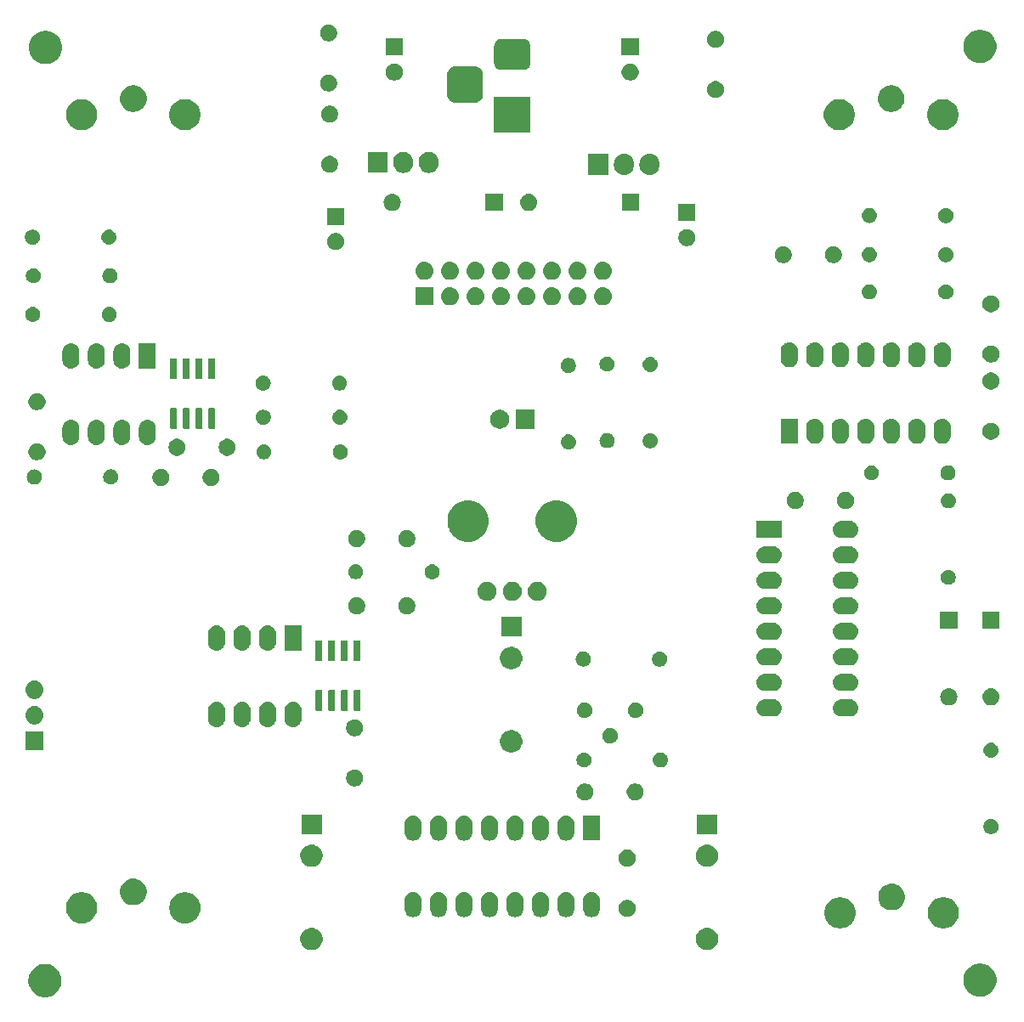
<source format=gbr>
G04 #@! TF.GenerationSoftware,KiCad,Pcbnew,(5.1.4-0-10_14)*
G04 #@! TF.CreationDate,2021-07-08T18:48:46+12:00*
G04 #@! TF.ProjectId,Sync-Ope-proto,53796e63-2d4f-4706-952d-70726f746f2e,0.2*
G04 #@! TF.SameCoordinates,Original*
G04 #@! TF.FileFunction,Soldermask,Top*
G04 #@! TF.FilePolarity,Negative*
%FSLAX46Y46*%
G04 Gerber Fmt 4.6, Leading zero omitted, Abs format (unit mm)*
G04 Created by KiCad (PCBNEW (5.1.4-0-10_14)) date 2021-07-08 18:48:46*
%MOMM*%
%LPD*%
G04 APERTURE LIST*
%ADD10C,0.100000*%
G04 APERTURE END LIST*
D10*
G36*
X103825256Y-144941298D02*
G01*
X103931579Y-144962447D01*
X104232042Y-145086903D01*
X104502451Y-145267585D01*
X104732415Y-145497549D01*
X104913097Y-145767958D01*
X105016843Y-146018422D01*
X105037553Y-146068422D01*
X105091055Y-146337391D01*
X105101000Y-146387391D01*
X105101000Y-146712609D01*
X105037553Y-147031579D01*
X104913097Y-147332042D01*
X104732415Y-147602451D01*
X104502451Y-147832415D01*
X104232042Y-148013097D01*
X103931579Y-148137553D01*
X103863976Y-148151000D01*
X103612611Y-148201000D01*
X103287389Y-148201000D01*
X103036024Y-148151000D01*
X102968421Y-148137553D01*
X102667958Y-148013097D01*
X102397549Y-147832415D01*
X102167585Y-147602451D01*
X101986903Y-147332042D01*
X101862447Y-147031579D01*
X101799000Y-146712609D01*
X101799000Y-146387391D01*
X101808946Y-146337391D01*
X101862447Y-146068422D01*
X101883158Y-146018422D01*
X101986903Y-145767958D01*
X102167585Y-145497549D01*
X102397549Y-145267585D01*
X102667958Y-145086903D01*
X102968421Y-144962447D01*
X103074744Y-144941298D01*
X103287389Y-144899000D01*
X103612611Y-144899000D01*
X103825256Y-144941298D01*
X103825256Y-144941298D01*
G37*
G36*
X196975256Y-144891298D02*
G01*
X197081579Y-144912447D01*
X197382042Y-145036903D01*
X197652451Y-145217585D01*
X197882415Y-145447549D01*
X197882416Y-145447551D01*
X198063098Y-145717960D01*
X198187553Y-146018422D01*
X198251000Y-146337389D01*
X198251000Y-146662611D01*
X198241054Y-146712611D01*
X198187553Y-146981579D01*
X198063097Y-147282042D01*
X197882415Y-147552451D01*
X197652451Y-147782415D01*
X197382042Y-147963097D01*
X197081579Y-148087553D01*
X196975256Y-148108702D01*
X196762611Y-148151000D01*
X196437389Y-148151000D01*
X196224744Y-148108702D01*
X196118421Y-148087553D01*
X195817958Y-147963097D01*
X195547549Y-147782415D01*
X195317585Y-147552451D01*
X195136903Y-147282042D01*
X195012447Y-146981579D01*
X194958946Y-146712611D01*
X194949000Y-146662611D01*
X194949000Y-146337389D01*
X195012447Y-146018422D01*
X195136902Y-145717960D01*
X195317584Y-145447551D01*
X195317585Y-145447549D01*
X195547549Y-145217585D01*
X195817958Y-145036903D01*
X196118421Y-144912447D01*
X196224744Y-144891298D01*
X196437389Y-144849000D01*
X196762611Y-144849000D01*
X196975256Y-144891298D01*
X196975256Y-144891298D01*
G37*
G36*
X130253655Y-141312591D02*
G01*
X130325525Y-141326887D01*
X130528624Y-141411013D01*
X130711409Y-141533146D01*
X130866854Y-141688591D01*
X130988987Y-141871376D01*
X131073113Y-142074475D01*
X131116000Y-142290084D01*
X131116000Y-142509916D01*
X131073113Y-142725525D01*
X130988987Y-142928624D01*
X130866854Y-143111409D01*
X130711409Y-143266854D01*
X130528624Y-143388987D01*
X130325525Y-143473113D01*
X130253655Y-143487409D01*
X130109918Y-143516000D01*
X129890082Y-143516000D01*
X129746345Y-143487409D01*
X129674475Y-143473113D01*
X129471376Y-143388987D01*
X129288591Y-143266854D01*
X129133146Y-143111409D01*
X129011013Y-142928624D01*
X128926887Y-142725525D01*
X128884000Y-142509916D01*
X128884000Y-142290084D01*
X128926887Y-142074475D01*
X129011013Y-141871376D01*
X129133146Y-141688591D01*
X129288591Y-141533146D01*
X129471376Y-141411013D01*
X129674475Y-141326887D01*
X129746345Y-141312591D01*
X129890082Y-141284000D01*
X130109918Y-141284000D01*
X130253655Y-141312591D01*
X130253655Y-141312591D01*
G37*
G36*
X169653655Y-141312591D02*
G01*
X169725525Y-141326887D01*
X169928624Y-141411013D01*
X170111409Y-141533146D01*
X170266854Y-141688591D01*
X170388987Y-141871376D01*
X170473113Y-142074475D01*
X170516000Y-142290084D01*
X170516000Y-142509916D01*
X170473113Y-142725525D01*
X170388987Y-142928624D01*
X170266854Y-143111409D01*
X170111409Y-143266854D01*
X169928624Y-143388987D01*
X169725525Y-143473113D01*
X169653655Y-143487409D01*
X169509918Y-143516000D01*
X169290082Y-143516000D01*
X169146345Y-143487409D01*
X169074475Y-143473113D01*
X168871376Y-143388987D01*
X168688591Y-143266854D01*
X168533146Y-143111409D01*
X168411013Y-142928624D01*
X168326887Y-142725525D01*
X168284000Y-142509916D01*
X168284000Y-142290084D01*
X168326887Y-142074475D01*
X168411013Y-141871376D01*
X168533146Y-141688591D01*
X168688591Y-141533146D01*
X168871376Y-141411013D01*
X169074475Y-141326887D01*
X169146345Y-141312591D01*
X169290082Y-141284000D01*
X169509918Y-141284000D01*
X169653655Y-141312591D01*
X169653655Y-141312591D01*
G37*
G36*
X193252585Y-138278802D02*
G01*
X193402410Y-138308604D01*
X193684674Y-138425521D01*
X193938705Y-138595259D01*
X194154741Y-138811295D01*
X194324479Y-139065326D01*
X194441396Y-139347590D01*
X194501000Y-139647240D01*
X194501000Y-139952760D01*
X194441396Y-140252410D01*
X194324479Y-140534674D01*
X194154741Y-140788705D01*
X193938705Y-141004741D01*
X193684674Y-141174479D01*
X193402410Y-141291396D01*
X193252585Y-141321198D01*
X193102761Y-141351000D01*
X192797239Y-141351000D01*
X192647415Y-141321198D01*
X192497590Y-141291396D01*
X192215326Y-141174479D01*
X191961295Y-141004741D01*
X191745259Y-140788705D01*
X191575521Y-140534674D01*
X191458604Y-140252410D01*
X191399000Y-139952760D01*
X191399000Y-139647240D01*
X191458604Y-139347590D01*
X191575521Y-139065326D01*
X191745259Y-138811295D01*
X191961295Y-138595259D01*
X192215326Y-138425521D01*
X192497590Y-138308604D01*
X192647415Y-138278802D01*
X192797239Y-138249000D01*
X193102761Y-138249000D01*
X193252585Y-138278802D01*
X193252585Y-138278802D01*
G37*
G36*
X182952585Y-138278802D02*
G01*
X183102410Y-138308604D01*
X183384674Y-138425521D01*
X183638705Y-138595259D01*
X183854741Y-138811295D01*
X184024479Y-139065326D01*
X184141396Y-139347590D01*
X184201000Y-139647240D01*
X184201000Y-139952760D01*
X184141396Y-140252410D01*
X184024479Y-140534674D01*
X183854741Y-140788705D01*
X183638705Y-141004741D01*
X183384674Y-141174479D01*
X183102410Y-141291396D01*
X182952585Y-141321198D01*
X182802761Y-141351000D01*
X182497239Y-141351000D01*
X182347415Y-141321198D01*
X182197590Y-141291396D01*
X181915326Y-141174479D01*
X181661295Y-141004741D01*
X181445259Y-140788705D01*
X181275521Y-140534674D01*
X181158604Y-140252410D01*
X181099000Y-139952760D01*
X181099000Y-139647240D01*
X181158604Y-139347590D01*
X181275521Y-139065326D01*
X181445259Y-138811295D01*
X181661295Y-138595259D01*
X181915326Y-138425521D01*
X182197590Y-138308604D01*
X182347415Y-138278802D01*
X182497239Y-138249000D01*
X182802761Y-138249000D01*
X182952585Y-138278802D01*
X182952585Y-138278802D01*
G37*
G36*
X117702585Y-137778802D02*
G01*
X117852410Y-137808604D01*
X118134674Y-137925521D01*
X118388705Y-138095259D01*
X118604741Y-138311295D01*
X118774479Y-138565326D01*
X118891396Y-138847590D01*
X118916748Y-138975043D01*
X118951000Y-139147239D01*
X118951000Y-139452761D01*
X118922065Y-139598228D01*
X118891396Y-139752410D01*
X118774479Y-140034674D01*
X118604741Y-140288705D01*
X118388705Y-140504741D01*
X118134674Y-140674479D01*
X117852410Y-140791396D01*
X117702585Y-140821198D01*
X117552761Y-140851000D01*
X117247239Y-140851000D01*
X117097415Y-140821198D01*
X116947590Y-140791396D01*
X116665326Y-140674479D01*
X116411295Y-140504741D01*
X116195259Y-140288705D01*
X116025521Y-140034674D01*
X115908604Y-139752410D01*
X115877935Y-139598228D01*
X115849000Y-139452761D01*
X115849000Y-139147239D01*
X115883252Y-138975043D01*
X115908604Y-138847590D01*
X116025521Y-138565326D01*
X116195259Y-138311295D01*
X116411295Y-138095259D01*
X116665326Y-137925521D01*
X116947590Y-137808604D01*
X117097415Y-137778802D01*
X117247239Y-137749000D01*
X117552761Y-137749000D01*
X117702585Y-137778802D01*
X117702585Y-137778802D01*
G37*
G36*
X107402585Y-137778802D02*
G01*
X107552410Y-137808604D01*
X107834674Y-137925521D01*
X108088705Y-138095259D01*
X108304741Y-138311295D01*
X108474479Y-138565326D01*
X108591396Y-138847590D01*
X108616748Y-138975043D01*
X108651000Y-139147239D01*
X108651000Y-139452761D01*
X108622065Y-139598228D01*
X108591396Y-139752410D01*
X108474479Y-140034674D01*
X108304741Y-140288705D01*
X108088705Y-140504741D01*
X107834674Y-140674479D01*
X107552410Y-140791396D01*
X107402585Y-140821198D01*
X107252761Y-140851000D01*
X106947239Y-140851000D01*
X106797415Y-140821198D01*
X106647590Y-140791396D01*
X106365326Y-140674479D01*
X106111295Y-140504741D01*
X105895259Y-140288705D01*
X105725521Y-140034674D01*
X105608604Y-139752410D01*
X105577935Y-139598228D01*
X105549000Y-139452761D01*
X105549000Y-139147239D01*
X105583252Y-138975043D01*
X105608604Y-138847590D01*
X105725521Y-138565326D01*
X105895259Y-138311295D01*
X106111295Y-138095259D01*
X106365326Y-137925521D01*
X106647590Y-137808604D01*
X106797415Y-137778802D01*
X106947239Y-137749000D01*
X107252761Y-137749000D01*
X107402585Y-137778802D01*
X107402585Y-137778802D01*
G37*
G36*
X158066823Y-137731313D02*
G01*
X158227242Y-137779976D01*
X158359906Y-137850886D01*
X158375078Y-137858996D01*
X158504659Y-137965341D01*
X158611004Y-138094922D01*
X158611005Y-138094924D01*
X158690024Y-138242758D01*
X158690025Y-138242761D01*
X158709998Y-138308604D01*
X158738687Y-138403178D01*
X158751000Y-138528197D01*
X158751000Y-139411804D01*
X158738687Y-139536823D01*
X158690024Y-139697242D01*
X158660536Y-139752410D01*
X158611004Y-139845078D01*
X158572102Y-139892480D01*
X158504659Y-139974659D01*
X158375077Y-140081005D01*
X158227241Y-140160024D01*
X158066822Y-140208687D01*
X157900000Y-140225117D01*
X157733177Y-140208687D01*
X157572758Y-140160024D01*
X157424924Y-140081005D01*
X157424922Y-140081004D01*
X157295341Y-139974659D01*
X157227899Y-139892481D01*
X157188995Y-139845077D01*
X157109976Y-139697241D01*
X157061313Y-139536822D01*
X157049000Y-139411803D01*
X157049000Y-138528197D01*
X157061314Y-138403177D01*
X157109977Y-138242758D01*
X157188996Y-138094924D01*
X157188997Y-138094922D01*
X157295342Y-137965341D01*
X157424923Y-137858996D01*
X157440095Y-137850886D01*
X157572759Y-137779976D01*
X157733178Y-137731313D01*
X157900000Y-137714883D01*
X158066823Y-137731313D01*
X158066823Y-137731313D01*
G37*
G36*
X147906823Y-137731313D02*
G01*
X148067242Y-137779976D01*
X148199906Y-137850886D01*
X148215078Y-137858996D01*
X148344659Y-137965341D01*
X148451004Y-138094922D01*
X148451005Y-138094924D01*
X148530024Y-138242758D01*
X148530025Y-138242761D01*
X148549998Y-138308604D01*
X148578687Y-138403178D01*
X148591000Y-138528197D01*
X148591000Y-139411804D01*
X148578687Y-139536823D01*
X148530024Y-139697242D01*
X148500536Y-139752410D01*
X148451004Y-139845078D01*
X148412102Y-139892480D01*
X148344659Y-139974659D01*
X148215077Y-140081005D01*
X148067241Y-140160024D01*
X147906822Y-140208687D01*
X147740000Y-140225117D01*
X147573177Y-140208687D01*
X147412758Y-140160024D01*
X147264924Y-140081005D01*
X147264922Y-140081004D01*
X147135341Y-139974659D01*
X147067899Y-139892481D01*
X147028995Y-139845077D01*
X146949976Y-139697241D01*
X146901313Y-139536822D01*
X146889000Y-139411803D01*
X146889000Y-138528197D01*
X146901314Y-138403177D01*
X146949977Y-138242758D01*
X147028996Y-138094924D01*
X147028997Y-138094922D01*
X147135342Y-137965341D01*
X147264923Y-137858996D01*
X147280095Y-137850886D01*
X147412759Y-137779976D01*
X147573178Y-137731313D01*
X147740000Y-137714883D01*
X147906823Y-137731313D01*
X147906823Y-137731313D01*
G37*
G36*
X140286823Y-137731313D02*
G01*
X140447242Y-137779976D01*
X140579906Y-137850886D01*
X140595078Y-137858996D01*
X140724659Y-137965341D01*
X140831004Y-138094922D01*
X140831005Y-138094924D01*
X140910024Y-138242758D01*
X140910025Y-138242761D01*
X140929998Y-138308604D01*
X140958687Y-138403178D01*
X140971000Y-138528197D01*
X140971000Y-139411804D01*
X140958687Y-139536823D01*
X140910024Y-139697242D01*
X140880536Y-139752410D01*
X140831004Y-139845078D01*
X140792102Y-139892480D01*
X140724659Y-139974659D01*
X140595077Y-140081005D01*
X140447241Y-140160024D01*
X140286822Y-140208687D01*
X140120000Y-140225117D01*
X139953177Y-140208687D01*
X139792758Y-140160024D01*
X139644924Y-140081005D01*
X139644922Y-140081004D01*
X139515341Y-139974659D01*
X139447899Y-139892481D01*
X139408995Y-139845077D01*
X139329976Y-139697241D01*
X139281313Y-139536822D01*
X139269000Y-139411803D01*
X139269000Y-138528197D01*
X139281314Y-138403177D01*
X139329977Y-138242758D01*
X139408996Y-138094924D01*
X139408997Y-138094922D01*
X139515342Y-137965341D01*
X139644923Y-137858996D01*
X139660095Y-137850886D01*
X139792759Y-137779976D01*
X139953178Y-137731313D01*
X140120000Y-137714883D01*
X140286823Y-137731313D01*
X140286823Y-137731313D01*
G37*
G36*
X142826823Y-137731313D02*
G01*
X142987242Y-137779976D01*
X143119906Y-137850886D01*
X143135078Y-137858996D01*
X143264659Y-137965341D01*
X143371004Y-138094922D01*
X143371005Y-138094924D01*
X143450024Y-138242758D01*
X143450025Y-138242761D01*
X143469998Y-138308604D01*
X143498687Y-138403178D01*
X143511000Y-138528197D01*
X143511000Y-139411804D01*
X143498687Y-139536823D01*
X143450024Y-139697242D01*
X143420536Y-139752410D01*
X143371004Y-139845078D01*
X143332102Y-139892480D01*
X143264659Y-139974659D01*
X143135077Y-140081005D01*
X142987241Y-140160024D01*
X142826822Y-140208687D01*
X142660000Y-140225117D01*
X142493177Y-140208687D01*
X142332758Y-140160024D01*
X142184924Y-140081005D01*
X142184922Y-140081004D01*
X142055341Y-139974659D01*
X141987899Y-139892481D01*
X141948995Y-139845077D01*
X141869976Y-139697241D01*
X141821313Y-139536822D01*
X141809000Y-139411803D01*
X141809000Y-138528197D01*
X141821314Y-138403177D01*
X141869977Y-138242758D01*
X141948996Y-138094924D01*
X141948997Y-138094922D01*
X142055342Y-137965341D01*
X142184923Y-137858996D01*
X142200095Y-137850886D01*
X142332759Y-137779976D01*
X142493178Y-137731313D01*
X142660000Y-137714883D01*
X142826823Y-137731313D01*
X142826823Y-137731313D01*
G37*
G36*
X145366823Y-137731313D02*
G01*
X145527242Y-137779976D01*
X145659906Y-137850886D01*
X145675078Y-137858996D01*
X145804659Y-137965341D01*
X145911004Y-138094922D01*
X145911005Y-138094924D01*
X145990024Y-138242758D01*
X145990025Y-138242761D01*
X146009998Y-138308604D01*
X146038687Y-138403178D01*
X146051000Y-138528197D01*
X146051000Y-139411804D01*
X146038687Y-139536823D01*
X145990024Y-139697242D01*
X145960536Y-139752410D01*
X145911004Y-139845078D01*
X145872102Y-139892480D01*
X145804659Y-139974659D01*
X145675077Y-140081005D01*
X145527241Y-140160024D01*
X145366822Y-140208687D01*
X145200000Y-140225117D01*
X145033177Y-140208687D01*
X144872758Y-140160024D01*
X144724924Y-140081005D01*
X144724922Y-140081004D01*
X144595341Y-139974659D01*
X144527899Y-139892481D01*
X144488995Y-139845077D01*
X144409976Y-139697241D01*
X144361313Y-139536822D01*
X144349000Y-139411803D01*
X144349000Y-138528197D01*
X144361314Y-138403177D01*
X144409977Y-138242758D01*
X144488996Y-138094924D01*
X144488997Y-138094922D01*
X144595342Y-137965341D01*
X144724923Y-137858996D01*
X144740095Y-137850886D01*
X144872759Y-137779976D01*
X145033178Y-137731313D01*
X145200000Y-137714883D01*
X145366823Y-137731313D01*
X145366823Y-137731313D01*
G37*
G36*
X150446823Y-137731313D02*
G01*
X150607242Y-137779976D01*
X150739906Y-137850886D01*
X150755078Y-137858996D01*
X150884659Y-137965341D01*
X150991004Y-138094922D01*
X150991005Y-138094924D01*
X151070024Y-138242758D01*
X151070025Y-138242761D01*
X151089998Y-138308604D01*
X151118687Y-138403178D01*
X151131000Y-138528197D01*
X151131000Y-139411804D01*
X151118687Y-139536823D01*
X151070024Y-139697242D01*
X151040536Y-139752410D01*
X150991004Y-139845078D01*
X150952102Y-139892480D01*
X150884659Y-139974659D01*
X150755077Y-140081005D01*
X150607241Y-140160024D01*
X150446822Y-140208687D01*
X150280000Y-140225117D01*
X150113177Y-140208687D01*
X149952758Y-140160024D01*
X149804924Y-140081005D01*
X149804922Y-140081004D01*
X149675341Y-139974659D01*
X149607899Y-139892481D01*
X149568995Y-139845077D01*
X149489976Y-139697241D01*
X149441313Y-139536822D01*
X149429000Y-139411803D01*
X149429000Y-138528197D01*
X149441314Y-138403177D01*
X149489977Y-138242758D01*
X149568996Y-138094924D01*
X149568997Y-138094922D01*
X149675342Y-137965341D01*
X149804923Y-137858996D01*
X149820095Y-137850886D01*
X149952759Y-137779976D01*
X150113178Y-137731313D01*
X150280000Y-137714883D01*
X150446823Y-137731313D01*
X150446823Y-137731313D01*
G37*
G36*
X152986823Y-137731313D02*
G01*
X153147242Y-137779976D01*
X153279906Y-137850886D01*
X153295078Y-137858996D01*
X153424659Y-137965341D01*
X153531004Y-138094922D01*
X153531005Y-138094924D01*
X153610024Y-138242758D01*
X153610025Y-138242761D01*
X153629998Y-138308604D01*
X153658687Y-138403178D01*
X153671000Y-138528197D01*
X153671000Y-139411804D01*
X153658687Y-139536823D01*
X153610024Y-139697242D01*
X153580536Y-139752410D01*
X153531004Y-139845078D01*
X153492102Y-139892480D01*
X153424659Y-139974659D01*
X153295077Y-140081005D01*
X153147241Y-140160024D01*
X152986822Y-140208687D01*
X152820000Y-140225117D01*
X152653177Y-140208687D01*
X152492758Y-140160024D01*
X152344924Y-140081005D01*
X152344922Y-140081004D01*
X152215341Y-139974659D01*
X152147899Y-139892481D01*
X152108995Y-139845077D01*
X152029976Y-139697241D01*
X151981313Y-139536822D01*
X151969000Y-139411803D01*
X151969000Y-138528197D01*
X151981314Y-138403177D01*
X152029977Y-138242758D01*
X152108996Y-138094924D01*
X152108997Y-138094922D01*
X152215342Y-137965341D01*
X152344923Y-137858996D01*
X152360095Y-137850886D01*
X152492759Y-137779976D01*
X152653178Y-137731313D01*
X152820000Y-137714883D01*
X152986823Y-137731313D01*
X152986823Y-137731313D01*
G37*
G36*
X155526823Y-137731313D02*
G01*
X155687242Y-137779976D01*
X155819906Y-137850886D01*
X155835078Y-137858996D01*
X155964659Y-137965341D01*
X156071004Y-138094922D01*
X156071005Y-138094924D01*
X156150024Y-138242758D01*
X156150025Y-138242761D01*
X156169998Y-138308604D01*
X156198687Y-138403178D01*
X156211000Y-138528197D01*
X156211000Y-139411804D01*
X156198687Y-139536823D01*
X156150024Y-139697242D01*
X156120536Y-139752410D01*
X156071004Y-139845078D01*
X156032102Y-139892480D01*
X155964659Y-139974659D01*
X155835077Y-140081005D01*
X155687241Y-140160024D01*
X155526822Y-140208687D01*
X155360000Y-140225117D01*
X155193177Y-140208687D01*
X155032758Y-140160024D01*
X154884924Y-140081005D01*
X154884922Y-140081004D01*
X154755341Y-139974659D01*
X154687899Y-139892481D01*
X154648995Y-139845077D01*
X154569976Y-139697241D01*
X154521313Y-139536822D01*
X154509000Y-139411803D01*
X154509000Y-138528197D01*
X154521314Y-138403177D01*
X154569977Y-138242758D01*
X154648996Y-138094924D01*
X154648997Y-138094922D01*
X154755342Y-137965341D01*
X154884923Y-137858996D01*
X154900095Y-137850886D01*
X155032759Y-137779976D01*
X155193178Y-137731313D01*
X155360000Y-137714883D01*
X155526823Y-137731313D01*
X155526823Y-137731313D01*
G37*
G36*
X161698228Y-138531703D02*
G01*
X161853100Y-138595853D01*
X161992481Y-138688985D01*
X162111015Y-138807519D01*
X162204147Y-138946900D01*
X162268297Y-139101772D01*
X162301000Y-139266184D01*
X162301000Y-139433816D01*
X162268297Y-139598228D01*
X162204147Y-139753100D01*
X162111015Y-139892481D01*
X161992481Y-140011015D01*
X161853100Y-140104147D01*
X161698228Y-140168297D01*
X161533816Y-140201000D01*
X161366184Y-140201000D01*
X161201772Y-140168297D01*
X161046900Y-140104147D01*
X160907519Y-140011015D01*
X160788985Y-139892481D01*
X160695853Y-139753100D01*
X160631703Y-139598228D01*
X160599000Y-139433816D01*
X160599000Y-139266184D01*
X160631703Y-139101772D01*
X160695853Y-138946900D01*
X160788985Y-138807519D01*
X160907519Y-138688985D01*
X161046900Y-138595853D01*
X161201772Y-138531703D01*
X161366184Y-138499000D01*
X161533816Y-138499000D01*
X161698228Y-138531703D01*
X161698228Y-138531703D01*
G37*
G36*
X188058690Y-136899479D02*
G01*
X188186780Y-136924957D01*
X188428097Y-137024914D01*
X188645276Y-137170029D01*
X188829971Y-137354724D01*
X188973414Y-137569400D01*
X188975087Y-137571905D01*
X189075043Y-137813221D01*
X189126000Y-138069399D01*
X189126000Y-138330601D01*
X189107119Y-138425521D01*
X189075043Y-138586780D01*
X189032708Y-138688985D01*
X188975087Y-138828095D01*
X188876900Y-138975043D01*
X188829971Y-139045276D01*
X188645276Y-139229971D01*
X188428097Y-139375086D01*
X188186780Y-139475043D01*
X188058690Y-139500521D01*
X187930601Y-139526000D01*
X187669399Y-139526000D01*
X187541310Y-139500521D01*
X187413220Y-139475043D01*
X187171903Y-139375086D01*
X186954724Y-139229971D01*
X186770029Y-139045276D01*
X186723101Y-138975043D01*
X186624913Y-138828095D01*
X186567292Y-138688985D01*
X186524957Y-138586780D01*
X186492881Y-138425521D01*
X186474000Y-138330601D01*
X186474000Y-138069399D01*
X186524957Y-137813221D01*
X186624913Y-137571905D01*
X186626587Y-137569400D01*
X186770029Y-137354724D01*
X186954724Y-137170029D01*
X187171903Y-137024914D01*
X187413220Y-136924957D01*
X187541310Y-136899479D01*
X187669399Y-136874000D01*
X187930601Y-136874000D01*
X188058690Y-136899479D01*
X188058690Y-136899479D01*
G37*
G36*
X112508690Y-136399479D02*
G01*
X112636780Y-136424957D01*
X112878097Y-136524914D01*
X112987424Y-136597964D01*
X113095275Y-136670028D01*
X113279972Y-136854725D01*
X113352036Y-136962576D01*
X113425086Y-137071903D01*
X113525043Y-137313220D01*
X113576000Y-137569400D01*
X113576000Y-137830600D01*
X113525043Y-138086780D01*
X113425086Y-138328097D01*
X113423413Y-138330601D01*
X113289041Y-138531703D01*
X113279971Y-138545276D01*
X113095276Y-138729971D01*
X112878097Y-138875086D01*
X112636780Y-138975043D01*
X112508690Y-139000522D01*
X112380601Y-139026000D01*
X112119399Y-139026000D01*
X111991310Y-139000522D01*
X111863220Y-138975043D01*
X111621903Y-138875086D01*
X111404724Y-138729971D01*
X111220029Y-138545276D01*
X111210960Y-138531703D01*
X111076587Y-138330601D01*
X111074914Y-138328097D01*
X110974957Y-138086780D01*
X110924000Y-137830600D01*
X110924000Y-137569400D01*
X110974957Y-137313220D01*
X111074914Y-137071903D01*
X111147964Y-136962576D01*
X111220028Y-136854725D01*
X111404725Y-136670028D01*
X111512576Y-136597964D01*
X111621903Y-136524914D01*
X111863220Y-136424957D01*
X111991310Y-136399479D01*
X112119399Y-136374000D01*
X112380601Y-136374000D01*
X112508690Y-136399479D01*
X112508690Y-136399479D01*
G37*
G36*
X130253655Y-133012591D02*
G01*
X130325525Y-133026887D01*
X130528624Y-133111013D01*
X130711409Y-133233146D01*
X130866854Y-133388591D01*
X130988987Y-133571376D01*
X131037702Y-133688985D01*
X131073113Y-133774476D01*
X131116000Y-133990082D01*
X131116000Y-134209918D01*
X131087409Y-134353655D01*
X131073113Y-134425525D01*
X130988987Y-134628624D01*
X130866854Y-134811409D01*
X130711409Y-134966854D01*
X130528624Y-135088987D01*
X130325525Y-135173113D01*
X130253655Y-135187409D01*
X130109918Y-135216000D01*
X129890082Y-135216000D01*
X129746345Y-135187409D01*
X129674475Y-135173113D01*
X129471376Y-135088987D01*
X129288591Y-134966854D01*
X129133146Y-134811409D01*
X129011013Y-134628624D01*
X128926887Y-134425525D01*
X128912591Y-134353655D01*
X128884000Y-134209918D01*
X128884000Y-133990082D01*
X128926887Y-133774476D01*
X128962298Y-133688985D01*
X129011013Y-133571376D01*
X129133146Y-133388591D01*
X129288591Y-133233146D01*
X129471376Y-133111013D01*
X129674475Y-133026887D01*
X129746345Y-133012591D01*
X129890082Y-132984000D01*
X130109918Y-132984000D01*
X130253655Y-133012591D01*
X130253655Y-133012591D01*
G37*
G36*
X169653655Y-133012591D02*
G01*
X169725525Y-133026887D01*
X169928624Y-133111013D01*
X170111409Y-133233146D01*
X170266854Y-133388591D01*
X170388987Y-133571376D01*
X170437702Y-133688985D01*
X170473113Y-133774476D01*
X170516000Y-133990082D01*
X170516000Y-134209918D01*
X170487409Y-134353655D01*
X170473113Y-134425525D01*
X170388987Y-134628624D01*
X170266854Y-134811409D01*
X170111409Y-134966854D01*
X169928624Y-135088987D01*
X169725525Y-135173113D01*
X169653655Y-135187409D01*
X169509918Y-135216000D01*
X169290082Y-135216000D01*
X169146345Y-135187409D01*
X169074475Y-135173113D01*
X168871376Y-135088987D01*
X168688591Y-134966854D01*
X168533146Y-134811409D01*
X168411013Y-134628624D01*
X168326887Y-134425525D01*
X168312591Y-134353655D01*
X168284000Y-134209918D01*
X168284000Y-133990082D01*
X168326887Y-133774476D01*
X168362298Y-133688985D01*
X168411013Y-133571376D01*
X168533146Y-133388591D01*
X168688591Y-133233146D01*
X168871376Y-133111013D01*
X169074475Y-133026887D01*
X169146345Y-133012591D01*
X169290082Y-132984000D01*
X169509918Y-132984000D01*
X169653655Y-133012591D01*
X169653655Y-133012591D01*
G37*
G36*
X161698228Y-133531703D02*
G01*
X161853100Y-133595853D01*
X161992481Y-133688985D01*
X162111015Y-133807519D01*
X162204147Y-133946900D01*
X162268297Y-134101772D01*
X162301000Y-134266184D01*
X162301000Y-134433816D01*
X162268297Y-134598228D01*
X162204147Y-134753100D01*
X162111015Y-134892481D01*
X161992481Y-135011015D01*
X161853100Y-135104147D01*
X161698228Y-135168297D01*
X161533816Y-135201000D01*
X161366184Y-135201000D01*
X161201772Y-135168297D01*
X161046900Y-135104147D01*
X160907519Y-135011015D01*
X160788985Y-134892481D01*
X160695853Y-134753100D01*
X160631703Y-134598228D01*
X160599000Y-134433816D01*
X160599000Y-134266184D01*
X160631703Y-134101772D01*
X160695853Y-133946900D01*
X160788985Y-133807519D01*
X160907519Y-133688985D01*
X161046900Y-133595853D01*
X161201772Y-133531703D01*
X161366184Y-133499000D01*
X161533816Y-133499000D01*
X161698228Y-133531703D01*
X161698228Y-133531703D01*
G37*
G36*
X140286823Y-130111313D02*
G01*
X140447242Y-130159976D01*
X140579906Y-130230886D01*
X140595078Y-130238996D01*
X140724659Y-130345341D01*
X140831004Y-130474922D01*
X140831005Y-130474924D01*
X140910024Y-130622758D01*
X140958687Y-130783178D01*
X140971000Y-130908197D01*
X140971000Y-131791804D01*
X140958687Y-131916823D01*
X140910024Y-132077242D01*
X140839114Y-132209906D01*
X140831004Y-132225078D01*
X140724659Y-132354659D01*
X140595077Y-132461005D01*
X140447241Y-132540024D01*
X140286822Y-132588687D01*
X140120000Y-132605117D01*
X139953177Y-132588687D01*
X139792758Y-132540024D01*
X139644924Y-132461005D01*
X139644922Y-132461004D01*
X139515341Y-132354659D01*
X139408995Y-132225077D01*
X139329976Y-132077241D01*
X139281313Y-131916822D01*
X139269000Y-131791803D01*
X139269000Y-130908197D01*
X139281314Y-130783177D01*
X139329977Y-130622758D01*
X139408996Y-130474924D01*
X139408997Y-130474922D01*
X139515342Y-130345341D01*
X139644923Y-130238996D01*
X139660095Y-130230886D01*
X139792759Y-130159976D01*
X139953178Y-130111313D01*
X140120000Y-130094883D01*
X140286823Y-130111313D01*
X140286823Y-130111313D01*
G37*
G36*
X150446823Y-130111313D02*
G01*
X150607242Y-130159976D01*
X150739906Y-130230886D01*
X150755078Y-130238996D01*
X150884659Y-130345341D01*
X150991004Y-130474922D01*
X150991005Y-130474924D01*
X151070024Y-130622758D01*
X151118687Y-130783178D01*
X151131000Y-130908197D01*
X151131000Y-131791804D01*
X151118687Y-131916823D01*
X151070024Y-132077242D01*
X150999114Y-132209906D01*
X150991004Y-132225078D01*
X150884659Y-132354659D01*
X150755077Y-132461005D01*
X150607241Y-132540024D01*
X150446822Y-132588687D01*
X150280000Y-132605117D01*
X150113177Y-132588687D01*
X149952758Y-132540024D01*
X149804924Y-132461005D01*
X149804922Y-132461004D01*
X149675341Y-132354659D01*
X149568995Y-132225077D01*
X149489976Y-132077241D01*
X149441313Y-131916822D01*
X149429000Y-131791803D01*
X149429000Y-130908197D01*
X149441314Y-130783177D01*
X149489977Y-130622758D01*
X149568996Y-130474924D01*
X149568997Y-130474922D01*
X149675342Y-130345341D01*
X149804923Y-130238996D01*
X149820095Y-130230886D01*
X149952759Y-130159976D01*
X150113178Y-130111313D01*
X150280000Y-130094883D01*
X150446823Y-130111313D01*
X150446823Y-130111313D01*
G37*
G36*
X155526823Y-130111313D02*
G01*
X155687242Y-130159976D01*
X155819906Y-130230886D01*
X155835078Y-130238996D01*
X155964659Y-130345341D01*
X156071004Y-130474922D01*
X156071005Y-130474924D01*
X156150024Y-130622758D01*
X156198687Y-130783178D01*
X156211000Y-130908197D01*
X156211000Y-131791804D01*
X156198687Y-131916823D01*
X156150024Y-132077242D01*
X156079114Y-132209906D01*
X156071004Y-132225078D01*
X155964659Y-132354659D01*
X155835077Y-132461005D01*
X155687241Y-132540024D01*
X155526822Y-132588687D01*
X155360000Y-132605117D01*
X155193177Y-132588687D01*
X155032758Y-132540024D01*
X154884924Y-132461005D01*
X154884922Y-132461004D01*
X154755341Y-132354659D01*
X154648995Y-132225077D01*
X154569976Y-132077241D01*
X154521313Y-131916822D01*
X154509000Y-131791803D01*
X154509000Y-130908197D01*
X154521314Y-130783177D01*
X154569977Y-130622758D01*
X154648996Y-130474924D01*
X154648997Y-130474922D01*
X154755342Y-130345341D01*
X154884923Y-130238996D01*
X154900095Y-130230886D01*
X155032759Y-130159976D01*
X155193178Y-130111313D01*
X155360000Y-130094883D01*
X155526823Y-130111313D01*
X155526823Y-130111313D01*
G37*
G36*
X152986823Y-130111313D02*
G01*
X153147242Y-130159976D01*
X153279906Y-130230886D01*
X153295078Y-130238996D01*
X153424659Y-130345341D01*
X153531004Y-130474922D01*
X153531005Y-130474924D01*
X153610024Y-130622758D01*
X153658687Y-130783178D01*
X153671000Y-130908197D01*
X153671000Y-131791804D01*
X153658687Y-131916823D01*
X153610024Y-132077242D01*
X153539114Y-132209906D01*
X153531004Y-132225078D01*
X153424659Y-132354659D01*
X153295077Y-132461005D01*
X153147241Y-132540024D01*
X152986822Y-132588687D01*
X152820000Y-132605117D01*
X152653177Y-132588687D01*
X152492758Y-132540024D01*
X152344924Y-132461005D01*
X152344922Y-132461004D01*
X152215341Y-132354659D01*
X152108995Y-132225077D01*
X152029976Y-132077241D01*
X151981313Y-131916822D01*
X151969000Y-131791803D01*
X151969000Y-130908197D01*
X151981314Y-130783177D01*
X152029977Y-130622758D01*
X152108996Y-130474924D01*
X152108997Y-130474922D01*
X152215342Y-130345341D01*
X152344923Y-130238996D01*
X152360095Y-130230886D01*
X152492759Y-130159976D01*
X152653178Y-130111313D01*
X152820000Y-130094883D01*
X152986823Y-130111313D01*
X152986823Y-130111313D01*
G37*
G36*
X147906823Y-130111313D02*
G01*
X148067242Y-130159976D01*
X148199906Y-130230886D01*
X148215078Y-130238996D01*
X148344659Y-130345341D01*
X148451004Y-130474922D01*
X148451005Y-130474924D01*
X148530024Y-130622758D01*
X148578687Y-130783178D01*
X148591000Y-130908197D01*
X148591000Y-131791804D01*
X148578687Y-131916823D01*
X148530024Y-132077242D01*
X148459114Y-132209906D01*
X148451004Y-132225078D01*
X148344659Y-132354659D01*
X148215077Y-132461005D01*
X148067241Y-132540024D01*
X147906822Y-132588687D01*
X147740000Y-132605117D01*
X147573177Y-132588687D01*
X147412758Y-132540024D01*
X147264924Y-132461005D01*
X147264922Y-132461004D01*
X147135341Y-132354659D01*
X147028995Y-132225077D01*
X146949976Y-132077241D01*
X146901313Y-131916822D01*
X146889000Y-131791803D01*
X146889000Y-130908197D01*
X146901314Y-130783177D01*
X146949977Y-130622758D01*
X147028996Y-130474924D01*
X147028997Y-130474922D01*
X147135342Y-130345341D01*
X147264923Y-130238996D01*
X147280095Y-130230886D01*
X147412759Y-130159976D01*
X147573178Y-130111313D01*
X147740000Y-130094883D01*
X147906823Y-130111313D01*
X147906823Y-130111313D01*
G37*
G36*
X145366823Y-130111313D02*
G01*
X145527242Y-130159976D01*
X145659906Y-130230886D01*
X145675078Y-130238996D01*
X145804659Y-130345341D01*
X145911004Y-130474922D01*
X145911005Y-130474924D01*
X145990024Y-130622758D01*
X146038687Y-130783178D01*
X146051000Y-130908197D01*
X146051000Y-131791804D01*
X146038687Y-131916823D01*
X145990024Y-132077242D01*
X145919114Y-132209906D01*
X145911004Y-132225078D01*
X145804659Y-132354659D01*
X145675077Y-132461005D01*
X145527241Y-132540024D01*
X145366822Y-132588687D01*
X145200000Y-132605117D01*
X145033177Y-132588687D01*
X144872758Y-132540024D01*
X144724924Y-132461005D01*
X144724922Y-132461004D01*
X144595341Y-132354659D01*
X144488995Y-132225077D01*
X144409976Y-132077241D01*
X144361313Y-131916822D01*
X144349000Y-131791803D01*
X144349000Y-130908197D01*
X144361314Y-130783177D01*
X144409977Y-130622758D01*
X144488996Y-130474924D01*
X144488997Y-130474922D01*
X144595342Y-130345341D01*
X144724923Y-130238996D01*
X144740095Y-130230886D01*
X144872759Y-130159976D01*
X145033178Y-130111313D01*
X145200000Y-130094883D01*
X145366823Y-130111313D01*
X145366823Y-130111313D01*
G37*
G36*
X142826823Y-130111313D02*
G01*
X142987242Y-130159976D01*
X143119906Y-130230886D01*
X143135078Y-130238996D01*
X143264659Y-130345341D01*
X143371004Y-130474922D01*
X143371005Y-130474924D01*
X143450024Y-130622758D01*
X143498687Y-130783178D01*
X143511000Y-130908197D01*
X143511000Y-131791804D01*
X143498687Y-131916823D01*
X143450024Y-132077242D01*
X143379114Y-132209906D01*
X143371004Y-132225078D01*
X143264659Y-132354659D01*
X143135077Y-132461005D01*
X142987241Y-132540024D01*
X142826822Y-132588687D01*
X142660000Y-132605117D01*
X142493177Y-132588687D01*
X142332758Y-132540024D01*
X142184924Y-132461005D01*
X142184922Y-132461004D01*
X142055341Y-132354659D01*
X141948995Y-132225077D01*
X141869976Y-132077241D01*
X141821313Y-131916822D01*
X141809000Y-131791803D01*
X141809000Y-130908197D01*
X141821314Y-130783177D01*
X141869977Y-130622758D01*
X141948996Y-130474924D01*
X141948997Y-130474922D01*
X142055342Y-130345341D01*
X142184923Y-130238996D01*
X142200095Y-130230886D01*
X142332759Y-130159976D01*
X142493178Y-130111313D01*
X142660000Y-130094883D01*
X142826823Y-130111313D01*
X142826823Y-130111313D01*
G37*
G36*
X158751000Y-132601000D02*
G01*
X157049000Y-132601000D01*
X157049000Y-130099000D01*
X158751000Y-130099000D01*
X158751000Y-132601000D01*
X158751000Y-132601000D01*
G37*
G36*
X170416000Y-131966000D02*
G01*
X168384000Y-131966000D01*
X168384000Y-130034000D01*
X170416000Y-130034000D01*
X170416000Y-131966000D01*
X170416000Y-131966000D01*
G37*
G36*
X131016000Y-131966000D02*
G01*
X128984000Y-131966000D01*
X128984000Y-130034000D01*
X131016000Y-130034000D01*
X131016000Y-131966000D01*
X131016000Y-131966000D01*
G37*
G36*
X197919059Y-130477860D02*
G01*
X198055732Y-130534472D01*
X198178735Y-130616660D01*
X198283340Y-130721265D01*
X198365528Y-130844268D01*
X198422140Y-130980941D01*
X198451000Y-131126033D01*
X198451000Y-131273967D01*
X198422140Y-131419059D01*
X198365528Y-131555732D01*
X198283340Y-131678735D01*
X198178735Y-131783340D01*
X198055732Y-131865528D01*
X198055731Y-131865529D01*
X198055730Y-131865529D01*
X197919059Y-131922140D01*
X197773968Y-131951000D01*
X197626032Y-131951000D01*
X197480941Y-131922140D01*
X197344270Y-131865529D01*
X197344269Y-131865529D01*
X197344268Y-131865528D01*
X197221265Y-131783340D01*
X197116660Y-131678735D01*
X197034472Y-131555732D01*
X196977860Y-131419059D01*
X196949000Y-131273967D01*
X196949000Y-131126033D01*
X196977860Y-130980941D01*
X197034472Y-130844268D01*
X197116660Y-130721265D01*
X197221265Y-130616660D01*
X197344268Y-130534472D01*
X197480941Y-130477860D01*
X197626032Y-130449000D01*
X197773968Y-130449000D01*
X197919059Y-130477860D01*
X197919059Y-130477860D01*
G37*
G36*
X157498228Y-126931703D02*
G01*
X157653100Y-126995853D01*
X157792481Y-127088985D01*
X157911015Y-127207519D01*
X158004147Y-127346900D01*
X158068297Y-127501772D01*
X158101000Y-127666184D01*
X158101000Y-127833816D01*
X158068297Y-127998228D01*
X158004147Y-128153100D01*
X157911015Y-128292481D01*
X157792481Y-128411015D01*
X157653100Y-128504147D01*
X157498228Y-128568297D01*
X157333816Y-128601000D01*
X157166184Y-128601000D01*
X157001772Y-128568297D01*
X156846900Y-128504147D01*
X156707519Y-128411015D01*
X156588985Y-128292481D01*
X156495853Y-128153100D01*
X156431703Y-127998228D01*
X156399000Y-127833816D01*
X156399000Y-127666184D01*
X156431703Y-127501772D01*
X156495853Y-127346900D01*
X156588985Y-127207519D01*
X156707519Y-127088985D01*
X156846900Y-126995853D01*
X157001772Y-126931703D01*
X157166184Y-126899000D01*
X157333816Y-126899000D01*
X157498228Y-126931703D01*
X157498228Y-126931703D01*
G37*
G36*
X162498228Y-126931703D02*
G01*
X162653100Y-126995853D01*
X162792481Y-127088985D01*
X162911015Y-127207519D01*
X163004147Y-127346900D01*
X163068297Y-127501772D01*
X163101000Y-127666184D01*
X163101000Y-127833816D01*
X163068297Y-127998228D01*
X163004147Y-128153100D01*
X162911015Y-128292481D01*
X162792481Y-128411015D01*
X162653100Y-128504147D01*
X162498228Y-128568297D01*
X162333816Y-128601000D01*
X162166184Y-128601000D01*
X162001772Y-128568297D01*
X161846900Y-128504147D01*
X161707519Y-128411015D01*
X161588985Y-128292481D01*
X161495853Y-128153100D01*
X161431703Y-127998228D01*
X161399000Y-127833816D01*
X161399000Y-127666184D01*
X161431703Y-127501772D01*
X161495853Y-127346900D01*
X161588985Y-127207519D01*
X161707519Y-127088985D01*
X161846900Y-126995853D01*
X162001772Y-126931703D01*
X162166184Y-126899000D01*
X162333816Y-126899000D01*
X162498228Y-126931703D01*
X162498228Y-126931703D01*
G37*
G36*
X134548228Y-125531703D02*
G01*
X134703100Y-125595853D01*
X134842481Y-125688985D01*
X134961015Y-125807519D01*
X135054147Y-125946900D01*
X135118297Y-126101772D01*
X135151000Y-126266184D01*
X135151000Y-126433816D01*
X135118297Y-126598228D01*
X135054147Y-126753100D01*
X134961015Y-126892481D01*
X134842481Y-127011015D01*
X134703100Y-127104147D01*
X134548228Y-127168297D01*
X134383816Y-127201000D01*
X134216184Y-127201000D01*
X134051772Y-127168297D01*
X133896900Y-127104147D01*
X133757519Y-127011015D01*
X133638985Y-126892481D01*
X133545853Y-126753100D01*
X133481703Y-126598228D01*
X133449000Y-126433816D01*
X133449000Y-126266184D01*
X133481703Y-126101772D01*
X133545853Y-125946900D01*
X133638985Y-125807519D01*
X133757519Y-125688985D01*
X133896900Y-125595853D01*
X134051772Y-125531703D01*
X134216184Y-125499000D01*
X134383816Y-125499000D01*
X134548228Y-125531703D01*
X134548228Y-125531703D01*
G37*
G36*
X164843665Y-123802622D02*
G01*
X164917222Y-123809867D01*
X165058786Y-123852810D01*
X165189252Y-123922546D01*
X165219040Y-123946992D01*
X165303607Y-124016393D01*
X165373008Y-124100960D01*
X165397454Y-124130748D01*
X165467190Y-124261214D01*
X165510133Y-124402778D01*
X165524633Y-124550000D01*
X165510133Y-124697222D01*
X165467190Y-124838786D01*
X165397454Y-124969252D01*
X165373008Y-124999040D01*
X165303607Y-125083607D01*
X165243004Y-125133341D01*
X165189252Y-125177454D01*
X165058786Y-125247190D01*
X164917222Y-125290133D01*
X164843665Y-125297378D01*
X164806888Y-125301000D01*
X164733112Y-125301000D01*
X164696335Y-125297378D01*
X164622778Y-125290133D01*
X164481214Y-125247190D01*
X164350748Y-125177454D01*
X164296996Y-125133341D01*
X164236393Y-125083607D01*
X164166992Y-124999040D01*
X164142546Y-124969252D01*
X164072810Y-124838786D01*
X164029867Y-124697222D01*
X164015367Y-124550000D01*
X164029867Y-124402778D01*
X164072810Y-124261214D01*
X164142546Y-124130748D01*
X164166992Y-124100960D01*
X164236393Y-124016393D01*
X164320960Y-123946992D01*
X164350748Y-123922546D01*
X164481214Y-123852810D01*
X164622778Y-123809867D01*
X164696335Y-123802622D01*
X164733112Y-123799000D01*
X164806888Y-123799000D01*
X164843665Y-123802622D01*
X164843665Y-123802622D01*
G37*
G36*
X157369059Y-123827860D02*
G01*
X157429294Y-123852810D01*
X157505732Y-123884472D01*
X157628735Y-123966660D01*
X157733340Y-124071265D01*
X157815528Y-124194268D01*
X157872140Y-124330941D01*
X157901000Y-124476033D01*
X157901000Y-124623967D01*
X157872140Y-124769059D01*
X157815528Y-124905732D01*
X157733340Y-125028735D01*
X157628735Y-125133340D01*
X157505732Y-125215528D01*
X157505731Y-125215529D01*
X157505730Y-125215529D01*
X157369059Y-125272140D01*
X157223968Y-125301000D01*
X157076032Y-125301000D01*
X156930941Y-125272140D01*
X156794270Y-125215529D01*
X156794269Y-125215529D01*
X156794268Y-125215528D01*
X156671265Y-125133340D01*
X156566660Y-125028735D01*
X156484472Y-124905732D01*
X156427860Y-124769059D01*
X156399000Y-124623967D01*
X156399000Y-124476033D01*
X156427860Y-124330941D01*
X156484472Y-124194268D01*
X156566660Y-124071265D01*
X156671265Y-123966660D01*
X156794268Y-123884472D01*
X156870707Y-123852810D01*
X156930941Y-123827860D01*
X157076032Y-123799000D01*
X157223968Y-123799000D01*
X157369059Y-123827860D01*
X157369059Y-123827860D01*
G37*
G36*
X197773665Y-122832622D02*
G01*
X197847222Y-122839867D01*
X197988786Y-122882810D01*
X198119252Y-122952546D01*
X198149040Y-122976992D01*
X198233607Y-123046393D01*
X198303008Y-123130960D01*
X198327454Y-123160748D01*
X198397190Y-123291214D01*
X198440133Y-123432778D01*
X198454633Y-123580000D01*
X198440133Y-123727222D01*
X198397190Y-123868786D01*
X198327454Y-123999252D01*
X198313386Y-124016394D01*
X198233607Y-124113607D01*
X198149040Y-124183008D01*
X198119252Y-124207454D01*
X197988786Y-124277190D01*
X197847222Y-124320133D01*
X197773665Y-124327378D01*
X197736888Y-124331000D01*
X197663112Y-124331000D01*
X197626335Y-124327378D01*
X197552778Y-124320133D01*
X197411214Y-124277190D01*
X197280748Y-124207454D01*
X197250960Y-124183008D01*
X197166393Y-124113607D01*
X197086614Y-124016394D01*
X197072546Y-123999252D01*
X197002810Y-123868786D01*
X196959867Y-123727222D01*
X196945367Y-123580000D01*
X196959867Y-123432778D01*
X197002810Y-123291214D01*
X197072546Y-123160748D01*
X197096992Y-123130960D01*
X197166393Y-123046393D01*
X197250960Y-122976992D01*
X197280748Y-122952546D01*
X197411214Y-122882810D01*
X197552778Y-122839867D01*
X197626335Y-122832622D01*
X197663112Y-122829000D01*
X197736888Y-122829000D01*
X197773665Y-122832622D01*
X197773665Y-122832622D01*
G37*
G36*
X150153655Y-121612591D02*
G01*
X150225525Y-121626887D01*
X150428624Y-121711013D01*
X150611409Y-121833146D01*
X150766854Y-121988591D01*
X150888987Y-122171376D01*
X150907445Y-122215938D01*
X150973113Y-122374476D01*
X151016000Y-122590082D01*
X151016000Y-122809918D01*
X150995893Y-122911000D01*
X150973113Y-123025525D01*
X150888987Y-123228624D01*
X150766854Y-123411409D01*
X150611409Y-123566854D01*
X150428624Y-123688987D01*
X150225525Y-123773113D01*
X150153655Y-123787409D01*
X150009918Y-123816000D01*
X149790082Y-123816000D01*
X149646345Y-123787409D01*
X149574475Y-123773113D01*
X149371376Y-123688987D01*
X149188591Y-123566854D01*
X149033146Y-123411409D01*
X148911013Y-123228624D01*
X148826887Y-123025525D01*
X148804107Y-122911000D01*
X148784000Y-122809918D01*
X148784000Y-122590082D01*
X148826887Y-122374476D01*
X148892555Y-122215938D01*
X148911013Y-122171376D01*
X149033146Y-121988591D01*
X149188591Y-121833146D01*
X149371376Y-121711013D01*
X149574475Y-121626887D01*
X149646345Y-121612591D01*
X149790082Y-121584000D01*
X150009918Y-121584000D01*
X150153655Y-121612591D01*
X150153655Y-121612591D01*
G37*
G36*
X103301000Y-123551000D02*
G01*
X101499000Y-123551000D01*
X101499000Y-121749000D01*
X103301000Y-121749000D01*
X103301000Y-123551000D01*
X103301000Y-123551000D01*
G37*
G36*
X159865589Y-121378876D02*
G01*
X159964893Y-121398629D01*
X160105206Y-121456748D01*
X160231484Y-121541125D01*
X160338875Y-121648516D01*
X160423252Y-121774794D01*
X160481371Y-121915107D01*
X160511000Y-122064063D01*
X160511000Y-122215937D01*
X160481371Y-122364893D01*
X160423252Y-122505206D01*
X160338875Y-122631484D01*
X160231484Y-122738875D01*
X160105206Y-122823252D01*
X159964893Y-122881371D01*
X159865589Y-122901124D01*
X159815938Y-122911000D01*
X159664062Y-122911000D01*
X159614411Y-122901124D01*
X159515107Y-122881371D01*
X159374794Y-122823252D01*
X159248516Y-122738875D01*
X159141125Y-122631484D01*
X159056748Y-122505206D01*
X158998629Y-122364893D01*
X158969000Y-122215937D01*
X158969000Y-122064063D01*
X158998629Y-121915107D01*
X159056748Y-121774794D01*
X159141125Y-121648516D01*
X159248516Y-121541125D01*
X159374794Y-121456748D01*
X159515107Y-121398629D01*
X159614411Y-121378876D01*
X159664062Y-121369000D01*
X159815938Y-121369000D01*
X159865589Y-121378876D01*
X159865589Y-121378876D01*
G37*
G36*
X134548228Y-120531703D02*
G01*
X134703100Y-120595853D01*
X134842481Y-120688985D01*
X134961015Y-120807519D01*
X135054147Y-120946900D01*
X135118297Y-121101772D01*
X135151000Y-121266184D01*
X135151000Y-121433816D01*
X135118297Y-121598228D01*
X135054147Y-121753100D01*
X134961015Y-121892481D01*
X134842481Y-122011015D01*
X134703100Y-122104147D01*
X134548228Y-122168297D01*
X134383816Y-122201000D01*
X134216184Y-122201000D01*
X134051772Y-122168297D01*
X133896900Y-122104147D01*
X133757519Y-122011015D01*
X133638985Y-121892481D01*
X133545853Y-121753100D01*
X133481703Y-121598228D01*
X133449000Y-121433816D01*
X133449000Y-121266184D01*
X133481703Y-121101772D01*
X133545853Y-120946900D01*
X133638985Y-120807519D01*
X133757519Y-120688985D01*
X133896900Y-120595853D01*
X134051772Y-120531703D01*
X134216184Y-120499000D01*
X134383816Y-120499000D01*
X134548228Y-120531703D01*
X134548228Y-120531703D01*
G37*
G36*
X120696823Y-118781313D02*
G01*
X120857242Y-118829976D01*
X120940838Y-118874659D01*
X121005078Y-118908996D01*
X121134659Y-119015341D01*
X121241004Y-119144922D01*
X121241005Y-119144924D01*
X121320024Y-119292758D01*
X121368687Y-119453178D01*
X121381000Y-119578197D01*
X121381000Y-120461804D01*
X121368687Y-120586823D01*
X121320024Y-120747242D01*
X121258269Y-120862778D01*
X121241004Y-120895078D01*
X121198472Y-120946903D01*
X121134659Y-121024659D01*
X121005077Y-121131005D01*
X120857241Y-121210024D01*
X120696822Y-121258687D01*
X120530000Y-121275117D01*
X120363177Y-121258687D01*
X120202758Y-121210024D01*
X120054924Y-121131005D01*
X120054922Y-121131004D01*
X119925341Y-121024659D01*
X119861528Y-120946903D01*
X119818995Y-120895077D01*
X119739976Y-120747241D01*
X119691313Y-120586822D01*
X119679000Y-120461803D01*
X119679000Y-119578197D01*
X119691314Y-119453177D01*
X119739977Y-119292758D01*
X119818996Y-119144924D01*
X119818997Y-119144922D01*
X119925342Y-119015341D01*
X120054923Y-118908996D01*
X120119163Y-118874659D01*
X120202759Y-118829976D01*
X120363178Y-118781313D01*
X120530000Y-118764883D01*
X120696823Y-118781313D01*
X120696823Y-118781313D01*
G37*
G36*
X123236823Y-118781313D02*
G01*
X123397242Y-118829976D01*
X123480838Y-118874659D01*
X123545078Y-118908996D01*
X123674659Y-119015341D01*
X123781004Y-119144922D01*
X123781005Y-119144924D01*
X123860024Y-119292758D01*
X123908687Y-119453178D01*
X123921000Y-119578197D01*
X123921000Y-120461804D01*
X123908687Y-120586823D01*
X123860024Y-120747242D01*
X123798269Y-120862778D01*
X123781004Y-120895078D01*
X123738472Y-120946903D01*
X123674659Y-121024659D01*
X123545077Y-121131005D01*
X123397241Y-121210024D01*
X123236822Y-121258687D01*
X123070000Y-121275117D01*
X122903177Y-121258687D01*
X122742758Y-121210024D01*
X122594924Y-121131005D01*
X122594922Y-121131004D01*
X122465341Y-121024659D01*
X122401528Y-120946903D01*
X122358995Y-120895077D01*
X122279976Y-120747241D01*
X122231313Y-120586822D01*
X122219000Y-120461803D01*
X122219000Y-119578197D01*
X122231314Y-119453177D01*
X122279977Y-119292758D01*
X122358996Y-119144924D01*
X122358997Y-119144922D01*
X122465342Y-119015341D01*
X122594923Y-118908996D01*
X122659163Y-118874659D01*
X122742759Y-118829976D01*
X122903178Y-118781313D01*
X123070000Y-118764883D01*
X123236823Y-118781313D01*
X123236823Y-118781313D01*
G37*
G36*
X125776823Y-118781313D02*
G01*
X125937242Y-118829976D01*
X126020838Y-118874659D01*
X126085078Y-118908996D01*
X126214659Y-119015341D01*
X126321004Y-119144922D01*
X126321005Y-119144924D01*
X126400024Y-119292758D01*
X126448687Y-119453178D01*
X126461000Y-119578197D01*
X126461000Y-120461804D01*
X126448687Y-120586823D01*
X126400024Y-120747242D01*
X126338269Y-120862778D01*
X126321004Y-120895078D01*
X126278472Y-120946903D01*
X126214659Y-121024659D01*
X126085077Y-121131005D01*
X125937241Y-121210024D01*
X125776822Y-121258687D01*
X125610000Y-121275117D01*
X125443177Y-121258687D01*
X125282758Y-121210024D01*
X125134924Y-121131005D01*
X125134922Y-121131004D01*
X125005341Y-121024659D01*
X124941528Y-120946903D01*
X124898995Y-120895077D01*
X124819976Y-120747241D01*
X124771313Y-120586822D01*
X124759000Y-120461803D01*
X124759000Y-119578197D01*
X124771314Y-119453177D01*
X124819977Y-119292758D01*
X124898996Y-119144924D01*
X124898997Y-119144922D01*
X125005342Y-119015341D01*
X125134923Y-118908996D01*
X125199163Y-118874659D01*
X125282759Y-118829976D01*
X125443178Y-118781313D01*
X125610000Y-118764883D01*
X125776823Y-118781313D01*
X125776823Y-118781313D01*
G37*
G36*
X128316823Y-118781313D02*
G01*
X128477242Y-118829976D01*
X128560838Y-118874659D01*
X128625078Y-118908996D01*
X128754659Y-119015341D01*
X128861004Y-119144922D01*
X128861005Y-119144924D01*
X128940024Y-119292758D01*
X128988687Y-119453178D01*
X129001000Y-119578197D01*
X129001000Y-120461804D01*
X128988687Y-120586823D01*
X128940024Y-120747242D01*
X128878269Y-120862778D01*
X128861004Y-120895078D01*
X128818472Y-120946903D01*
X128754659Y-121024659D01*
X128625077Y-121131005D01*
X128477241Y-121210024D01*
X128316822Y-121258687D01*
X128150000Y-121275117D01*
X127983177Y-121258687D01*
X127822758Y-121210024D01*
X127674924Y-121131005D01*
X127674922Y-121131004D01*
X127545341Y-121024659D01*
X127481528Y-120946903D01*
X127438995Y-120895077D01*
X127359976Y-120747241D01*
X127311313Y-120586822D01*
X127299000Y-120461803D01*
X127299000Y-119578197D01*
X127311314Y-119453177D01*
X127359977Y-119292758D01*
X127438996Y-119144924D01*
X127438997Y-119144922D01*
X127545342Y-119015341D01*
X127674923Y-118908996D01*
X127739163Y-118874659D01*
X127822759Y-118829976D01*
X127983178Y-118781313D01*
X128150000Y-118764883D01*
X128316823Y-118781313D01*
X128316823Y-118781313D01*
G37*
G36*
X102510442Y-119215518D02*
G01*
X102576627Y-119222037D01*
X102746466Y-119273557D01*
X102902991Y-119357222D01*
X102924786Y-119375109D01*
X103040186Y-119469814D01*
X103123448Y-119571271D01*
X103152778Y-119607009D01*
X103236443Y-119763534D01*
X103287963Y-119933373D01*
X103305359Y-120110000D01*
X103287963Y-120286627D01*
X103236443Y-120456466D01*
X103152778Y-120612991D01*
X103123448Y-120648729D01*
X103040186Y-120750186D01*
X102970323Y-120807520D01*
X102902991Y-120862778D01*
X102746466Y-120946443D01*
X102576627Y-120997963D01*
X102510443Y-121004481D01*
X102444260Y-121011000D01*
X102355740Y-121011000D01*
X102289557Y-121004481D01*
X102223373Y-120997963D01*
X102053534Y-120946443D01*
X101897009Y-120862778D01*
X101829677Y-120807520D01*
X101759814Y-120750186D01*
X101676552Y-120648729D01*
X101647222Y-120612991D01*
X101563557Y-120456466D01*
X101512037Y-120286627D01*
X101494641Y-120110000D01*
X101512037Y-119933373D01*
X101563557Y-119763534D01*
X101647222Y-119607009D01*
X101676552Y-119571271D01*
X101759814Y-119469814D01*
X101875214Y-119375109D01*
X101897009Y-119357222D01*
X102053534Y-119273557D01*
X102223373Y-119222037D01*
X102289558Y-119215518D01*
X102355740Y-119209000D01*
X102444260Y-119209000D01*
X102510442Y-119215518D01*
X102510442Y-119215518D01*
G37*
G36*
X162405589Y-118838876D02*
G01*
X162504893Y-118858629D01*
X162645206Y-118916748D01*
X162771484Y-119001125D01*
X162878875Y-119108516D01*
X162963252Y-119234794D01*
X163021371Y-119375107D01*
X163051000Y-119524063D01*
X163051000Y-119675937D01*
X163021371Y-119824893D01*
X162963252Y-119965206D01*
X162878875Y-120091484D01*
X162771484Y-120198875D01*
X162645206Y-120283252D01*
X162504893Y-120341371D01*
X162405589Y-120361124D01*
X162355938Y-120371000D01*
X162204062Y-120371000D01*
X162154411Y-120361124D01*
X162055107Y-120341371D01*
X161914794Y-120283252D01*
X161788516Y-120198875D01*
X161681125Y-120091484D01*
X161596748Y-119965206D01*
X161538629Y-119824893D01*
X161509000Y-119675937D01*
X161509000Y-119524063D01*
X161538629Y-119375107D01*
X161596748Y-119234794D01*
X161681125Y-119108516D01*
X161788516Y-119001125D01*
X161914794Y-118916748D01*
X162055107Y-118858629D01*
X162154411Y-118838876D01*
X162204062Y-118829000D01*
X162355938Y-118829000D01*
X162405589Y-118838876D01*
X162405589Y-118838876D01*
G37*
G36*
X157325589Y-118838876D02*
G01*
X157424893Y-118858629D01*
X157565206Y-118916748D01*
X157691484Y-119001125D01*
X157798875Y-119108516D01*
X157883252Y-119234794D01*
X157941371Y-119375107D01*
X157971000Y-119524063D01*
X157971000Y-119675937D01*
X157941371Y-119824893D01*
X157883252Y-119965206D01*
X157798875Y-120091484D01*
X157691484Y-120198875D01*
X157565206Y-120283252D01*
X157424893Y-120341371D01*
X157325589Y-120361124D01*
X157275938Y-120371000D01*
X157124062Y-120371000D01*
X157074411Y-120361124D01*
X156975107Y-120341371D01*
X156834794Y-120283252D01*
X156708516Y-120198875D01*
X156601125Y-120091484D01*
X156516748Y-119965206D01*
X156458629Y-119824893D01*
X156429000Y-119675937D01*
X156429000Y-119524063D01*
X156458629Y-119375107D01*
X156516748Y-119234794D01*
X156601125Y-119108516D01*
X156708516Y-119001125D01*
X156834794Y-118916748D01*
X156975107Y-118858629D01*
X157074411Y-118838876D01*
X157124062Y-118829000D01*
X157275938Y-118829000D01*
X157325589Y-118838876D01*
X157325589Y-118838876D01*
G37*
G36*
X183786823Y-118541313D02*
G01*
X183947242Y-118589976D01*
X184079906Y-118660886D01*
X184095078Y-118668996D01*
X184224659Y-118775341D01*
X184331004Y-118904922D01*
X184331005Y-118904924D01*
X184410024Y-119052758D01*
X184410025Y-119052761D01*
X184419083Y-119082620D01*
X184458687Y-119213177D01*
X184475117Y-119380000D01*
X184458687Y-119546823D01*
X184410024Y-119707242D01*
X184379936Y-119763532D01*
X184331004Y-119855078D01*
X184224659Y-119984659D01*
X184095078Y-120091004D01*
X184095076Y-120091005D01*
X183947242Y-120170024D01*
X183786823Y-120218687D01*
X183661804Y-120231000D01*
X182778196Y-120231000D01*
X182653177Y-120218687D01*
X182492758Y-120170024D01*
X182344924Y-120091005D01*
X182344922Y-120091004D01*
X182215341Y-119984659D01*
X182108996Y-119855078D01*
X182060064Y-119763532D01*
X182029976Y-119707242D01*
X181981313Y-119546823D01*
X181964883Y-119380000D01*
X181981313Y-119213177D01*
X182020917Y-119082620D01*
X182029975Y-119052761D01*
X182029976Y-119052758D01*
X182108995Y-118904924D01*
X182108996Y-118904922D01*
X182215341Y-118775341D01*
X182344922Y-118668996D01*
X182360094Y-118660886D01*
X182492758Y-118589976D01*
X182653177Y-118541313D01*
X182778196Y-118529000D01*
X183661804Y-118529000D01*
X183786823Y-118541313D01*
X183786823Y-118541313D01*
G37*
G36*
X176166823Y-118541313D02*
G01*
X176327242Y-118589976D01*
X176459906Y-118660886D01*
X176475078Y-118668996D01*
X176604659Y-118775341D01*
X176711004Y-118904922D01*
X176711005Y-118904924D01*
X176790024Y-119052758D01*
X176790025Y-119052761D01*
X176799083Y-119082620D01*
X176838687Y-119213177D01*
X176855117Y-119380000D01*
X176838687Y-119546823D01*
X176790024Y-119707242D01*
X176759936Y-119763532D01*
X176711004Y-119855078D01*
X176604659Y-119984659D01*
X176475078Y-120091004D01*
X176475076Y-120091005D01*
X176327242Y-120170024D01*
X176166823Y-120218687D01*
X176041804Y-120231000D01*
X175158196Y-120231000D01*
X175033177Y-120218687D01*
X174872758Y-120170024D01*
X174724924Y-120091005D01*
X174724922Y-120091004D01*
X174595341Y-119984659D01*
X174488996Y-119855078D01*
X174440064Y-119763532D01*
X174409976Y-119707242D01*
X174361313Y-119546823D01*
X174344883Y-119380000D01*
X174361313Y-119213177D01*
X174400917Y-119082620D01*
X174409975Y-119052761D01*
X174409976Y-119052758D01*
X174488995Y-118904924D01*
X174488996Y-118904922D01*
X174595341Y-118775341D01*
X174724922Y-118668996D01*
X174740094Y-118660886D01*
X174872758Y-118589976D01*
X175033177Y-118541313D01*
X175158196Y-118529000D01*
X176041804Y-118529000D01*
X176166823Y-118541313D01*
X176166823Y-118541313D01*
G37*
G36*
X133544928Y-117601764D02*
G01*
X133566009Y-117608160D01*
X133585445Y-117618548D01*
X133602476Y-117632524D01*
X133616452Y-117649555D01*
X133626840Y-117668991D01*
X133633236Y-117690072D01*
X133636000Y-117718140D01*
X133636000Y-119531860D01*
X133633236Y-119559928D01*
X133626840Y-119581009D01*
X133616452Y-119600445D01*
X133602476Y-119617476D01*
X133585445Y-119631452D01*
X133566009Y-119641840D01*
X133544928Y-119648236D01*
X133516860Y-119651000D01*
X133053140Y-119651000D01*
X133025072Y-119648236D01*
X133003991Y-119641840D01*
X132984555Y-119631452D01*
X132967524Y-119617476D01*
X132953548Y-119600445D01*
X132943160Y-119581009D01*
X132936764Y-119559928D01*
X132934000Y-119531860D01*
X132934000Y-117718140D01*
X132936764Y-117690072D01*
X132943160Y-117668991D01*
X132953548Y-117649555D01*
X132967524Y-117632524D01*
X132984555Y-117618548D01*
X133003991Y-117608160D01*
X133025072Y-117601764D01*
X133053140Y-117599000D01*
X133516860Y-117599000D01*
X133544928Y-117601764D01*
X133544928Y-117601764D01*
G37*
G36*
X134814928Y-117601764D02*
G01*
X134836009Y-117608160D01*
X134855445Y-117618548D01*
X134872476Y-117632524D01*
X134886452Y-117649555D01*
X134896840Y-117668991D01*
X134903236Y-117690072D01*
X134906000Y-117718140D01*
X134906000Y-119531860D01*
X134903236Y-119559928D01*
X134896840Y-119581009D01*
X134886452Y-119600445D01*
X134872476Y-119617476D01*
X134855445Y-119631452D01*
X134836009Y-119641840D01*
X134814928Y-119648236D01*
X134786860Y-119651000D01*
X134323140Y-119651000D01*
X134295072Y-119648236D01*
X134273991Y-119641840D01*
X134254555Y-119631452D01*
X134237524Y-119617476D01*
X134223548Y-119600445D01*
X134213160Y-119581009D01*
X134206764Y-119559928D01*
X134204000Y-119531860D01*
X134204000Y-117718140D01*
X134206764Y-117690072D01*
X134213160Y-117668991D01*
X134223548Y-117649555D01*
X134237524Y-117632524D01*
X134254555Y-117618548D01*
X134273991Y-117608160D01*
X134295072Y-117601764D01*
X134323140Y-117599000D01*
X134786860Y-117599000D01*
X134814928Y-117601764D01*
X134814928Y-117601764D01*
G37*
G36*
X132274928Y-117601764D02*
G01*
X132296009Y-117608160D01*
X132315445Y-117618548D01*
X132332476Y-117632524D01*
X132346452Y-117649555D01*
X132356840Y-117668991D01*
X132363236Y-117690072D01*
X132366000Y-117718140D01*
X132366000Y-119531860D01*
X132363236Y-119559928D01*
X132356840Y-119581009D01*
X132346452Y-119600445D01*
X132332476Y-119617476D01*
X132315445Y-119631452D01*
X132296009Y-119641840D01*
X132274928Y-119648236D01*
X132246860Y-119651000D01*
X131783140Y-119651000D01*
X131755072Y-119648236D01*
X131733991Y-119641840D01*
X131714555Y-119631452D01*
X131697524Y-119617476D01*
X131683548Y-119600445D01*
X131673160Y-119581009D01*
X131666764Y-119559928D01*
X131664000Y-119531860D01*
X131664000Y-117718140D01*
X131666764Y-117690072D01*
X131673160Y-117668991D01*
X131683548Y-117649555D01*
X131697524Y-117632524D01*
X131714555Y-117618548D01*
X131733991Y-117608160D01*
X131755072Y-117601764D01*
X131783140Y-117599000D01*
X132246860Y-117599000D01*
X132274928Y-117601764D01*
X132274928Y-117601764D01*
G37*
G36*
X131004928Y-117601764D02*
G01*
X131026009Y-117608160D01*
X131045445Y-117618548D01*
X131062476Y-117632524D01*
X131076452Y-117649555D01*
X131086840Y-117668991D01*
X131093236Y-117690072D01*
X131096000Y-117718140D01*
X131096000Y-119531860D01*
X131093236Y-119559928D01*
X131086840Y-119581009D01*
X131076452Y-119600445D01*
X131062476Y-119617476D01*
X131045445Y-119631452D01*
X131026009Y-119641840D01*
X131004928Y-119648236D01*
X130976860Y-119651000D01*
X130513140Y-119651000D01*
X130485072Y-119648236D01*
X130463991Y-119641840D01*
X130444555Y-119631452D01*
X130427524Y-119617476D01*
X130413548Y-119600445D01*
X130403160Y-119581009D01*
X130396764Y-119559928D01*
X130394000Y-119531860D01*
X130394000Y-117718140D01*
X130396764Y-117690072D01*
X130403160Y-117668991D01*
X130413548Y-117649555D01*
X130427524Y-117632524D01*
X130444555Y-117618548D01*
X130463991Y-117608160D01*
X130485072Y-117601764D01*
X130513140Y-117599000D01*
X130976860Y-117599000D01*
X131004928Y-117601764D01*
X131004928Y-117601764D01*
G37*
G36*
X197866823Y-117431313D02*
G01*
X198027242Y-117479976D01*
X198159906Y-117550886D01*
X198175078Y-117558996D01*
X198304659Y-117665341D01*
X198411004Y-117794922D01*
X198411005Y-117794924D01*
X198490024Y-117942758D01*
X198538687Y-118103177D01*
X198555117Y-118270000D01*
X198538687Y-118436823D01*
X198538686Y-118436825D01*
X198492229Y-118589975D01*
X198490024Y-118597242D01*
X198419114Y-118729906D01*
X198411004Y-118745078D01*
X198304659Y-118874659D01*
X198175078Y-118981004D01*
X198175076Y-118981005D01*
X198027242Y-119060024D01*
X197866823Y-119108687D01*
X197741804Y-119121000D01*
X197658196Y-119121000D01*
X197533177Y-119108687D01*
X197372758Y-119060024D01*
X197224924Y-118981005D01*
X197224922Y-118981004D01*
X197095341Y-118874659D01*
X196988996Y-118745078D01*
X196980886Y-118729906D01*
X196909976Y-118597242D01*
X196907772Y-118589975D01*
X196861314Y-118436825D01*
X196861313Y-118436823D01*
X196844883Y-118270000D01*
X196861313Y-118103177D01*
X196909976Y-117942758D01*
X196988995Y-117794924D01*
X196988996Y-117794922D01*
X197095341Y-117665341D01*
X197224922Y-117558996D01*
X197240094Y-117550886D01*
X197372758Y-117479976D01*
X197533177Y-117431313D01*
X197658196Y-117419000D01*
X197741804Y-117419000D01*
X197866823Y-117431313D01*
X197866823Y-117431313D01*
G37*
G36*
X193666823Y-117431313D02*
G01*
X193827242Y-117479976D01*
X193959906Y-117550886D01*
X193975078Y-117558996D01*
X194104659Y-117665341D01*
X194211004Y-117794922D01*
X194211005Y-117794924D01*
X194290024Y-117942758D01*
X194338687Y-118103177D01*
X194355117Y-118270000D01*
X194338687Y-118436823D01*
X194338686Y-118436825D01*
X194292229Y-118589975D01*
X194290024Y-118597242D01*
X194219114Y-118729906D01*
X194211004Y-118745078D01*
X194104659Y-118874659D01*
X193975078Y-118981004D01*
X193975076Y-118981005D01*
X193827242Y-119060024D01*
X193666823Y-119108687D01*
X193541804Y-119121000D01*
X193458196Y-119121000D01*
X193333177Y-119108687D01*
X193172758Y-119060024D01*
X193024924Y-118981005D01*
X193024922Y-118981004D01*
X192895341Y-118874659D01*
X192788996Y-118745078D01*
X192780886Y-118729906D01*
X192709976Y-118597242D01*
X192707772Y-118589975D01*
X192661314Y-118436825D01*
X192661313Y-118436823D01*
X192644883Y-118270000D01*
X192661313Y-118103177D01*
X192709976Y-117942758D01*
X192788995Y-117794924D01*
X192788996Y-117794922D01*
X192895341Y-117665341D01*
X193024922Y-117558996D01*
X193040094Y-117550886D01*
X193172758Y-117479976D01*
X193333177Y-117431313D01*
X193458196Y-117419000D01*
X193541804Y-117419000D01*
X193666823Y-117431313D01*
X193666823Y-117431313D01*
G37*
G36*
X102510443Y-116675519D02*
G01*
X102576627Y-116682037D01*
X102746466Y-116733557D01*
X102902991Y-116817222D01*
X102930746Y-116840000D01*
X103040186Y-116929814D01*
X103103386Y-117006825D01*
X103152778Y-117067009D01*
X103236443Y-117223534D01*
X103287963Y-117393373D01*
X103305359Y-117570000D01*
X103287963Y-117746627D01*
X103236443Y-117916466D01*
X103152778Y-118072991D01*
X103128006Y-118103175D01*
X103040186Y-118210186D01*
X102967301Y-118270000D01*
X102902991Y-118322778D01*
X102746466Y-118406443D01*
X102576627Y-118457963D01*
X102510443Y-118464481D01*
X102444260Y-118471000D01*
X102355740Y-118471000D01*
X102289557Y-118464481D01*
X102223373Y-118457963D01*
X102053534Y-118406443D01*
X101897009Y-118322778D01*
X101832699Y-118270000D01*
X101759814Y-118210186D01*
X101671994Y-118103175D01*
X101647222Y-118072991D01*
X101563557Y-117916466D01*
X101512037Y-117746627D01*
X101494641Y-117570000D01*
X101512037Y-117393373D01*
X101563557Y-117223534D01*
X101647222Y-117067009D01*
X101696614Y-117006825D01*
X101759814Y-116929814D01*
X101869254Y-116840000D01*
X101897009Y-116817222D01*
X102053534Y-116733557D01*
X102223373Y-116682037D01*
X102289557Y-116675519D01*
X102355740Y-116669000D01*
X102444260Y-116669000D01*
X102510443Y-116675519D01*
X102510443Y-116675519D01*
G37*
G36*
X183786823Y-116001313D02*
G01*
X183947242Y-116049976D01*
X184079906Y-116120886D01*
X184095078Y-116128996D01*
X184224659Y-116235341D01*
X184331004Y-116364922D01*
X184331005Y-116364924D01*
X184410024Y-116512758D01*
X184458687Y-116673177D01*
X184475117Y-116840000D01*
X184458687Y-117006823D01*
X184410024Y-117167242D01*
X184379936Y-117223532D01*
X184331004Y-117315078D01*
X184224659Y-117444659D01*
X184095078Y-117551004D01*
X184095076Y-117551005D01*
X183947242Y-117630024D01*
X183786823Y-117678687D01*
X183661804Y-117691000D01*
X182778196Y-117691000D01*
X182653177Y-117678687D01*
X182492758Y-117630024D01*
X182344924Y-117551005D01*
X182344922Y-117551004D01*
X182215341Y-117444659D01*
X182108996Y-117315078D01*
X182060064Y-117223532D01*
X182029976Y-117167242D01*
X181981313Y-117006823D01*
X181964883Y-116840000D01*
X181981313Y-116673177D01*
X182029976Y-116512758D01*
X182108995Y-116364924D01*
X182108996Y-116364922D01*
X182215341Y-116235341D01*
X182344922Y-116128996D01*
X182360094Y-116120886D01*
X182492758Y-116049976D01*
X182653177Y-116001313D01*
X182778196Y-115989000D01*
X183661804Y-115989000D01*
X183786823Y-116001313D01*
X183786823Y-116001313D01*
G37*
G36*
X176166823Y-116001313D02*
G01*
X176327242Y-116049976D01*
X176459906Y-116120886D01*
X176475078Y-116128996D01*
X176604659Y-116235341D01*
X176711004Y-116364922D01*
X176711005Y-116364924D01*
X176790024Y-116512758D01*
X176838687Y-116673177D01*
X176855117Y-116840000D01*
X176838687Y-117006823D01*
X176790024Y-117167242D01*
X176759936Y-117223532D01*
X176711004Y-117315078D01*
X176604659Y-117444659D01*
X176475078Y-117551004D01*
X176475076Y-117551005D01*
X176327242Y-117630024D01*
X176166823Y-117678687D01*
X176041804Y-117691000D01*
X175158196Y-117691000D01*
X175033177Y-117678687D01*
X174872758Y-117630024D01*
X174724924Y-117551005D01*
X174724922Y-117551004D01*
X174595341Y-117444659D01*
X174488996Y-117315078D01*
X174440064Y-117223532D01*
X174409976Y-117167242D01*
X174361313Y-117006823D01*
X174344883Y-116840000D01*
X174361313Y-116673177D01*
X174409976Y-116512758D01*
X174488995Y-116364924D01*
X174488996Y-116364922D01*
X174595341Y-116235341D01*
X174724922Y-116128996D01*
X174740094Y-116120886D01*
X174872758Y-116049976D01*
X175033177Y-116001313D01*
X175158196Y-115989000D01*
X176041804Y-115989000D01*
X176166823Y-116001313D01*
X176166823Y-116001313D01*
G37*
G36*
X150153655Y-113312591D02*
G01*
X150225525Y-113326887D01*
X150428624Y-113411013D01*
X150611409Y-113533146D01*
X150766854Y-113688591D01*
X150888987Y-113871376D01*
X150973113Y-114074475D01*
X150973113Y-114074476D01*
X151016000Y-114290082D01*
X151016000Y-114509918D01*
X151001690Y-114581860D01*
X150973113Y-114725525D01*
X150888987Y-114928624D01*
X150766854Y-115111409D01*
X150611409Y-115266854D01*
X150428624Y-115388987D01*
X150225525Y-115473113D01*
X150153655Y-115487409D01*
X150009918Y-115516000D01*
X149790082Y-115516000D01*
X149646345Y-115487409D01*
X149574475Y-115473113D01*
X149371376Y-115388987D01*
X149188591Y-115266854D01*
X149033146Y-115111409D01*
X148911013Y-114928624D01*
X148826887Y-114725525D01*
X148798310Y-114581860D01*
X148784000Y-114509918D01*
X148784000Y-114290082D01*
X148826887Y-114074476D01*
X148826887Y-114074475D01*
X148911013Y-113871376D01*
X149033146Y-113688591D01*
X149188591Y-113533146D01*
X149371376Y-113411013D01*
X149574475Y-113326887D01*
X149646345Y-113312591D01*
X149790082Y-113284000D01*
X150009918Y-113284000D01*
X150153655Y-113312591D01*
X150153655Y-113312591D01*
G37*
G36*
X164919059Y-113777860D02*
G01*
X165032682Y-113824924D01*
X165055732Y-113834472D01*
X165178735Y-113916660D01*
X165283340Y-114021265D01*
X165365528Y-114144268D01*
X165422140Y-114280941D01*
X165451000Y-114426033D01*
X165451000Y-114573967D01*
X165422140Y-114719059D01*
X165365528Y-114855732D01*
X165283340Y-114978735D01*
X165178735Y-115083340D01*
X165055732Y-115165528D01*
X165055731Y-115165529D01*
X165055730Y-115165529D01*
X164919059Y-115222140D01*
X164773968Y-115251000D01*
X164626032Y-115251000D01*
X164480941Y-115222140D01*
X164344270Y-115165529D01*
X164344269Y-115165529D01*
X164344268Y-115165528D01*
X164221265Y-115083340D01*
X164116660Y-114978735D01*
X164034472Y-114855732D01*
X163977860Y-114719059D01*
X163949000Y-114573967D01*
X163949000Y-114426033D01*
X163977860Y-114280941D01*
X164034472Y-114144268D01*
X164116660Y-114021265D01*
X164221265Y-113916660D01*
X164344268Y-113834472D01*
X164367319Y-113824924D01*
X164480941Y-113777860D01*
X164626032Y-113749000D01*
X164773968Y-113749000D01*
X164919059Y-113777860D01*
X164919059Y-113777860D01*
G37*
G36*
X157153665Y-113752622D02*
G01*
X157227222Y-113759867D01*
X157368786Y-113802810D01*
X157499252Y-113872546D01*
X157529040Y-113896992D01*
X157613607Y-113966393D01*
X157683008Y-114050960D01*
X157707454Y-114080748D01*
X157777190Y-114211214D01*
X157820133Y-114352778D01*
X157834633Y-114500000D01*
X157820133Y-114647222D01*
X157777190Y-114788786D01*
X157707454Y-114919252D01*
X157683008Y-114949040D01*
X157613607Y-115033607D01*
X157529040Y-115103008D01*
X157499252Y-115127454D01*
X157368786Y-115197190D01*
X157227222Y-115240133D01*
X157153665Y-115247378D01*
X157116888Y-115251000D01*
X157043112Y-115251000D01*
X157006335Y-115247378D01*
X156932778Y-115240133D01*
X156791214Y-115197190D01*
X156660748Y-115127454D01*
X156630960Y-115103008D01*
X156546393Y-115033607D01*
X156476992Y-114949040D01*
X156452546Y-114919252D01*
X156382810Y-114788786D01*
X156339867Y-114647222D01*
X156325367Y-114500000D01*
X156339867Y-114352778D01*
X156382810Y-114211214D01*
X156452546Y-114080748D01*
X156476992Y-114050960D01*
X156546393Y-113966393D01*
X156630960Y-113896992D01*
X156660748Y-113872546D01*
X156791214Y-113802810D01*
X156932778Y-113759867D01*
X157006335Y-113752622D01*
X157043112Y-113749000D01*
X157116888Y-113749000D01*
X157153665Y-113752622D01*
X157153665Y-113752622D01*
G37*
G36*
X183786823Y-113461313D02*
G01*
X183947242Y-113509976D01*
X184079906Y-113580886D01*
X184095078Y-113588996D01*
X184224659Y-113695341D01*
X184331004Y-113824922D01*
X184331005Y-113824924D01*
X184410024Y-113972758D01*
X184458687Y-114133177D01*
X184475117Y-114300000D01*
X184458687Y-114466823D01*
X184410024Y-114627242D01*
X184339114Y-114759906D01*
X184331004Y-114775078D01*
X184224659Y-114904659D01*
X184095078Y-115011004D01*
X184095076Y-115011005D01*
X183947242Y-115090024D01*
X183786823Y-115138687D01*
X183661804Y-115151000D01*
X182778196Y-115151000D01*
X182653177Y-115138687D01*
X182492758Y-115090024D01*
X182344924Y-115011005D01*
X182344922Y-115011004D01*
X182215341Y-114904659D01*
X182108996Y-114775078D01*
X182100886Y-114759906D01*
X182029976Y-114627242D01*
X181981313Y-114466823D01*
X181964883Y-114300000D01*
X181981313Y-114133177D01*
X182029976Y-113972758D01*
X182108995Y-113824924D01*
X182108996Y-113824922D01*
X182215341Y-113695341D01*
X182344922Y-113588996D01*
X182360094Y-113580886D01*
X182492758Y-113509976D01*
X182653177Y-113461313D01*
X182778196Y-113449000D01*
X183661804Y-113449000D01*
X183786823Y-113461313D01*
X183786823Y-113461313D01*
G37*
G36*
X176166823Y-113461313D02*
G01*
X176327242Y-113509976D01*
X176459906Y-113580886D01*
X176475078Y-113588996D01*
X176604659Y-113695341D01*
X176711004Y-113824922D01*
X176711005Y-113824924D01*
X176790024Y-113972758D01*
X176838687Y-114133177D01*
X176855117Y-114300000D01*
X176838687Y-114466823D01*
X176790024Y-114627242D01*
X176719114Y-114759906D01*
X176711004Y-114775078D01*
X176604659Y-114904659D01*
X176475078Y-115011004D01*
X176475076Y-115011005D01*
X176327242Y-115090024D01*
X176166823Y-115138687D01*
X176041804Y-115151000D01*
X175158196Y-115151000D01*
X175033177Y-115138687D01*
X174872758Y-115090024D01*
X174724924Y-115011005D01*
X174724922Y-115011004D01*
X174595341Y-114904659D01*
X174488996Y-114775078D01*
X174480886Y-114759906D01*
X174409976Y-114627242D01*
X174361313Y-114466823D01*
X174344883Y-114300000D01*
X174361313Y-114133177D01*
X174409976Y-113972758D01*
X174488995Y-113824924D01*
X174488996Y-113824922D01*
X174595341Y-113695341D01*
X174724922Y-113588996D01*
X174740094Y-113580886D01*
X174872758Y-113509976D01*
X175033177Y-113461313D01*
X175158196Y-113449000D01*
X176041804Y-113449000D01*
X176166823Y-113461313D01*
X176166823Y-113461313D01*
G37*
G36*
X134814928Y-112651764D02*
G01*
X134836009Y-112658160D01*
X134855445Y-112668548D01*
X134872476Y-112682524D01*
X134886452Y-112699555D01*
X134896840Y-112718991D01*
X134903236Y-112740072D01*
X134906000Y-112768140D01*
X134906000Y-114581860D01*
X134903236Y-114609928D01*
X134896840Y-114631009D01*
X134886452Y-114650445D01*
X134872476Y-114667476D01*
X134855445Y-114681452D01*
X134836009Y-114691840D01*
X134814928Y-114698236D01*
X134786860Y-114701000D01*
X134323140Y-114701000D01*
X134295072Y-114698236D01*
X134273991Y-114691840D01*
X134254555Y-114681452D01*
X134237524Y-114667476D01*
X134223548Y-114650445D01*
X134213160Y-114631009D01*
X134206764Y-114609928D01*
X134204000Y-114581860D01*
X134204000Y-112768140D01*
X134206764Y-112740072D01*
X134213160Y-112718991D01*
X134223548Y-112699555D01*
X134237524Y-112682524D01*
X134254555Y-112668548D01*
X134273991Y-112658160D01*
X134295072Y-112651764D01*
X134323140Y-112649000D01*
X134786860Y-112649000D01*
X134814928Y-112651764D01*
X134814928Y-112651764D01*
G37*
G36*
X133544928Y-112651764D02*
G01*
X133566009Y-112658160D01*
X133585445Y-112668548D01*
X133602476Y-112682524D01*
X133616452Y-112699555D01*
X133626840Y-112718991D01*
X133633236Y-112740072D01*
X133636000Y-112768140D01*
X133636000Y-114581860D01*
X133633236Y-114609928D01*
X133626840Y-114631009D01*
X133616452Y-114650445D01*
X133602476Y-114667476D01*
X133585445Y-114681452D01*
X133566009Y-114691840D01*
X133544928Y-114698236D01*
X133516860Y-114701000D01*
X133053140Y-114701000D01*
X133025072Y-114698236D01*
X133003991Y-114691840D01*
X132984555Y-114681452D01*
X132967524Y-114667476D01*
X132953548Y-114650445D01*
X132943160Y-114631009D01*
X132936764Y-114609928D01*
X132934000Y-114581860D01*
X132934000Y-112768140D01*
X132936764Y-112740072D01*
X132943160Y-112718991D01*
X132953548Y-112699555D01*
X132967524Y-112682524D01*
X132984555Y-112668548D01*
X133003991Y-112658160D01*
X133025072Y-112651764D01*
X133053140Y-112649000D01*
X133516860Y-112649000D01*
X133544928Y-112651764D01*
X133544928Y-112651764D01*
G37*
G36*
X132274928Y-112651764D02*
G01*
X132296009Y-112658160D01*
X132315445Y-112668548D01*
X132332476Y-112682524D01*
X132346452Y-112699555D01*
X132356840Y-112718991D01*
X132363236Y-112740072D01*
X132366000Y-112768140D01*
X132366000Y-114581860D01*
X132363236Y-114609928D01*
X132356840Y-114631009D01*
X132346452Y-114650445D01*
X132332476Y-114667476D01*
X132315445Y-114681452D01*
X132296009Y-114691840D01*
X132274928Y-114698236D01*
X132246860Y-114701000D01*
X131783140Y-114701000D01*
X131755072Y-114698236D01*
X131733991Y-114691840D01*
X131714555Y-114681452D01*
X131697524Y-114667476D01*
X131683548Y-114650445D01*
X131673160Y-114631009D01*
X131666764Y-114609928D01*
X131664000Y-114581860D01*
X131664000Y-112768140D01*
X131666764Y-112740072D01*
X131673160Y-112718991D01*
X131683548Y-112699555D01*
X131697524Y-112682524D01*
X131714555Y-112668548D01*
X131733991Y-112658160D01*
X131755072Y-112651764D01*
X131783140Y-112649000D01*
X132246860Y-112649000D01*
X132274928Y-112651764D01*
X132274928Y-112651764D01*
G37*
G36*
X131004928Y-112651764D02*
G01*
X131026009Y-112658160D01*
X131045445Y-112668548D01*
X131062476Y-112682524D01*
X131076452Y-112699555D01*
X131086840Y-112718991D01*
X131093236Y-112740072D01*
X131096000Y-112768140D01*
X131096000Y-114581860D01*
X131093236Y-114609928D01*
X131086840Y-114631009D01*
X131076452Y-114650445D01*
X131062476Y-114667476D01*
X131045445Y-114681452D01*
X131026009Y-114691840D01*
X131004928Y-114698236D01*
X130976860Y-114701000D01*
X130513140Y-114701000D01*
X130485072Y-114698236D01*
X130463991Y-114691840D01*
X130444555Y-114681452D01*
X130427524Y-114667476D01*
X130413548Y-114650445D01*
X130403160Y-114631009D01*
X130396764Y-114609928D01*
X130394000Y-114581860D01*
X130394000Y-112768140D01*
X130396764Y-112740072D01*
X130403160Y-112718991D01*
X130413548Y-112699555D01*
X130427524Y-112682524D01*
X130444555Y-112668548D01*
X130463991Y-112658160D01*
X130485072Y-112651764D01*
X130513140Y-112649000D01*
X130976860Y-112649000D01*
X131004928Y-112651764D01*
X131004928Y-112651764D01*
G37*
G36*
X120696823Y-111161313D02*
G01*
X120857242Y-111209976D01*
X120989906Y-111280886D01*
X121005078Y-111288996D01*
X121134659Y-111395341D01*
X121241004Y-111524922D01*
X121241005Y-111524924D01*
X121320024Y-111672758D01*
X121368687Y-111833178D01*
X121381000Y-111958197D01*
X121381000Y-112841804D01*
X121368687Y-112966823D01*
X121320024Y-113127242D01*
X121249114Y-113259906D01*
X121241004Y-113275078D01*
X121198485Y-113326887D01*
X121134659Y-113404659D01*
X121005077Y-113511005D01*
X120857241Y-113590024D01*
X120696822Y-113638687D01*
X120530000Y-113655117D01*
X120363177Y-113638687D01*
X120202758Y-113590024D01*
X120054924Y-113511005D01*
X120054922Y-113511004D01*
X119925341Y-113404659D01*
X119861515Y-113326887D01*
X119818995Y-113275077D01*
X119739976Y-113127241D01*
X119691313Y-112966822D01*
X119679000Y-112841803D01*
X119679000Y-111958197D01*
X119691314Y-111833177D01*
X119739977Y-111672758D01*
X119818996Y-111524924D01*
X119818997Y-111524922D01*
X119925342Y-111395341D01*
X120054923Y-111288996D01*
X120070095Y-111280886D01*
X120202759Y-111209976D01*
X120363178Y-111161313D01*
X120530000Y-111144883D01*
X120696823Y-111161313D01*
X120696823Y-111161313D01*
G37*
G36*
X123236823Y-111161313D02*
G01*
X123397242Y-111209976D01*
X123529906Y-111280886D01*
X123545078Y-111288996D01*
X123674659Y-111395341D01*
X123781004Y-111524922D01*
X123781005Y-111524924D01*
X123860024Y-111672758D01*
X123908687Y-111833178D01*
X123921000Y-111958197D01*
X123921000Y-112841804D01*
X123908687Y-112966823D01*
X123860024Y-113127242D01*
X123789114Y-113259906D01*
X123781004Y-113275078D01*
X123738485Y-113326887D01*
X123674659Y-113404659D01*
X123545077Y-113511005D01*
X123397241Y-113590024D01*
X123236822Y-113638687D01*
X123070000Y-113655117D01*
X122903177Y-113638687D01*
X122742758Y-113590024D01*
X122594924Y-113511005D01*
X122594922Y-113511004D01*
X122465341Y-113404659D01*
X122401515Y-113326887D01*
X122358995Y-113275077D01*
X122279976Y-113127241D01*
X122231313Y-112966822D01*
X122219000Y-112841803D01*
X122219000Y-111958197D01*
X122231314Y-111833177D01*
X122279977Y-111672758D01*
X122358996Y-111524924D01*
X122358997Y-111524922D01*
X122465342Y-111395341D01*
X122594923Y-111288996D01*
X122610095Y-111280886D01*
X122742759Y-111209976D01*
X122903178Y-111161313D01*
X123070000Y-111144883D01*
X123236823Y-111161313D01*
X123236823Y-111161313D01*
G37*
G36*
X125776823Y-111161313D02*
G01*
X125937242Y-111209976D01*
X126069906Y-111280886D01*
X126085078Y-111288996D01*
X126214659Y-111395341D01*
X126321004Y-111524922D01*
X126321005Y-111524924D01*
X126400024Y-111672758D01*
X126448687Y-111833178D01*
X126461000Y-111958197D01*
X126461000Y-112841804D01*
X126448687Y-112966823D01*
X126400024Y-113127242D01*
X126329114Y-113259906D01*
X126321004Y-113275078D01*
X126278485Y-113326887D01*
X126214659Y-113404659D01*
X126085077Y-113511005D01*
X125937241Y-113590024D01*
X125776822Y-113638687D01*
X125610000Y-113655117D01*
X125443177Y-113638687D01*
X125282758Y-113590024D01*
X125134924Y-113511005D01*
X125134922Y-113511004D01*
X125005341Y-113404659D01*
X124941515Y-113326887D01*
X124898995Y-113275077D01*
X124819976Y-113127241D01*
X124771313Y-112966822D01*
X124759000Y-112841803D01*
X124759000Y-111958197D01*
X124771314Y-111833177D01*
X124819977Y-111672758D01*
X124898996Y-111524924D01*
X124898997Y-111524922D01*
X125005342Y-111395341D01*
X125134923Y-111288996D01*
X125150095Y-111280886D01*
X125282759Y-111209976D01*
X125443178Y-111161313D01*
X125610000Y-111144883D01*
X125776823Y-111161313D01*
X125776823Y-111161313D01*
G37*
G36*
X129001000Y-113651000D02*
G01*
X127299000Y-113651000D01*
X127299000Y-111149000D01*
X129001000Y-111149000D01*
X129001000Y-113651000D01*
X129001000Y-113651000D01*
G37*
G36*
X183786823Y-110921313D02*
G01*
X183947242Y-110969976D01*
X184079906Y-111040886D01*
X184095078Y-111048996D01*
X184224659Y-111155341D01*
X184331004Y-111284922D01*
X184331005Y-111284924D01*
X184410024Y-111432758D01*
X184458687Y-111593177D01*
X184475117Y-111760000D01*
X184458687Y-111926823D01*
X184410024Y-112087242D01*
X184339114Y-112219906D01*
X184331004Y-112235078D01*
X184224659Y-112364659D01*
X184095078Y-112471004D01*
X184095076Y-112471005D01*
X183947242Y-112550024D01*
X183786823Y-112598687D01*
X183661804Y-112611000D01*
X182778196Y-112611000D01*
X182653177Y-112598687D01*
X182492758Y-112550024D01*
X182344924Y-112471005D01*
X182344922Y-112471004D01*
X182215341Y-112364659D01*
X182108996Y-112235078D01*
X182100886Y-112219906D01*
X182029976Y-112087242D01*
X181981313Y-111926823D01*
X181964883Y-111760000D01*
X181981313Y-111593177D01*
X182029976Y-111432758D01*
X182108995Y-111284924D01*
X182108996Y-111284922D01*
X182215341Y-111155341D01*
X182344922Y-111048996D01*
X182360094Y-111040886D01*
X182492758Y-110969976D01*
X182653177Y-110921313D01*
X182778196Y-110909000D01*
X183661804Y-110909000D01*
X183786823Y-110921313D01*
X183786823Y-110921313D01*
G37*
G36*
X176166823Y-110921313D02*
G01*
X176327242Y-110969976D01*
X176459906Y-111040886D01*
X176475078Y-111048996D01*
X176604659Y-111155341D01*
X176711004Y-111284922D01*
X176711005Y-111284924D01*
X176790024Y-111432758D01*
X176838687Y-111593177D01*
X176855117Y-111760000D01*
X176838687Y-111926823D01*
X176790024Y-112087242D01*
X176719114Y-112219906D01*
X176711004Y-112235078D01*
X176604659Y-112364659D01*
X176475078Y-112471004D01*
X176475076Y-112471005D01*
X176327242Y-112550024D01*
X176166823Y-112598687D01*
X176041804Y-112611000D01*
X175158196Y-112611000D01*
X175033177Y-112598687D01*
X174872758Y-112550024D01*
X174724924Y-112471005D01*
X174724922Y-112471004D01*
X174595341Y-112364659D01*
X174488996Y-112235078D01*
X174480886Y-112219906D01*
X174409976Y-112087242D01*
X174361313Y-111926823D01*
X174344883Y-111760000D01*
X174361313Y-111593177D01*
X174409976Y-111432758D01*
X174488995Y-111284924D01*
X174488996Y-111284922D01*
X174595341Y-111155341D01*
X174724922Y-111048996D01*
X174740094Y-111040886D01*
X174872758Y-110969976D01*
X175033177Y-110921313D01*
X175158196Y-110909000D01*
X176041804Y-110909000D01*
X176166823Y-110921313D01*
X176166823Y-110921313D01*
G37*
G36*
X150916000Y-112266000D02*
G01*
X148884000Y-112266000D01*
X148884000Y-110334000D01*
X150916000Y-110334000D01*
X150916000Y-112266000D01*
X150916000Y-112266000D01*
G37*
G36*
X198551000Y-111501000D02*
G01*
X196849000Y-111501000D01*
X196849000Y-109799000D01*
X198551000Y-109799000D01*
X198551000Y-111501000D01*
X198551000Y-111501000D01*
G37*
G36*
X194351000Y-111501000D02*
G01*
X192649000Y-111501000D01*
X192649000Y-109799000D01*
X194351000Y-109799000D01*
X194351000Y-111501000D01*
X194351000Y-111501000D01*
G37*
G36*
X183786823Y-108381313D02*
G01*
X183947242Y-108429976D01*
X184057088Y-108488690D01*
X184095078Y-108508996D01*
X184224659Y-108615341D01*
X184331004Y-108744922D01*
X184331005Y-108744924D01*
X184410024Y-108892758D01*
X184458687Y-109053177D01*
X184475117Y-109220000D01*
X184458687Y-109386823D01*
X184410024Y-109547242D01*
X184380169Y-109603097D01*
X184331004Y-109695078D01*
X184224659Y-109824659D01*
X184095078Y-109931004D01*
X184095076Y-109931005D01*
X183947242Y-110010024D01*
X183786823Y-110058687D01*
X183661804Y-110071000D01*
X182778196Y-110071000D01*
X182653177Y-110058687D01*
X182492758Y-110010024D01*
X182344924Y-109931005D01*
X182344922Y-109931004D01*
X182215341Y-109824659D01*
X182108996Y-109695078D01*
X182059831Y-109603097D01*
X182029976Y-109547242D01*
X181981313Y-109386823D01*
X181964883Y-109220000D01*
X181981313Y-109053177D01*
X182029976Y-108892758D01*
X182108995Y-108744924D01*
X182108996Y-108744922D01*
X182215341Y-108615341D01*
X182344922Y-108508996D01*
X182382912Y-108488690D01*
X182492758Y-108429976D01*
X182653177Y-108381313D01*
X182778196Y-108369000D01*
X183661804Y-108369000D01*
X183786823Y-108381313D01*
X183786823Y-108381313D01*
G37*
G36*
X176166823Y-108381313D02*
G01*
X176327242Y-108429976D01*
X176437088Y-108488690D01*
X176475078Y-108508996D01*
X176604659Y-108615341D01*
X176711004Y-108744922D01*
X176711005Y-108744924D01*
X176790024Y-108892758D01*
X176838687Y-109053177D01*
X176855117Y-109220000D01*
X176838687Y-109386823D01*
X176790024Y-109547242D01*
X176760169Y-109603097D01*
X176711004Y-109695078D01*
X176604659Y-109824659D01*
X176475078Y-109931004D01*
X176475076Y-109931005D01*
X176327242Y-110010024D01*
X176166823Y-110058687D01*
X176041804Y-110071000D01*
X175158196Y-110071000D01*
X175033177Y-110058687D01*
X174872758Y-110010024D01*
X174724924Y-109931005D01*
X174724922Y-109931004D01*
X174595341Y-109824659D01*
X174488996Y-109695078D01*
X174439831Y-109603097D01*
X174409976Y-109547242D01*
X174361313Y-109386823D01*
X174344883Y-109220000D01*
X174361313Y-109053177D01*
X174409976Y-108892758D01*
X174488995Y-108744924D01*
X174488996Y-108744922D01*
X174595341Y-108615341D01*
X174724922Y-108508996D01*
X174762912Y-108488690D01*
X174872758Y-108429976D01*
X175033177Y-108381313D01*
X175158196Y-108369000D01*
X176041804Y-108369000D01*
X176166823Y-108381313D01*
X176166823Y-108381313D01*
G37*
G36*
X139748228Y-108381703D02*
G01*
X139903100Y-108445853D01*
X140042481Y-108538985D01*
X140161015Y-108657519D01*
X140254147Y-108796900D01*
X140318297Y-108951772D01*
X140351000Y-109116184D01*
X140351000Y-109283816D01*
X140318297Y-109448228D01*
X140254147Y-109603100D01*
X140161015Y-109742481D01*
X140042481Y-109861015D01*
X139903100Y-109954147D01*
X139748228Y-110018297D01*
X139583816Y-110051000D01*
X139416184Y-110051000D01*
X139251772Y-110018297D01*
X139096900Y-109954147D01*
X138957519Y-109861015D01*
X138838985Y-109742481D01*
X138745853Y-109603100D01*
X138681703Y-109448228D01*
X138649000Y-109283816D01*
X138649000Y-109116184D01*
X138681703Y-108951772D01*
X138745853Y-108796900D01*
X138838985Y-108657519D01*
X138957519Y-108538985D01*
X139096900Y-108445853D01*
X139251772Y-108381703D01*
X139416184Y-108349000D01*
X139583816Y-108349000D01*
X139748228Y-108381703D01*
X139748228Y-108381703D01*
G37*
G36*
X134748228Y-108381703D02*
G01*
X134903100Y-108445853D01*
X135042481Y-108538985D01*
X135161015Y-108657519D01*
X135254147Y-108796900D01*
X135318297Y-108951772D01*
X135351000Y-109116184D01*
X135351000Y-109283816D01*
X135318297Y-109448228D01*
X135254147Y-109603100D01*
X135161015Y-109742481D01*
X135042481Y-109861015D01*
X134903100Y-109954147D01*
X134748228Y-110018297D01*
X134583816Y-110051000D01*
X134416184Y-110051000D01*
X134251772Y-110018297D01*
X134096900Y-109954147D01*
X133957519Y-109861015D01*
X133838985Y-109742481D01*
X133745853Y-109603100D01*
X133681703Y-109448228D01*
X133649000Y-109283816D01*
X133649000Y-109116184D01*
X133681703Y-108951772D01*
X133745853Y-108796900D01*
X133838985Y-108657519D01*
X133957519Y-108538985D01*
X134096900Y-108445853D01*
X134251772Y-108381703D01*
X134416184Y-108349000D01*
X134583816Y-108349000D01*
X134748228Y-108381703D01*
X134748228Y-108381703D01*
G37*
G36*
X152777395Y-106835546D02*
G01*
X152950466Y-106907234D01*
X152950467Y-106907235D01*
X153106227Y-107011310D01*
X153238690Y-107143773D01*
X153291081Y-107222182D01*
X153342766Y-107299534D01*
X153414454Y-107472605D01*
X153451000Y-107656333D01*
X153451000Y-107843667D01*
X153414454Y-108027395D01*
X153342766Y-108200466D01*
X153342765Y-108200467D01*
X153238690Y-108356227D01*
X153106227Y-108488690D01*
X153030955Y-108538985D01*
X152950466Y-108592766D01*
X152777395Y-108664454D01*
X152593667Y-108701000D01*
X152406333Y-108701000D01*
X152222605Y-108664454D01*
X152049534Y-108592766D01*
X151969045Y-108538985D01*
X151893773Y-108488690D01*
X151761310Y-108356227D01*
X151657235Y-108200467D01*
X151657234Y-108200466D01*
X151585546Y-108027395D01*
X151549000Y-107843667D01*
X151549000Y-107656333D01*
X151585546Y-107472605D01*
X151657234Y-107299534D01*
X151708919Y-107222182D01*
X151761310Y-107143773D01*
X151893773Y-107011310D01*
X152049533Y-106907235D01*
X152049534Y-106907234D01*
X152222605Y-106835546D01*
X152406333Y-106799000D01*
X152593667Y-106799000D01*
X152777395Y-106835546D01*
X152777395Y-106835546D01*
G37*
G36*
X150277395Y-106835546D02*
G01*
X150450466Y-106907234D01*
X150450467Y-106907235D01*
X150606227Y-107011310D01*
X150738690Y-107143773D01*
X150791081Y-107222182D01*
X150842766Y-107299534D01*
X150914454Y-107472605D01*
X150951000Y-107656333D01*
X150951000Y-107843667D01*
X150914454Y-108027395D01*
X150842766Y-108200466D01*
X150842765Y-108200467D01*
X150738690Y-108356227D01*
X150606227Y-108488690D01*
X150530955Y-108538985D01*
X150450466Y-108592766D01*
X150277395Y-108664454D01*
X150093667Y-108701000D01*
X149906333Y-108701000D01*
X149722605Y-108664454D01*
X149549534Y-108592766D01*
X149469045Y-108538985D01*
X149393773Y-108488690D01*
X149261310Y-108356227D01*
X149157235Y-108200467D01*
X149157234Y-108200466D01*
X149085546Y-108027395D01*
X149049000Y-107843667D01*
X149049000Y-107656333D01*
X149085546Y-107472605D01*
X149157234Y-107299534D01*
X149208919Y-107222182D01*
X149261310Y-107143773D01*
X149393773Y-107011310D01*
X149549533Y-106907235D01*
X149549534Y-106907234D01*
X149722605Y-106835546D01*
X149906333Y-106799000D01*
X150093667Y-106799000D01*
X150277395Y-106835546D01*
X150277395Y-106835546D01*
G37*
G36*
X147777395Y-106835546D02*
G01*
X147950466Y-106907234D01*
X147950467Y-106907235D01*
X148106227Y-107011310D01*
X148238690Y-107143773D01*
X148291081Y-107222182D01*
X148342766Y-107299534D01*
X148414454Y-107472605D01*
X148451000Y-107656333D01*
X148451000Y-107843667D01*
X148414454Y-108027395D01*
X148342766Y-108200466D01*
X148342765Y-108200467D01*
X148238690Y-108356227D01*
X148106227Y-108488690D01*
X148030955Y-108538985D01*
X147950466Y-108592766D01*
X147777395Y-108664454D01*
X147593667Y-108701000D01*
X147406333Y-108701000D01*
X147222605Y-108664454D01*
X147049534Y-108592766D01*
X146969045Y-108538985D01*
X146893773Y-108488690D01*
X146761310Y-108356227D01*
X146657235Y-108200467D01*
X146657234Y-108200466D01*
X146585546Y-108027395D01*
X146549000Y-107843667D01*
X146549000Y-107656333D01*
X146585546Y-107472605D01*
X146657234Y-107299534D01*
X146708919Y-107222182D01*
X146761310Y-107143773D01*
X146893773Y-107011310D01*
X147049533Y-106907235D01*
X147049534Y-106907234D01*
X147222605Y-106835546D01*
X147406333Y-106799000D01*
X147593667Y-106799000D01*
X147777395Y-106835546D01*
X147777395Y-106835546D01*
G37*
G36*
X176166823Y-105841313D02*
G01*
X176327242Y-105889976D01*
X176459906Y-105960886D01*
X176475078Y-105968996D01*
X176604659Y-106075341D01*
X176711004Y-106204922D01*
X176711005Y-106204924D01*
X176790024Y-106352758D01*
X176838687Y-106513177D01*
X176855117Y-106680000D01*
X176838687Y-106846823D01*
X176790024Y-107007242D01*
X176755335Y-107072140D01*
X176711004Y-107155078D01*
X176604659Y-107284659D01*
X176475078Y-107391004D01*
X176475076Y-107391005D01*
X176327242Y-107470024D01*
X176166823Y-107518687D01*
X176041804Y-107531000D01*
X175158196Y-107531000D01*
X175033177Y-107518687D01*
X174872758Y-107470024D01*
X174724924Y-107391005D01*
X174724922Y-107391004D01*
X174595341Y-107284659D01*
X174488996Y-107155078D01*
X174444665Y-107072140D01*
X174409976Y-107007242D01*
X174361313Y-106846823D01*
X174344883Y-106680000D01*
X174361313Y-106513177D01*
X174409976Y-106352758D01*
X174488995Y-106204924D01*
X174488996Y-106204922D01*
X174595341Y-106075341D01*
X174724922Y-105968996D01*
X174740094Y-105960886D01*
X174872758Y-105889976D01*
X175033177Y-105841313D01*
X175158196Y-105829000D01*
X176041804Y-105829000D01*
X176166823Y-105841313D01*
X176166823Y-105841313D01*
G37*
G36*
X183786823Y-105841313D02*
G01*
X183947242Y-105889976D01*
X184079906Y-105960886D01*
X184095078Y-105968996D01*
X184224659Y-106075341D01*
X184331004Y-106204922D01*
X184331005Y-106204924D01*
X184410024Y-106352758D01*
X184458687Y-106513177D01*
X184475117Y-106680000D01*
X184458687Y-106846823D01*
X184410024Y-107007242D01*
X184375335Y-107072140D01*
X184331004Y-107155078D01*
X184224659Y-107284659D01*
X184095078Y-107391004D01*
X184095076Y-107391005D01*
X183947242Y-107470024D01*
X183786823Y-107518687D01*
X183661804Y-107531000D01*
X182778196Y-107531000D01*
X182653177Y-107518687D01*
X182492758Y-107470024D01*
X182344924Y-107391005D01*
X182344922Y-107391004D01*
X182215341Y-107284659D01*
X182108996Y-107155078D01*
X182064665Y-107072140D01*
X182029976Y-107007242D01*
X181981313Y-106846823D01*
X181964883Y-106680000D01*
X181981313Y-106513177D01*
X182029976Y-106352758D01*
X182108995Y-106204924D01*
X182108996Y-106204922D01*
X182215341Y-106075341D01*
X182344922Y-105968996D01*
X182360094Y-105960886D01*
X182492758Y-105889976D01*
X182653177Y-105841313D01*
X182778196Y-105829000D01*
X183661804Y-105829000D01*
X183786823Y-105841313D01*
X183786823Y-105841313D01*
G37*
G36*
X193669059Y-105627860D02*
G01*
X193805732Y-105684472D01*
X193928735Y-105766660D01*
X194033340Y-105871265D01*
X194115528Y-105994268D01*
X194115529Y-105994270D01*
X194172140Y-106130941D01*
X194201000Y-106276032D01*
X194201000Y-106423968D01*
X194200306Y-106427455D01*
X194172140Y-106569059D01*
X194115528Y-106705732D01*
X194033340Y-106828735D01*
X193928735Y-106933340D01*
X193805732Y-107015528D01*
X193805731Y-107015529D01*
X193805730Y-107015529D01*
X193669059Y-107072140D01*
X193523968Y-107101000D01*
X193376032Y-107101000D01*
X193230941Y-107072140D01*
X193094270Y-107015529D01*
X193094269Y-107015529D01*
X193094268Y-107015528D01*
X192971265Y-106933340D01*
X192866660Y-106828735D01*
X192784472Y-106705732D01*
X192727860Y-106569059D01*
X192699694Y-106427455D01*
X192699000Y-106423968D01*
X192699000Y-106276032D01*
X192727860Y-106130941D01*
X192784471Y-105994270D01*
X192784472Y-105994268D01*
X192866660Y-105871265D01*
X192971265Y-105766660D01*
X193094268Y-105684472D01*
X193230941Y-105627860D01*
X193376032Y-105599000D01*
X193523968Y-105599000D01*
X193669059Y-105627860D01*
X193669059Y-105627860D01*
G37*
G36*
X142093665Y-105052622D02*
G01*
X142167222Y-105059867D01*
X142308786Y-105102810D01*
X142439252Y-105172546D01*
X142469040Y-105196992D01*
X142553607Y-105266393D01*
X142623008Y-105350960D01*
X142647454Y-105380748D01*
X142717190Y-105511214D01*
X142760133Y-105652778D01*
X142774633Y-105800000D01*
X142760133Y-105947222D01*
X142717190Y-106088786D01*
X142647454Y-106219252D01*
X142623008Y-106249040D01*
X142553607Y-106333607D01*
X142493004Y-106383341D01*
X142439252Y-106427454D01*
X142308786Y-106497190D01*
X142167222Y-106540133D01*
X142093665Y-106547378D01*
X142056888Y-106551000D01*
X141983112Y-106551000D01*
X141946335Y-106547378D01*
X141872778Y-106540133D01*
X141731214Y-106497190D01*
X141600748Y-106427454D01*
X141546996Y-106383341D01*
X141486393Y-106333607D01*
X141416992Y-106249040D01*
X141392546Y-106219252D01*
X141322810Y-106088786D01*
X141279867Y-105947222D01*
X141265367Y-105800000D01*
X141279867Y-105652778D01*
X141322810Y-105511214D01*
X141392546Y-105380748D01*
X141416992Y-105350960D01*
X141486393Y-105266393D01*
X141570960Y-105196992D01*
X141600748Y-105172546D01*
X141731214Y-105102810D01*
X141872778Y-105059867D01*
X141946335Y-105052622D01*
X141983112Y-105049000D01*
X142056888Y-105049000D01*
X142093665Y-105052622D01*
X142093665Y-105052622D01*
G37*
G36*
X134619059Y-105077860D02*
G01*
X134679294Y-105102810D01*
X134755732Y-105134472D01*
X134878735Y-105216660D01*
X134983340Y-105321265D01*
X135065528Y-105444268D01*
X135122140Y-105580941D01*
X135151000Y-105726033D01*
X135151000Y-105873967D01*
X135122140Y-106019059D01*
X135065528Y-106155732D01*
X134983340Y-106278735D01*
X134878735Y-106383340D01*
X134755732Y-106465528D01*
X134755731Y-106465529D01*
X134755730Y-106465529D01*
X134619059Y-106522140D01*
X134473968Y-106551000D01*
X134326032Y-106551000D01*
X134180941Y-106522140D01*
X134044270Y-106465529D01*
X134044269Y-106465529D01*
X134044268Y-106465528D01*
X133921265Y-106383340D01*
X133816660Y-106278735D01*
X133734472Y-106155732D01*
X133677860Y-106019059D01*
X133649000Y-105873967D01*
X133649000Y-105726033D01*
X133677860Y-105580941D01*
X133734472Y-105444268D01*
X133816660Y-105321265D01*
X133921265Y-105216660D01*
X134044268Y-105134472D01*
X134120707Y-105102810D01*
X134180941Y-105077860D01*
X134326032Y-105049000D01*
X134473968Y-105049000D01*
X134619059Y-105077860D01*
X134619059Y-105077860D01*
G37*
G36*
X183786823Y-103301313D02*
G01*
X183947242Y-103349976D01*
X184079906Y-103420886D01*
X184095078Y-103428996D01*
X184224659Y-103535341D01*
X184331004Y-103664922D01*
X184331005Y-103664924D01*
X184410024Y-103812758D01*
X184458687Y-103973177D01*
X184475117Y-104140000D01*
X184458687Y-104306823D01*
X184410024Y-104467242D01*
X184339114Y-104599906D01*
X184331004Y-104615078D01*
X184224659Y-104744659D01*
X184095078Y-104851004D01*
X184095076Y-104851005D01*
X183947242Y-104930024D01*
X183786823Y-104978687D01*
X183661804Y-104991000D01*
X182778196Y-104991000D01*
X182653177Y-104978687D01*
X182492758Y-104930024D01*
X182344924Y-104851005D01*
X182344922Y-104851004D01*
X182215341Y-104744659D01*
X182108996Y-104615078D01*
X182100886Y-104599906D01*
X182029976Y-104467242D01*
X181981313Y-104306823D01*
X181964883Y-104140000D01*
X181981313Y-103973177D01*
X182029976Y-103812758D01*
X182108995Y-103664924D01*
X182108996Y-103664922D01*
X182215341Y-103535341D01*
X182344922Y-103428996D01*
X182360094Y-103420886D01*
X182492758Y-103349976D01*
X182653177Y-103301313D01*
X182778196Y-103289000D01*
X183661804Y-103289000D01*
X183786823Y-103301313D01*
X183786823Y-103301313D01*
G37*
G36*
X176166823Y-103301313D02*
G01*
X176327242Y-103349976D01*
X176459906Y-103420886D01*
X176475078Y-103428996D01*
X176604659Y-103535341D01*
X176711004Y-103664922D01*
X176711005Y-103664924D01*
X176790024Y-103812758D01*
X176838687Y-103973177D01*
X176855117Y-104140000D01*
X176838687Y-104306823D01*
X176790024Y-104467242D01*
X176719114Y-104599906D01*
X176711004Y-104615078D01*
X176604659Y-104744659D01*
X176475078Y-104851004D01*
X176475076Y-104851005D01*
X176327242Y-104930024D01*
X176166823Y-104978687D01*
X176041804Y-104991000D01*
X175158196Y-104991000D01*
X175033177Y-104978687D01*
X174872758Y-104930024D01*
X174724924Y-104851005D01*
X174724922Y-104851004D01*
X174595341Y-104744659D01*
X174488996Y-104615078D01*
X174480886Y-104599906D01*
X174409976Y-104467242D01*
X174361313Y-104306823D01*
X174344883Y-104140000D01*
X174361313Y-103973177D01*
X174409976Y-103812758D01*
X174488995Y-103664924D01*
X174488996Y-103664922D01*
X174595341Y-103535341D01*
X174724922Y-103428996D01*
X174740094Y-103420886D01*
X174872758Y-103349976D01*
X175033177Y-103301313D01*
X175158196Y-103289000D01*
X176041804Y-103289000D01*
X176166823Y-103301313D01*
X176166823Y-103301313D01*
G37*
G36*
X134748228Y-101681703D02*
G01*
X134903100Y-101745853D01*
X135042481Y-101838985D01*
X135161015Y-101957519D01*
X135254147Y-102096900D01*
X135318297Y-102251772D01*
X135351000Y-102416184D01*
X135351000Y-102583816D01*
X135318297Y-102748228D01*
X135254147Y-102903100D01*
X135161015Y-103042481D01*
X135042481Y-103161015D01*
X134903100Y-103254147D01*
X134748228Y-103318297D01*
X134583816Y-103351000D01*
X134416184Y-103351000D01*
X134251772Y-103318297D01*
X134096900Y-103254147D01*
X133957519Y-103161015D01*
X133838985Y-103042481D01*
X133745853Y-102903100D01*
X133681703Y-102748228D01*
X133649000Y-102583816D01*
X133649000Y-102416184D01*
X133681703Y-102251772D01*
X133745853Y-102096900D01*
X133838985Y-101957519D01*
X133957519Y-101838985D01*
X134096900Y-101745853D01*
X134251772Y-101681703D01*
X134416184Y-101649000D01*
X134583816Y-101649000D01*
X134748228Y-101681703D01*
X134748228Y-101681703D01*
G37*
G36*
X139748228Y-101681703D02*
G01*
X139903100Y-101745853D01*
X140042481Y-101838985D01*
X140161015Y-101957519D01*
X140254147Y-102096900D01*
X140318297Y-102251772D01*
X140351000Y-102416184D01*
X140351000Y-102583816D01*
X140318297Y-102748228D01*
X140254147Y-102903100D01*
X140161015Y-103042481D01*
X140042481Y-103161015D01*
X139903100Y-103254147D01*
X139748228Y-103318297D01*
X139583816Y-103351000D01*
X139416184Y-103351000D01*
X139251772Y-103318297D01*
X139096900Y-103254147D01*
X138957519Y-103161015D01*
X138838985Y-103042481D01*
X138745853Y-102903100D01*
X138681703Y-102748228D01*
X138649000Y-102583816D01*
X138649000Y-102416184D01*
X138681703Y-102251772D01*
X138745853Y-102096900D01*
X138838985Y-101957519D01*
X138957519Y-101838985D01*
X139096900Y-101745853D01*
X139251772Y-101681703D01*
X139416184Y-101649000D01*
X139583816Y-101649000D01*
X139748228Y-101681703D01*
X139748228Y-101681703D01*
G37*
G36*
X146198254Y-98777818D02*
G01*
X146571511Y-98932426D01*
X146571513Y-98932427D01*
X146595162Y-98948229D01*
X146907436Y-99156884D01*
X147193116Y-99442564D01*
X147417574Y-99778489D01*
X147572182Y-100151746D01*
X147651000Y-100547993D01*
X147651000Y-100952007D01*
X147572182Y-101348254D01*
X147467905Y-101600000D01*
X147417573Y-101721513D01*
X147193116Y-102057436D01*
X146907436Y-102343116D01*
X146571513Y-102567573D01*
X146571512Y-102567574D01*
X146571511Y-102567574D01*
X146198254Y-102722182D01*
X145802007Y-102801000D01*
X145397993Y-102801000D01*
X145001746Y-102722182D01*
X144628489Y-102567574D01*
X144628488Y-102567574D01*
X144628487Y-102567573D01*
X144292564Y-102343116D01*
X144006884Y-102057436D01*
X143782427Y-101721513D01*
X143732095Y-101600000D01*
X143627818Y-101348254D01*
X143549000Y-100952007D01*
X143549000Y-100547993D01*
X143627818Y-100151746D01*
X143782426Y-99778489D01*
X144006884Y-99442564D01*
X144292564Y-99156884D01*
X144604838Y-98948229D01*
X144628487Y-98932427D01*
X144628489Y-98932426D01*
X145001746Y-98777818D01*
X145397993Y-98699000D01*
X145802007Y-98699000D01*
X146198254Y-98777818D01*
X146198254Y-98777818D01*
G37*
G36*
X154998254Y-98777818D02*
G01*
X155371511Y-98932426D01*
X155371513Y-98932427D01*
X155395162Y-98948229D01*
X155707436Y-99156884D01*
X155993116Y-99442564D01*
X156217574Y-99778489D01*
X156372182Y-100151746D01*
X156451000Y-100547993D01*
X156451000Y-100952007D01*
X156372182Y-101348254D01*
X156267905Y-101600000D01*
X156217573Y-101721513D01*
X155993116Y-102057436D01*
X155707436Y-102343116D01*
X155371513Y-102567573D01*
X155371512Y-102567574D01*
X155371511Y-102567574D01*
X154998254Y-102722182D01*
X154602007Y-102801000D01*
X154197993Y-102801000D01*
X153801746Y-102722182D01*
X153428489Y-102567574D01*
X153428488Y-102567574D01*
X153428487Y-102567573D01*
X153092564Y-102343116D01*
X152806884Y-102057436D01*
X152582427Y-101721513D01*
X152532095Y-101600000D01*
X152427818Y-101348254D01*
X152349000Y-100952007D01*
X152349000Y-100547993D01*
X152427818Y-100151746D01*
X152582426Y-99778489D01*
X152806884Y-99442564D01*
X153092564Y-99156884D01*
X153404838Y-98948229D01*
X153428487Y-98932427D01*
X153428489Y-98932426D01*
X153801746Y-98777818D01*
X154197993Y-98699000D01*
X154602007Y-98699000D01*
X154998254Y-98777818D01*
X154998254Y-98777818D01*
G37*
G36*
X183786823Y-100761313D02*
G01*
X183947242Y-100809976D01*
X184079906Y-100880886D01*
X184095078Y-100888996D01*
X184224659Y-100995341D01*
X184331004Y-101124922D01*
X184331005Y-101124924D01*
X184410024Y-101272758D01*
X184458687Y-101433177D01*
X184475117Y-101600000D01*
X184458687Y-101766823D01*
X184410024Y-101927242D01*
X184393840Y-101957520D01*
X184331004Y-102075078D01*
X184224659Y-102204659D01*
X184095078Y-102311004D01*
X184095076Y-102311005D01*
X183947242Y-102390024D01*
X183786823Y-102438687D01*
X183661804Y-102451000D01*
X182778196Y-102451000D01*
X182653177Y-102438687D01*
X182492758Y-102390024D01*
X182344924Y-102311005D01*
X182344922Y-102311004D01*
X182215341Y-102204659D01*
X182108996Y-102075078D01*
X182046160Y-101957520D01*
X182029976Y-101927242D01*
X181981313Y-101766823D01*
X181964883Y-101600000D01*
X181981313Y-101433177D01*
X182029976Y-101272758D01*
X182108995Y-101124924D01*
X182108996Y-101124922D01*
X182215341Y-100995341D01*
X182344922Y-100888996D01*
X182360094Y-100880886D01*
X182492758Y-100809976D01*
X182653177Y-100761313D01*
X182778196Y-100749000D01*
X183661804Y-100749000D01*
X183786823Y-100761313D01*
X183786823Y-100761313D01*
G37*
G36*
X176851000Y-102451000D02*
G01*
X174349000Y-102451000D01*
X174349000Y-100749000D01*
X176851000Y-100749000D01*
X176851000Y-102451000D01*
X176851000Y-102451000D01*
G37*
G36*
X183448228Y-97881703D02*
G01*
X183603100Y-97945853D01*
X183742481Y-98038985D01*
X183861015Y-98157519D01*
X183954147Y-98296900D01*
X184018297Y-98451772D01*
X184051000Y-98616184D01*
X184051000Y-98783816D01*
X184018297Y-98948228D01*
X183954147Y-99103100D01*
X183861015Y-99242481D01*
X183742481Y-99361015D01*
X183603100Y-99454147D01*
X183448228Y-99518297D01*
X183283816Y-99551000D01*
X183116184Y-99551000D01*
X182951772Y-99518297D01*
X182796900Y-99454147D01*
X182657519Y-99361015D01*
X182538985Y-99242481D01*
X182445853Y-99103100D01*
X182381703Y-98948228D01*
X182349000Y-98783816D01*
X182349000Y-98616184D01*
X182381703Y-98451772D01*
X182445853Y-98296900D01*
X182538985Y-98157519D01*
X182657519Y-98038985D01*
X182796900Y-97945853D01*
X182951772Y-97881703D01*
X183116184Y-97849000D01*
X183283816Y-97849000D01*
X183448228Y-97881703D01*
X183448228Y-97881703D01*
G37*
G36*
X178448228Y-97881703D02*
G01*
X178603100Y-97945853D01*
X178742481Y-98038985D01*
X178861015Y-98157519D01*
X178954147Y-98296900D01*
X179018297Y-98451772D01*
X179051000Y-98616184D01*
X179051000Y-98783816D01*
X179018297Y-98948228D01*
X178954147Y-99103100D01*
X178861015Y-99242481D01*
X178742481Y-99361015D01*
X178603100Y-99454147D01*
X178448228Y-99518297D01*
X178283816Y-99551000D01*
X178116184Y-99551000D01*
X177951772Y-99518297D01*
X177796900Y-99454147D01*
X177657519Y-99361015D01*
X177538985Y-99242481D01*
X177445853Y-99103100D01*
X177381703Y-98948228D01*
X177349000Y-98783816D01*
X177349000Y-98616184D01*
X177381703Y-98451772D01*
X177445853Y-98296900D01*
X177538985Y-98157519D01*
X177657519Y-98038985D01*
X177796900Y-97945853D01*
X177951772Y-97881703D01*
X178116184Y-97849000D01*
X178283816Y-97849000D01*
X178448228Y-97881703D01*
X178448228Y-97881703D01*
G37*
G36*
X193523665Y-97982622D02*
G01*
X193597222Y-97989867D01*
X193738786Y-98032810D01*
X193869252Y-98102546D01*
X193899040Y-98126992D01*
X193983607Y-98196393D01*
X194053008Y-98280960D01*
X194077454Y-98310748D01*
X194147190Y-98441214D01*
X194190133Y-98582778D01*
X194204633Y-98730000D01*
X194190133Y-98877222D01*
X194147190Y-99018786D01*
X194077454Y-99149252D01*
X194053008Y-99179040D01*
X193983607Y-99263607D01*
X193899040Y-99333008D01*
X193869252Y-99357454D01*
X193738786Y-99427190D01*
X193597222Y-99470133D01*
X193523665Y-99477378D01*
X193486888Y-99481000D01*
X193413112Y-99481000D01*
X193376335Y-99477378D01*
X193302778Y-99470133D01*
X193161214Y-99427190D01*
X193030748Y-99357454D01*
X193000960Y-99333008D01*
X192916393Y-99263607D01*
X192846992Y-99179040D01*
X192822546Y-99149252D01*
X192752810Y-99018786D01*
X192709867Y-98877222D01*
X192695367Y-98730000D01*
X192709867Y-98582778D01*
X192752810Y-98441214D01*
X192822546Y-98310748D01*
X192846992Y-98280960D01*
X192916393Y-98196393D01*
X193000960Y-98126992D01*
X193030748Y-98102546D01*
X193161214Y-98032810D01*
X193302778Y-97989867D01*
X193376335Y-97982622D01*
X193413112Y-97979000D01*
X193486888Y-97979000D01*
X193523665Y-97982622D01*
X193523665Y-97982622D01*
G37*
G36*
X120248228Y-95581703D02*
G01*
X120403100Y-95645853D01*
X120542481Y-95738985D01*
X120661015Y-95857519D01*
X120754147Y-95996900D01*
X120818297Y-96151772D01*
X120851000Y-96316184D01*
X120851000Y-96483816D01*
X120818297Y-96648228D01*
X120754147Y-96803100D01*
X120661015Y-96942481D01*
X120542481Y-97061015D01*
X120403100Y-97154147D01*
X120248228Y-97218297D01*
X120083816Y-97251000D01*
X119916184Y-97251000D01*
X119751772Y-97218297D01*
X119596900Y-97154147D01*
X119457519Y-97061015D01*
X119338985Y-96942481D01*
X119245853Y-96803100D01*
X119181703Y-96648228D01*
X119149000Y-96483816D01*
X119149000Y-96316184D01*
X119181703Y-96151772D01*
X119245853Y-95996900D01*
X119338985Y-95857519D01*
X119457519Y-95738985D01*
X119596900Y-95645853D01*
X119751772Y-95581703D01*
X119916184Y-95549000D01*
X120083816Y-95549000D01*
X120248228Y-95581703D01*
X120248228Y-95581703D01*
G37*
G36*
X115248228Y-95581703D02*
G01*
X115403100Y-95645853D01*
X115542481Y-95738985D01*
X115661015Y-95857519D01*
X115754147Y-95996900D01*
X115818297Y-96151772D01*
X115851000Y-96316184D01*
X115851000Y-96483816D01*
X115818297Y-96648228D01*
X115754147Y-96803100D01*
X115661015Y-96942481D01*
X115542481Y-97061015D01*
X115403100Y-97154147D01*
X115248228Y-97218297D01*
X115083816Y-97251000D01*
X114916184Y-97251000D01*
X114751772Y-97218297D01*
X114596900Y-97154147D01*
X114457519Y-97061015D01*
X114338985Y-96942481D01*
X114245853Y-96803100D01*
X114181703Y-96648228D01*
X114149000Y-96483816D01*
X114149000Y-96316184D01*
X114181703Y-96151772D01*
X114245853Y-95996900D01*
X114338985Y-95857519D01*
X114457519Y-95738985D01*
X114596900Y-95645853D01*
X114751772Y-95581703D01*
X114916184Y-95549000D01*
X115083816Y-95549000D01*
X115248228Y-95581703D01*
X115248228Y-95581703D01*
G37*
G36*
X102453665Y-95602622D02*
G01*
X102527222Y-95609867D01*
X102668786Y-95652810D01*
X102799252Y-95722546D01*
X102809481Y-95730941D01*
X102913607Y-95816393D01*
X102962550Y-95876032D01*
X103007454Y-95930748D01*
X103077190Y-96061214D01*
X103120133Y-96202778D01*
X103134633Y-96350000D01*
X103120133Y-96497222D01*
X103084245Y-96615528D01*
X103077189Y-96638788D01*
X103072698Y-96647190D01*
X103007454Y-96769252D01*
X102983008Y-96799040D01*
X102913607Y-96883607D01*
X102853004Y-96933341D01*
X102799252Y-96977454D01*
X102668786Y-97047190D01*
X102527222Y-97090133D01*
X102453665Y-97097378D01*
X102416888Y-97101000D01*
X102343112Y-97101000D01*
X102306335Y-97097378D01*
X102232778Y-97090133D01*
X102091214Y-97047190D01*
X101960748Y-96977454D01*
X101906996Y-96933341D01*
X101846393Y-96883607D01*
X101776992Y-96799040D01*
X101752546Y-96769252D01*
X101687302Y-96647190D01*
X101682811Y-96638788D01*
X101675755Y-96615528D01*
X101639867Y-96497222D01*
X101625367Y-96350000D01*
X101639867Y-96202778D01*
X101682810Y-96061214D01*
X101752546Y-95930748D01*
X101797450Y-95876032D01*
X101846393Y-95816393D01*
X101950519Y-95730941D01*
X101960748Y-95722546D01*
X102091214Y-95652810D01*
X102232778Y-95609867D01*
X102306335Y-95602622D01*
X102343112Y-95599000D01*
X102416888Y-95599000D01*
X102453665Y-95602622D01*
X102453665Y-95602622D01*
G37*
G36*
X110219059Y-95627860D02*
G01*
X110299583Y-95661214D01*
X110355732Y-95684472D01*
X110478735Y-95766660D01*
X110583340Y-95871265D01*
X110635949Y-95950000D01*
X110665529Y-95994270D01*
X110677830Y-96023967D01*
X110722140Y-96130941D01*
X110751000Y-96276033D01*
X110751000Y-96423967D01*
X110722140Y-96569059D01*
X110665528Y-96705732D01*
X110583340Y-96828735D01*
X110478735Y-96933340D01*
X110355732Y-97015528D01*
X110355731Y-97015529D01*
X110355730Y-97015529D01*
X110219059Y-97072140D01*
X110073968Y-97101000D01*
X109926032Y-97101000D01*
X109780941Y-97072140D01*
X109644270Y-97015529D01*
X109644269Y-97015529D01*
X109644268Y-97015528D01*
X109521265Y-96933340D01*
X109416660Y-96828735D01*
X109334472Y-96705732D01*
X109277860Y-96569059D01*
X109249000Y-96423967D01*
X109249000Y-96276033D01*
X109277860Y-96130941D01*
X109322170Y-96023967D01*
X109334471Y-95994270D01*
X109364051Y-95950000D01*
X109416660Y-95871265D01*
X109521265Y-95766660D01*
X109644268Y-95684472D01*
X109700418Y-95661214D01*
X109780941Y-95627860D01*
X109926032Y-95599000D01*
X110073968Y-95599000D01*
X110219059Y-95627860D01*
X110219059Y-95627860D01*
G37*
G36*
X193493665Y-95202622D02*
G01*
X193567222Y-95209867D01*
X193708786Y-95252810D01*
X193839252Y-95322546D01*
X193869040Y-95346992D01*
X193953607Y-95416393D01*
X194023008Y-95500960D01*
X194047454Y-95530748D01*
X194047455Y-95530750D01*
X194112699Y-95652811D01*
X194117190Y-95661214D01*
X194160133Y-95802778D01*
X194174633Y-95950000D01*
X194160133Y-96097222D01*
X194117190Y-96238786D01*
X194047454Y-96369252D01*
X194023008Y-96399040D01*
X193953607Y-96483607D01*
X193893004Y-96533341D01*
X193839252Y-96577454D01*
X193708786Y-96647190D01*
X193567222Y-96690133D01*
X193493665Y-96697378D01*
X193456888Y-96701000D01*
X193383112Y-96701000D01*
X193346335Y-96697378D01*
X193272778Y-96690133D01*
X193131214Y-96647190D01*
X193000748Y-96577454D01*
X192946996Y-96533341D01*
X192886393Y-96483607D01*
X192816992Y-96399040D01*
X192792546Y-96369252D01*
X192722810Y-96238786D01*
X192679867Y-96097222D01*
X192665367Y-95950000D01*
X192679867Y-95802778D01*
X192722810Y-95661214D01*
X192727302Y-95652811D01*
X192792545Y-95530750D01*
X192792546Y-95530748D01*
X192816992Y-95500960D01*
X192886393Y-95416393D01*
X192970960Y-95346992D01*
X193000748Y-95322546D01*
X193131214Y-95252810D01*
X193272778Y-95209867D01*
X193346335Y-95202622D01*
X193383112Y-95199000D01*
X193456888Y-95199000D01*
X193493665Y-95202622D01*
X193493665Y-95202622D01*
G37*
G36*
X186019059Y-95227860D02*
G01*
X186079294Y-95252810D01*
X186155732Y-95284472D01*
X186278735Y-95366660D01*
X186383340Y-95471265D01*
X186465528Y-95594268D01*
X186465529Y-95594270D01*
X186522140Y-95730941D01*
X186547318Y-95857519D01*
X186551000Y-95876033D01*
X186551000Y-96023967D01*
X186522140Y-96169059D01*
X186465528Y-96305732D01*
X186383340Y-96428735D01*
X186278735Y-96533340D01*
X186155732Y-96615528D01*
X186155731Y-96615529D01*
X186155730Y-96615529D01*
X186019059Y-96672140D01*
X185873968Y-96701000D01*
X185726032Y-96701000D01*
X185580941Y-96672140D01*
X185444270Y-96615529D01*
X185444269Y-96615529D01*
X185444268Y-96615528D01*
X185321265Y-96533340D01*
X185216660Y-96428735D01*
X185134472Y-96305732D01*
X185077860Y-96169059D01*
X185049000Y-96023967D01*
X185049000Y-95876033D01*
X185052683Y-95857519D01*
X185077860Y-95730941D01*
X185134471Y-95594270D01*
X185134472Y-95594268D01*
X185216660Y-95471265D01*
X185321265Y-95366660D01*
X185444268Y-95284472D01*
X185520707Y-95252810D01*
X185580941Y-95227860D01*
X185726032Y-95199000D01*
X185873968Y-95199000D01*
X186019059Y-95227860D01*
X186019059Y-95227860D01*
G37*
G36*
X102898228Y-93031703D02*
G01*
X103053100Y-93095853D01*
X103192481Y-93188985D01*
X103311015Y-93307519D01*
X103404147Y-93446900D01*
X103468297Y-93601772D01*
X103501000Y-93766184D01*
X103501000Y-93933816D01*
X103468297Y-94098228D01*
X103404147Y-94253100D01*
X103311015Y-94392481D01*
X103192481Y-94511015D01*
X103053100Y-94604147D01*
X102898228Y-94668297D01*
X102733816Y-94701000D01*
X102566184Y-94701000D01*
X102401772Y-94668297D01*
X102246900Y-94604147D01*
X102107519Y-94511015D01*
X101988985Y-94392481D01*
X101895853Y-94253100D01*
X101831703Y-94098228D01*
X101799000Y-93933816D01*
X101799000Y-93766184D01*
X101831703Y-93601772D01*
X101895853Y-93446900D01*
X101988985Y-93307519D01*
X102107519Y-93188985D01*
X102246900Y-93095853D01*
X102401772Y-93031703D01*
X102566184Y-92999000D01*
X102733816Y-92999000D01*
X102898228Y-93031703D01*
X102898228Y-93031703D01*
G37*
G36*
X132943665Y-93102622D02*
G01*
X133017222Y-93109867D01*
X133158786Y-93152810D01*
X133289252Y-93222546D01*
X133296793Y-93228735D01*
X133403607Y-93316393D01*
X133473008Y-93400960D01*
X133497454Y-93430748D01*
X133567190Y-93561214D01*
X133610133Y-93702778D01*
X133624633Y-93850000D01*
X133610133Y-93997222D01*
X133567190Y-94138786D01*
X133497454Y-94269252D01*
X133473008Y-94299040D01*
X133403607Y-94383607D01*
X133343004Y-94433341D01*
X133289252Y-94477454D01*
X133158786Y-94547190D01*
X133017222Y-94590133D01*
X132943665Y-94597378D01*
X132906888Y-94601000D01*
X132833112Y-94601000D01*
X132796335Y-94597378D01*
X132722778Y-94590133D01*
X132581214Y-94547190D01*
X132450748Y-94477454D01*
X132396996Y-94433341D01*
X132336393Y-94383607D01*
X132266992Y-94299040D01*
X132242546Y-94269252D01*
X132172810Y-94138786D01*
X132129867Y-93997222D01*
X132115367Y-93850000D01*
X132129867Y-93702778D01*
X132172810Y-93561214D01*
X132242546Y-93430748D01*
X132266992Y-93400960D01*
X132336393Y-93316393D01*
X132443207Y-93228735D01*
X132450748Y-93222546D01*
X132581214Y-93152810D01*
X132722778Y-93109867D01*
X132796335Y-93102622D01*
X132833112Y-93099000D01*
X132906888Y-93099000D01*
X132943665Y-93102622D01*
X132943665Y-93102622D01*
G37*
G36*
X125469059Y-93127860D02*
G01*
X125543480Y-93158686D01*
X125605732Y-93184472D01*
X125728735Y-93266660D01*
X125833340Y-93371265D01*
X125908544Y-93483816D01*
X125915529Y-93494270D01*
X125972140Y-93630941D01*
X126001000Y-93776032D01*
X126001000Y-93923968D01*
X125986429Y-93997220D01*
X125972140Y-94069059D01*
X125915528Y-94205732D01*
X125833340Y-94328735D01*
X125728735Y-94433340D01*
X125605732Y-94515528D01*
X125605731Y-94515529D01*
X125605730Y-94515529D01*
X125469059Y-94572140D01*
X125323968Y-94601000D01*
X125176032Y-94601000D01*
X125030941Y-94572140D01*
X124894270Y-94515529D01*
X124894269Y-94515529D01*
X124894268Y-94515528D01*
X124771265Y-94433340D01*
X124666660Y-94328735D01*
X124584472Y-94205732D01*
X124527860Y-94069059D01*
X124513571Y-93997220D01*
X124499000Y-93923968D01*
X124499000Y-93776032D01*
X124527860Y-93630941D01*
X124584471Y-93494270D01*
X124591456Y-93483816D01*
X124666660Y-93371265D01*
X124771265Y-93266660D01*
X124894268Y-93184472D01*
X124956521Y-93158686D01*
X125030941Y-93127860D01*
X125176032Y-93099000D01*
X125323968Y-93099000D01*
X125469059Y-93127860D01*
X125469059Y-93127860D01*
G37*
G36*
X121848228Y-92581703D02*
G01*
X122003100Y-92645853D01*
X122142481Y-92738985D01*
X122261015Y-92857519D01*
X122354147Y-92996900D01*
X122418297Y-93151772D01*
X122451000Y-93316184D01*
X122451000Y-93483816D01*
X122418297Y-93648228D01*
X122354147Y-93803100D01*
X122261015Y-93942481D01*
X122142481Y-94061015D01*
X122003100Y-94154147D01*
X121848228Y-94218297D01*
X121683816Y-94251000D01*
X121516184Y-94251000D01*
X121351772Y-94218297D01*
X121196900Y-94154147D01*
X121057519Y-94061015D01*
X120938985Y-93942481D01*
X120845853Y-93803100D01*
X120781703Y-93648228D01*
X120749000Y-93483816D01*
X120749000Y-93316184D01*
X120781703Y-93151772D01*
X120845853Y-92996900D01*
X120938985Y-92857519D01*
X121057519Y-92738985D01*
X121196900Y-92645853D01*
X121351772Y-92581703D01*
X121516184Y-92549000D01*
X121683816Y-92549000D01*
X121848228Y-92581703D01*
X121848228Y-92581703D01*
G37*
G36*
X116848228Y-92581703D02*
G01*
X117003100Y-92645853D01*
X117142481Y-92738985D01*
X117261015Y-92857519D01*
X117354147Y-92996900D01*
X117418297Y-93151772D01*
X117451000Y-93316184D01*
X117451000Y-93483816D01*
X117418297Y-93648228D01*
X117354147Y-93803100D01*
X117261015Y-93942481D01*
X117142481Y-94061015D01*
X117003100Y-94154147D01*
X116848228Y-94218297D01*
X116683816Y-94251000D01*
X116516184Y-94251000D01*
X116351772Y-94218297D01*
X116196900Y-94154147D01*
X116057519Y-94061015D01*
X115938985Y-93942481D01*
X115845853Y-93803100D01*
X115781703Y-93648228D01*
X115749000Y-93483816D01*
X115749000Y-93316184D01*
X115781703Y-93151772D01*
X115845853Y-92996900D01*
X115938985Y-92857519D01*
X116057519Y-92738985D01*
X116196900Y-92645853D01*
X116351772Y-92581703D01*
X116516184Y-92549000D01*
X116683816Y-92549000D01*
X116848228Y-92581703D01*
X116848228Y-92581703D01*
G37*
G36*
X155673665Y-92122622D02*
G01*
X155747222Y-92129867D01*
X155888786Y-92172810D01*
X156019252Y-92242546D01*
X156049040Y-92266992D01*
X156133607Y-92336393D01*
X156181104Y-92394270D01*
X156227454Y-92450748D01*
X156297190Y-92581214D01*
X156340133Y-92722778D01*
X156354633Y-92870000D01*
X156340133Y-93017222D01*
X156297190Y-93158786D01*
X156227454Y-93289252D01*
X156212462Y-93307520D01*
X156133607Y-93403607D01*
X156080849Y-93446903D01*
X156019252Y-93497454D01*
X155888786Y-93567190D01*
X155747222Y-93610133D01*
X155673665Y-93617378D01*
X155636888Y-93621000D01*
X155563112Y-93621000D01*
X155526335Y-93617378D01*
X155452778Y-93610133D01*
X155311214Y-93567190D01*
X155180748Y-93497454D01*
X155119151Y-93446903D01*
X155066393Y-93403607D01*
X154987538Y-93307520D01*
X154972546Y-93289252D01*
X154902810Y-93158786D01*
X154859867Y-93017222D01*
X154845367Y-92870000D01*
X154859867Y-92722778D01*
X154902810Y-92581214D01*
X154972546Y-92450748D01*
X155018896Y-92394270D01*
X155066393Y-92336393D01*
X155150960Y-92266992D01*
X155180748Y-92242546D01*
X155311214Y-92172810D01*
X155452778Y-92129867D01*
X155526335Y-92122622D01*
X155563112Y-92119000D01*
X155636888Y-92119000D01*
X155673665Y-92122622D01*
X155673665Y-92122622D01*
G37*
G36*
X163969059Y-92027860D02*
G01*
X164105732Y-92084472D01*
X164228735Y-92166660D01*
X164333340Y-92271265D01*
X164397191Y-92366825D01*
X164415529Y-92394270D01*
X164472140Y-92530941D01*
X164501000Y-92676032D01*
X164501000Y-92823968D01*
X164472140Y-92969059D01*
X164418317Y-93099000D01*
X164415528Y-93105732D01*
X164333340Y-93228735D01*
X164228735Y-93333340D01*
X164105732Y-93415528D01*
X164105731Y-93415529D01*
X164105730Y-93415529D01*
X163969059Y-93472140D01*
X163823968Y-93501000D01*
X163676032Y-93501000D01*
X163530941Y-93472140D01*
X163394270Y-93415529D01*
X163394269Y-93415529D01*
X163394268Y-93415528D01*
X163271265Y-93333340D01*
X163166660Y-93228735D01*
X163084472Y-93105732D01*
X163081684Y-93099000D01*
X163027860Y-92969059D01*
X162999000Y-92823968D01*
X162999000Y-92676032D01*
X163027860Y-92530941D01*
X163084471Y-92394270D01*
X163102809Y-92366825D01*
X163166660Y-92271265D01*
X163271265Y-92166660D01*
X163394268Y-92084472D01*
X163530941Y-92027860D01*
X163676032Y-91999000D01*
X163823968Y-91999000D01*
X163969059Y-92027860D01*
X163969059Y-92027860D01*
G37*
G36*
X159523665Y-91972622D02*
G01*
X159597222Y-91979867D01*
X159738786Y-92022810D01*
X159869252Y-92092546D01*
X159899040Y-92116992D01*
X159983607Y-92186393D01*
X160029689Y-92242546D01*
X160077454Y-92300748D01*
X160147190Y-92431214D01*
X160190133Y-92572778D01*
X160204633Y-92720000D01*
X160190133Y-92867222D01*
X160147190Y-93008786D01*
X160147189Y-93008788D01*
X160124626Y-93051000D01*
X160077454Y-93139252D01*
X160067180Y-93151771D01*
X159983607Y-93253607D01*
X159907100Y-93316393D01*
X159869252Y-93347454D01*
X159869250Y-93347455D01*
X159741894Y-93415529D01*
X159738786Y-93417190D01*
X159597222Y-93460133D01*
X159523665Y-93467378D01*
X159486888Y-93471000D01*
X159413112Y-93471000D01*
X159376335Y-93467378D01*
X159302778Y-93460133D01*
X159161214Y-93417190D01*
X159158107Y-93415529D01*
X159030750Y-93347455D01*
X159030748Y-93347454D01*
X158992900Y-93316393D01*
X158916393Y-93253607D01*
X158832820Y-93151771D01*
X158822546Y-93139252D01*
X158775374Y-93051000D01*
X158752811Y-93008788D01*
X158752810Y-93008786D01*
X158709867Y-92867222D01*
X158695367Y-92720000D01*
X158709867Y-92572778D01*
X158752810Y-92431214D01*
X158822546Y-92300748D01*
X158870311Y-92242546D01*
X158916393Y-92186393D01*
X159000960Y-92116992D01*
X159030748Y-92092546D01*
X159161214Y-92022810D01*
X159302778Y-91979867D01*
X159376335Y-91972622D01*
X159413112Y-91969000D01*
X159486888Y-91969000D01*
X159523665Y-91972622D01*
X159523665Y-91972622D01*
G37*
G36*
X106196823Y-90681313D02*
G01*
X106357242Y-90729976D01*
X106479531Y-90795341D01*
X106505078Y-90808996D01*
X106634659Y-90915341D01*
X106741004Y-91044922D01*
X106741005Y-91044924D01*
X106820024Y-91192758D01*
X106868687Y-91353178D01*
X106881000Y-91478197D01*
X106881000Y-92361804D01*
X106868687Y-92486823D01*
X106820024Y-92647242D01*
X106781134Y-92720000D01*
X106741004Y-92795078D01*
X106645865Y-92911004D01*
X106634659Y-92924659D01*
X106505077Y-93031005D01*
X106357241Y-93110024D01*
X106196822Y-93158687D01*
X106030000Y-93175117D01*
X105863177Y-93158687D01*
X105702758Y-93110024D01*
X105569294Y-93038686D01*
X105554922Y-93031004D01*
X105425341Y-92924659D01*
X105414135Y-92911004D01*
X105318995Y-92795077D01*
X105239976Y-92647241D01*
X105191313Y-92486822D01*
X105179000Y-92361803D01*
X105179000Y-91478197D01*
X105191314Y-91353177D01*
X105239977Y-91192758D01*
X105318996Y-91044924D01*
X105318997Y-91044922D01*
X105425342Y-90915341D01*
X105554923Y-90808996D01*
X105580470Y-90795341D01*
X105702759Y-90729976D01*
X105863178Y-90681313D01*
X106030000Y-90664883D01*
X106196823Y-90681313D01*
X106196823Y-90681313D01*
G37*
G36*
X108736823Y-90681313D02*
G01*
X108897242Y-90729976D01*
X109019531Y-90795341D01*
X109045078Y-90808996D01*
X109174659Y-90915341D01*
X109281004Y-91044922D01*
X109281005Y-91044924D01*
X109360024Y-91192758D01*
X109408687Y-91353178D01*
X109421000Y-91478197D01*
X109421000Y-92361804D01*
X109408687Y-92486823D01*
X109360024Y-92647242D01*
X109321134Y-92720000D01*
X109281004Y-92795078D01*
X109185865Y-92911004D01*
X109174659Y-92924659D01*
X109045077Y-93031005D01*
X108897241Y-93110024D01*
X108736822Y-93158687D01*
X108570000Y-93175117D01*
X108403177Y-93158687D01*
X108242758Y-93110024D01*
X108109294Y-93038686D01*
X108094922Y-93031004D01*
X107965341Y-92924659D01*
X107954135Y-92911004D01*
X107858995Y-92795077D01*
X107779976Y-92647241D01*
X107731313Y-92486822D01*
X107719000Y-92361803D01*
X107719000Y-91478197D01*
X107731314Y-91353177D01*
X107779977Y-91192758D01*
X107858996Y-91044924D01*
X107858997Y-91044922D01*
X107965342Y-90915341D01*
X108094923Y-90808996D01*
X108120470Y-90795341D01*
X108242759Y-90729976D01*
X108403178Y-90681313D01*
X108570000Y-90664883D01*
X108736823Y-90681313D01*
X108736823Y-90681313D01*
G37*
G36*
X111276823Y-90681313D02*
G01*
X111437242Y-90729976D01*
X111559531Y-90795341D01*
X111585078Y-90808996D01*
X111714659Y-90915341D01*
X111821004Y-91044922D01*
X111821005Y-91044924D01*
X111900024Y-91192758D01*
X111948687Y-91353178D01*
X111961000Y-91478197D01*
X111961000Y-92361804D01*
X111948687Y-92486823D01*
X111900024Y-92647242D01*
X111861134Y-92720000D01*
X111821004Y-92795078D01*
X111725865Y-92911004D01*
X111714659Y-92924659D01*
X111585077Y-93031005D01*
X111437241Y-93110024D01*
X111276822Y-93158687D01*
X111110000Y-93175117D01*
X110943177Y-93158687D01*
X110782758Y-93110024D01*
X110649294Y-93038686D01*
X110634922Y-93031004D01*
X110505341Y-92924659D01*
X110494135Y-92911004D01*
X110398995Y-92795077D01*
X110319976Y-92647241D01*
X110271313Y-92486822D01*
X110259000Y-92361803D01*
X110259000Y-91478197D01*
X110271314Y-91353177D01*
X110319977Y-91192758D01*
X110398996Y-91044924D01*
X110398997Y-91044922D01*
X110505342Y-90915341D01*
X110634923Y-90808996D01*
X110660470Y-90795341D01*
X110782759Y-90729976D01*
X110943178Y-90681313D01*
X111110000Y-90664883D01*
X111276823Y-90681313D01*
X111276823Y-90681313D01*
G37*
G36*
X113816823Y-90681313D02*
G01*
X113977242Y-90729976D01*
X114099531Y-90795341D01*
X114125078Y-90808996D01*
X114254659Y-90915341D01*
X114361004Y-91044922D01*
X114361005Y-91044924D01*
X114440024Y-91192758D01*
X114488687Y-91353178D01*
X114501000Y-91478197D01*
X114501000Y-92361804D01*
X114488687Y-92486823D01*
X114440024Y-92647242D01*
X114401134Y-92720000D01*
X114361004Y-92795078D01*
X114265865Y-92911004D01*
X114254659Y-92924659D01*
X114125077Y-93031005D01*
X113977241Y-93110024D01*
X113816822Y-93158687D01*
X113650000Y-93175117D01*
X113483177Y-93158687D01*
X113322758Y-93110024D01*
X113189294Y-93038686D01*
X113174922Y-93031004D01*
X113045341Y-92924659D01*
X113034135Y-92911004D01*
X112938995Y-92795077D01*
X112859976Y-92647241D01*
X112811313Y-92486822D01*
X112799000Y-92361803D01*
X112799000Y-91478197D01*
X112811314Y-91353177D01*
X112859977Y-91192758D01*
X112938996Y-91044924D01*
X112938997Y-91044922D01*
X113045342Y-90915341D01*
X113174923Y-90808996D01*
X113200470Y-90795341D01*
X113322759Y-90729976D01*
X113483178Y-90681313D01*
X113650000Y-90664883D01*
X113816823Y-90681313D01*
X113816823Y-90681313D01*
G37*
G36*
X182846822Y-90561313D02*
G01*
X183007241Y-90609976D01*
X183155077Y-90688995D01*
X183284659Y-90795341D01*
X183391004Y-90924922D01*
X183391005Y-90924924D01*
X183470024Y-91072758D01*
X183518687Y-91233177D01*
X183531000Y-91358196D01*
X183531000Y-92241803D01*
X183518687Y-92366822D01*
X183470024Y-92527242D01*
X183455642Y-92554148D01*
X183391004Y-92675078D01*
X183284659Y-92804659D01*
X183155078Y-92911004D01*
X183155076Y-92911005D01*
X183007242Y-92990024D01*
X182846823Y-93038687D01*
X182680000Y-93055117D01*
X182513178Y-93038687D01*
X182352759Y-92990024D01*
X182204925Y-92911005D01*
X182204923Y-92911004D01*
X182075342Y-92804659D01*
X181968997Y-92675078D01*
X181904359Y-92554148D01*
X181889977Y-92527242D01*
X181841314Y-92366823D01*
X181829000Y-92241803D01*
X181829000Y-91358197D01*
X181841313Y-91233178D01*
X181889976Y-91072759D01*
X181968995Y-90924923D01*
X182075341Y-90795341D01*
X182204922Y-90688996D01*
X182220094Y-90680886D01*
X182352758Y-90609976D01*
X182513177Y-90561313D01*
X182680000Y-90544883D01*
X182846822Y-90561313D01*
X182846822Y-90561313D01*
G37*
G36*
X180306822Y-90561313D02*
G01*
X180467241Y-90609976D01*
X180615077Y-90688995D01*
X180744659Y-90795341D01*
X180851004Y-90924922D01*
X180851005Y-90924924D01*
X180930024Y-91072758D01*
X180978687Y-91233177D01*
X180991000Y-91358196D01*
X180991000Y-92241803D01*
X180978687Y-92366822D01*
X180930024Y-92527242D01*
X180915642Y-92554148D01*
X180851004Y-92675078D01*
X180744659Y-92804659D01*
X180615078Y-92911004D01*
X180615076Y-92911005D01*
X180467242Y-92990024D01*
X180306823Y-93038687D01*
X180140000Y-93055117D01*
X179973178Y-93038687D01*
X179812759Y-92990024D01*
X179664925Y-92911005D01*
X179664923Y-92911004D01*
X179535342Y-92804659D01*
X179428997Y-92675078D01*
X179364359Y-92554148D01*
X179349977Y-92527242D01*
X179301314Y-92366823D01*
X179289000Y-92241803D01*
X179289000Y-91358197D01*
X179301313Y-91233178D01*
X179349976Y-91072759D01*
X179428995Y-90924923D01*
X179535341Y-90795341D01*
X179664922Y-90688996D01*
X179680094Y-90680886D01*
X179812758Y-90609976D01*
X179973177Y-90561313D01*
X180140000Y-90544883D01*
X180306822Y-90561313D01*
X180306822Y-90561313D01*
G37*
G36*
X193006822Y-90561313D02*
G01*
X193167241Y-90609976D01*
X193315077Y-90688995D01*
X193444659Y-90795341D01*
X193551004Y-90924922D01*
X193551005Y-90924924D01*
X193630024Y-91072758D01*
X193678687Y-91233177D01*
X193691000Y-91358196D01*
X193691000Y-92241803D01*
X193678687Y-92366822D01*
X193630024Y-92527242D01*
X193615642Y-92554148D01*
X193551004Y-92675078D01*
X193444659Y-92804659D01*
X193315078Y-92911004D01*
X193315076Y-92911005D01*
X193167242Y-92990024D01*
X193006823Y-93038687D01*
X192840000Y-93055117D01*
X192673178Y-93038687D01*
X192512759Y-92990024D01*
X192364925Y-92911005D01*
X192364923Y-92911004D01*
X192235342Y-92804659D01*
X192128997Y-92675078D01*
X192064359Y-92554148D01*
X192049977Y-92527242D01*
X192001314Y-92366823D01*
X191989000Y-92241803D01*
X191989000Y-91358197D01*
X192001313Y-91233178D01*
X192049976Y-91072759D01*
X192128995Y-90924923D01*
X192235341Y-90795341D01*
X192364922Y-90688996D01*
X192380094Y-90680886D01*
X192512758Y-90609976D01*
X192673177Y-90561313D01*
X192840000Y-90544883D01*
X193006822Y-90561313D01*
X193006822Y-90561313D01*
G37*
G36*
X185386822Y-90561313D02*
G01*
X185547241Y-90609976D01*
X185695077Y-90688995D01*
X185824659Y-90795341D01*
X185931004Y-90924922D01*
X185931005Y-90924924D01*
X186010024Y-91072758D01*
X186058687Y-91233177D01*
X186071000Y-91358196D01*
X186071000Y-92241803D01*
X186058687Y-92366822D01*
X186010024Y-92527242D01*
X185995642Y-92554148D01*
X185931004Y-92675078D01*
X185824659Y-92804659D01*
X185695078Y-92911004D01*
X185695076Y-92911005D01*
X185547242Y-92990024D01*
X185386823Y-93038687D01*
X185220000Y-93055117D01*
X185053178Y-93038687D01*
X184892759Y-92990024D01*
X184744925Y-92911005D01*
X184744923Y-92911004D01*
X184615342Y-92804659D01*
X184508997Y-92675078D01*
X184444359Y-92554148D01*
X184429977Y-92527242D01*
X184381314Y-92366823D01*
X184369000Y-92241803D01*
X184369000Y-91358197D01*
X184381313Y-91233178D01*
X184429976Y-91072759D01*
X184508995Y-90924923D01*
X184615341Y-90795341D01*
X184744922Y-90688996D01*
X184760094Y-90680886D01*
X184892758Y-90609976D01*
X185053177Y-90561313D01*
X185220000Y-90544883D01*
X185386822Y-90561313D01*
X185386822Y-90561313D01*
G37*
G36*
X190466822Y-90561313D02*
G01*
X190627241Y-90609976D01*
X190775077Y-90688995D01*
X190904659Y-90795341D01*
X191011004Y-90924922D01*
X191011005Y-90924924D01*
X191090024Y-91072758D01*
X191138687Y-91233177D01*
X191151000Y-91358196D01*
X191151000Y-92241803D01*
X191138687Y-92366822D01*
X191090024Y-92527242D01*
X191075642Y-92554148D01*
X191011004Y-92675078D01*
X190904659Y-92804659D01*
X190775078Y-92911004D01*
X190775076Y-92911005D01*
X190627242Y-92990024D01*
X190466823Y-93038687D01*
X190300000Y-93055117D01*
X190133178Y-93038687D01*
X189972759Y-92990024D01*
X189824925Y-92911005D01*
X189824923Y-92911004D01*
X189695342Y-92804659D01*
X189588997Y-92675078D01*
X189524359Y-92554148D01*
X189509977Y-92527242D01*
X189461314Y-92366823D01*
X189449000Y-92241803D01*
X189449000Y-91358197D01*
X189461313Y-91233178D01*
X189509976Y-91072759D01*
X189588995Y-90924923D01*
X189695341Y-90795341D01*
X189824922Y-90688996D01*
X189840094Y-90680886D01*
X189972758Y-90609976D01*
X190133177Y-90561313D01*
X190300000Y-90544883D01*
X190466822Y-90561313D01*
X190466822Y-90561313D01*
G37*
G36*
X187926822Y-90561313D02*
G01*
X188087241Y-90609976D01*
X188235077Y-90688995D01*
X188364659Y-90795341D01*
X188471004Y-90924922D01*
X188471005Y-90924924D01*
X188550024Y-91072758D01*
X188598687Y-91233177D01*
X188611000Y-91358196D01*
X188611000Y-92241803D01*
X188598687Y-92366822D01*
X188550024Y-92527242D01*
X188535642Y-92554148D01*
X188471004Y-92675078D01*
X188364659Y-92804659D01*
X188235078Y-92911004D01*
X188235076Y-92911005D01*
X188087242Y-92990024D01*
X187926823Y-93038687D01*
X187760000Y-93055117D01*
X187593178Y-93038687D01*
X187432759Y-92990024D01*
X187284925Y-92911005D01*
X187284923Y-92911004D01*
X187155342Y-92804659D01*
X187048997Y-92675078D01*
X186984359Y-92554148D01*
X186969977Y-92527242D01*
X186921314Y-92366823D01*
X186909000Y-92241803D01*
X186909000Y-91358197D01*
X186921313Y-91233178D01*
X186969976Y-91072759D01*
X187048995Y-90924923D01*
X187155341Y-90795341D01*
X187284922Y-90688996D01*
X187300094Y-90680886D01*
X187432758Y-90609976D01*
X187593177Y-90561313D01*
X187760000Y-90544883D01*
X187926822Y-90561313D01*
X187926822Y-90561313D01*
G37*
G36*
X178451000Y-93051000D02*
G01*
X176749000Y-93051000D01*
X176749000Y-90549000D01*
X178451000Y-90549000D01*
X178451000Y-93051000D01*
X178451000Y-93051000D01*
G37*
G36*
X197948228Y-90981703D02*
G01*
X198103100Y-91045853D01*
X198242481Y-91138985D01*
X198361015Y-91257519D01*
X198454147Y-91396900D01*
X198518297Y-91551772D01*
X198551000Y-91716184D01*
X198551000Y-91883816D01*
X198518297Y-92048228D01*
X198454147Y-92203100D01*
X198361015Y-92342481D01*
X198242481Y-92461015D01*
X198103100Y-92554147D01*
X197948228Y-92618297D01*
X197783816Y-92651000D01*
X197616184Y-92651000D01*
X197451772Y-92618297D01*
X197296900Y-92554147D01*
X197157519Y-92461015D01*
X197038985Y-92342481D01*
X196945853Y-92203100D01*
X196881703Y-92048228D01*
X196849000Y-91883816D01*
X196849000Y-91716184D01*
X196881703Y-91551772D01*
X196945853Y-91396900D01*
X197038985Y-91257519D01*
X197157519Y-91138985D01*
X197296900Y-91045853D01*
X197451772Y-90981703D01*
X197616184Y-90949000D01*
X197783816Y-90949000D01*
X197948228Y-90981703D01*
X197948228Y-90981703D01*
G37*
G36*
X149037395Y-89685546D02*
G01*
X149210466Y-89757234D01*
X149210467Y-89757235D01*
X149366227Y-89861310D01*
X149498690Y-89993773D01*
X149532431Y-90044270D01*
X149602766Y-90149534D01*
X149674454Y-90322605D01*
X149711000Y-90506333D01*
X149711000Y-90693667D01*
X149674454Y-90877395D01*
X149602766Y-91050466D01*
X149602765Y-91050467D01*
X149498690Y-91206227D01*
X149366227Y-91338690D01*
X149311137Y-91375500D01*
X149210466Y-91442766D01*
X149037395Y-91514454D01*
X148853667Y-91551000D01*
X148666333Y-91551000D01*
X148482605Y-91514454D01*
X148309534Y-91442766D01*
X148208863Y-91375500D01*
X148153773Y-91338690D01*
X148021310Y-91206227D01*
X147917235Y-91050467D01*
X147917234Y-91050466D01*
X147845546Y-90877395D01*
X147809000Y-90693667D01*
X147809000Y-90506333D01*
X147845546Y-90322605D01*
X147917234Y-90149534D01*
X147987569Y-90044270D01*
X148021310Y-89993773D01*
X148153773Y-89861310D01*
X148309533Y-89757235D01*
X148309534Y-89757234D01*
X148482605Y-89685546D01*
X148666333Y-89649000D01*
X148853667Y-89649000D01*
X149037395Y-89685546D01*
X149037395Y-89685546D01*
G37*
G36*
X116504928Y-89501764D02*
G01*
X116526009Y-89508160D01*
X116545445Y-89518548D01*
X116562476Y-89532524D01*
X116576452Y-89549555D01*
X116586840Y-89568991D01*
X116593236Y-89590072D01*
X116596000Y-89618140D01*
X116596000Y-91431860D01*
X116593236Y-91459928D01*
X116586840Y-91481009D01*
X116576452Y-91500445D01*
X116562476Y-91517476D01*
X116545445Y-91531452D01*
X116526009Y-91541840D01*
X116504928Y-91548236D01*
X116476860Y-91551000D01*
X116013140Y-91551000D01*
X115985072Y-91548236D01*
X115963991Y-91541840D01*
X115944555Y-91531452D01*
X115927524Y-91517476D01*
X115913548Y-91500445D01*
X115903160Y-91481009D01*
X115896764Y-91459928D01*
X115894000Y-91431860D01*
X115894000Y-89618140D01*
X115896764Y-89590072D01*
X115903160Y-89568991D01*
X115913548Y-89549555D01*
X115927524Y-89532524D01*
X115944555Y-89518548D01*
X115963991Y-89508160D01*
X115985072Y-89501764D01*
X116013140Y-89499000D01*
X116476860Y-89499000D01*
X116504928Y-89501764D01*
X116504928Y-89501764D01*
G37*
G36*
X117774928Y-89501764D02*
G01*
X117796009Y-89508160D01*
X117815445Y-89518548D01*
X117832476Y-89532524D01*
X117846452Y-89549555D01*
X117856840Y-89568991D01*
X117863236Y-89590072D01*
X117866000Y-89618140D01*
X117866000Y-91431860D01*
X117863236Y-91459928D01*
X117856840Y-91481009D01*
X117846452Y-91500445D01*
X117832476Y-91517476D01*
X117815445Y-91531452D01*
X117796009Y-91541840D01*
X117774928Y-91548236D01*
X117746860Y-91551000D01*
X117283140Y-91551000D01*
X117255072Y-91548236D01*
X117233991Y-91541840D01*
X117214555Y-91531452D01*
X117197524Y-91517476D01*
X117183548Y-91500445D01*
X117173160Y-91481009D01*
X117166764Y-91459928D01*
X117164000Y-91431860D01*
X117164000Y-89618140D01*
X117166764Y-89590072D01*
X117173160Y-89568991D01*
X117183548Y-89549555D01*
X117197524Y-89532524D01*
X117214555Y-89518548D01*
X117233991Y-89508160D01*
X117255072Y-89501764D01*
X117283140Y-89499000D01*
X117746860Y-89499000D01*
X117774928Y-89501764D01*
X117774928Y-89501764D01*
G37*
G36*
X119044928Y-89501764D02*
G01*
X119066009Y-89508160D01*
X119085445Y-89518548D01*
X119102476Y-89532524D01*
X119116452Y-89549555D01*
X119126840Y-89568991D01*
X119133236Y-89590072D01*
X119136000Y-89618140D01*
X119136000Y-91431860D01*
X119133236Y-91459928D01*
X119126840Y-91481009D01*
X119116452Y-91500445D01*
X119102476Y-91517476D01*
X119085445Y-91531452D01*
X119066009Y-91541840D01*
X119044928Y-91548236D01*
X119016860Y-91551000D01*
X118553140Y-91551000D01*
X118525072Y-91548236D01*
X118503991Y-91541840D01*
X118484555Y-91531452D01*
X118467524Y-91517476D01*
X118453548Y-91500445D01*
X118443160Y-91481009D01*
X118436764Y-91459928D01*
X118434000Y-91431860D01*
X118434000Y-89618140D01*
X118436764Y-89590072D01*
X118443160Y-89568991D01*
X118453548Y-89549555D01*
X118467524Y-89532524D01*
X118484555Y-89518548D01*
X118503991Y-89508160D01*
X118525072Y-89501764D01*
X118553140Y-89499000D01*
X119016860Y-89499000D01*
X119044928Y-89501764D01*
X119044928Y-89501764D01*
G37*
G36*
X120314928Y-89501764D02*
G01*
X120336009Y-89508160D01*
X120355445Y-89518548D01*
X120372476Y-89532524D01*
X120386452Y-89549555D01*
X120396840Y-89568991D01*
X120403236Y-89590072D01*
X120406000Y-89618140D01*
X120406000Y-91431860D01*
X120403236Y-91459928D01*
X120396840Y-91481009D01*
X120386452Y-91500445D01*
X120372476Y-91517476D01*
X120355445Y-91531452D01*
X120336009Y-91541840D01*
X120314928Y-91548236D01*
X120286860Y-91551000D01*
X119823140Y-91551000D01*
X119795072Y-91548236D01*
X119773991Y-91541840D01*
X119754555Y-91531452D01*
X119737524Y-91517476D01*
X119723548Y-91500445D01*
X119713160Y-91481009D01*
X119706764Y-91459928D01*
X119704000Y-91431860D01*
X119704000Y-89618140D01*
X119706764Y-89590072D01*
X119713160Y-89568991D01*
X119723548Y-89549555D01*
X119737524Y-89532524D01*
X119754555Y-89518548D01*
X119773991Y-89508160D01*
X119795072Y-89501764D01*
X119823140Y-89499000D01*
X120286860Y-89499000D01*
X120314928Y-89501764D01*
X120314928Y-89501764D01*
G37*
G36*
X152251000Y-91551000D02*
G01*
X150349000Y-91551000D01*
X150349000Y-89649000D01*
X152251000Y-89649000D01*
X152251000Y-91551000D01*
X152251000Y-91551000D01*
G37*
G36*
X125419059Y-89677860D02*
G01*
X125479294Y-89702810D01*
X125555732Y-89734472D01*
X125678735Y-89816660D01*
X125783340Y-89921265D01*
X125865528Y-90044268D01*
X125865529Y-90044270D01*
X125922140Y-90180941D01*
X125951000Y-90326032D01*
X125951000Y-90473968D01*
X125922140Y-90619059D01*
X125893172Y-90688995D01*
X125865528Y-90755732D01*
X125783340Y-90878735D01*
X125678735Y-90983340D01*
X125555732Y-91065528D01*
X125555731Y-91065529D01*
X125555730Y-91065529D01*
X125419059Y-91122140D01*
X125273968Y-91151000D01*
X125126032Y-91151000D01*
X124980941Y-91122140D01*
X124844270Y-91065529D01*
X124844269Y-91065529D01*
X124844268Y-91065528D01*
X124721265Y-90983340D01*
X124616660Y-90878735D01*
X124534472Y-90755732D01*
X124506829Y-90688995D01*
X124477860Y-90619059D01*
X124449000Y-90473968D01*
X124449000Y-90326032D01*
X124477860Y-90180941D01*
X124534471Y-90044270D01*
X124534472Y-90044268D01*
X124616660Y-89921265D01*
X124721265Y-89816660D01*
X124844268Y-89734472D01*
X124920707Y-89702810D01*
X124980941Y-89677860D01*
X125126032Y-89649000D01*
X125273968Y-89649000D01*
X125419059Y-89677860D01*
X125419059Y-89677860D01*
G37*
G36*
X132893665Y-89652622D02*
G01*
X132967222Y-89659867D01*
X133108786Y-89702810D01*
X133239252Y-89772546D01*
X133269040Y-89796992D01*
X133353607Y-89866393D01*
X133423008Y-89950960D01*
X133447454Y-89980748D01*
X133517190Y-90111214D01*
X133560133Y-90252778D01*
X133574633Y-90400000D01*
X133560133Y-90547222D01*
X133517190Y-90688786D01*
X133447454Y-90819252D01*
X133423008Y-90849040D01*
X133353607Y-90933607D01*
X133293004Y-90983341D01*
X133239252Y-91027454D01*
X133108786Y-91097190D01*
X132967222Y-91140133D01*
X132893665Y-91147378D01*
X132856888Y-91151000D01*
X132783112Y-91151000D01*
X132746335Y-91147378D01*
X132672778Y-91140133D01*
X132531214Y-91097190D01*
X132400748Y-91027454D01*
X132346996Y-90983341D01*
X132286393Y-90933607D01*
X132216992Y-90849040D01*
X132192546Y-90819252D01*
X132122810Y-90688786D01*
X132079867Y-90547222D01*
X132065367Y-90400000D01*
X132079867Y-90252778D01*
X132122810Y-90111214D01*
X132192546Y-89980748D01*
X132216992Y-89950960D01*
X132286393Y-89866393D01*
X132370960Y-89796992D01*
X132400748Y-89772546D01*
X132531214Y-89702810D01*
X132672778Y-89659867D01*
X132746335Y-89652622D01*
X132783112Y-89649000D01*
X132856888Y-89649000D01*
X132893665Y-89652622D01*
X132893665Y-89652622D01*
G37*
G36*
X102898228Y-88031703D02*
G01*
X103053100Y-88095853D01*
X103192481Y-88188985D01*
X103311015Y-88307519D01*
X103404147Y-88446900D01*
X103468297Y-88601772D01*
X103501000Y-88766184D01*
X103501000Y-88933816D01*
X103468297Y-89098228D01*
X103404147Y-89253100D01*
X103311015Y-89392481D01*
X103192481Y-89511015D01*
X103053100Y-89604147D01*
X102898228Y-89668297D01*
X102733816Y-89701000D01*
X102566184Y-89701000D01*
X102401772Y-89668297D01*
X102246900Y-89604147D01*
X102107519Y-89511015D01*
X101988985Y-89392481D01*
X101895853Y-89253100D01*
X101831703Y-89098228D01*
X101799000Y-88933816D01*
X101799000Y-88766184D01*
X101831703Y-88601772D01*
X101895853Y-88446900D01*
X101988985Y-88307519D01*
X102107519Y-88188985D01*
X102246900Y-88095853D01*
X102401772Y-88031703D01*
X102566184Y-87999000D01*
X102733816Y-87999000D01*
X102898228Y-88031703D01*
X102898228Y-88031703D01*
G37*
G36*
X125253665Y-86252622D02*
G01*
X125327222Y-86259867D01*
X125468786Y-86302810D01*
X125599252Y-86372546D01*
X125628927Y-86396900D01*
X125713607Y-86466393D01*
X125781889Y-86549597D01*
X125807454Y-86580748D01*
X125877190Y-86711214D01*
X125920133Y-86852778D01*
X125934633Y-87000000D01*
X125920133Y-87147222D01*
X125877190Y-87288786D01*
X125807454Y-87419252D01*
X125783008Y-87449040D01*
X125713607Y-87533607D01*
X125653004Y-87583341D01*
X125599252Y-87627454D01*
X125468786Y-87697190D01*
X125327222Y-87740133D01*
X125253665Y-87747378D01*
X125216888Y-87751000D01*
X125143112Y-87751000D01*
X125106335Y-87747378D01*
X125032778Y-87740133D01*
X124891214Y-87697190D01*
X124760748Y-87627454D01*
X124706996Y-87583341D01*
X124646393Y-87533607D01*
X124576992Y-87449040D01*
X124552546Y-87419252D01*
X124482810Y-87288786D01*
X124439867Y-87147222D01*
X124425367Y-87000000D01*
X124439867Y-86852778D01*
X124482810Y-86711214D01*
X124552546Y-86580748D01*
X124578111Y-86549597D01*
X124646393Y-86466393D01*
X124731073Y-86396900D01*
X124760748Y-86372546D01*
X124891214Y-86302810D01*
X125032778Y-86259867D01*
X125106335Y-86252622D01*
X125143112Y-86249000D01*
X125216888Y-86249000D01*
X125253665Y-86252622D01*
X125253665Y-86252622D01*
G37*
G36*
X133019059Y-86277860D02*
G01*
X133079294Y-86302810D01*
X133155732Y-86334472D01*
X133278735Y-86416660D01*
X133383340Y-86521265D01*
X133434364Y-86597628D01*
X133465529Y-86644270D01*
X133522140Y-86780941D01*
X133542603Y-86883815D01*
X133551000Y-86926033D01*
X133551000Y-87073967D01*
X133522140Y-87219059D01*
X133465528Y-87355732D01*
X133383340Y-87478735D01*
X133278735Y-87583340D01*
X133155732Y-87665528D01*
X133155731Y-87665529D01*
X133155730Y-87665529D01*
X133019059Y-87722140D01*
X132873968Y-87751000D01*
X132726032Y-87751000D01*
X132580941Y-87722140D01*
X132444270Y-87665529D01*
X132444269Y-87665529D01*
X132444268Y-87665528D01*
X132321265Y-87583340D01*
X132216660Y-87478735D01*
X132134472Y-87355732D01*
X132077860Y-87219059D01*
X132049000Y-87073967D01*
X132049000Y-86926033D01*
X132057398Y-86883815D01*
X132077860Y-86780941D01*
X132134471Y-86644270D01*
X132165636Y-86597628D01*
X132216660Y-86521265D01*
X132321265Y-86416660D01*
X132444268Y-86334472D01*
X132520707Y-86302810D01*
X132580941Y-86277860D01*
X132726032Y-86249000D01*
X132873968Y-86249000D01*
X133019059Y-86277860D01*
X133019059Y-86277860D01*
G37*
G36*
X197948228Y-85981703D02*
G01*
X198103100Y-86045853D01*
X198242481Y-86138985D01*
X198361015Y-86257519D01*
X198454147Y-86396900D01*
X198518297Y-86551772D01*
X198551000Y-86716184D01*
X198551000Y-86883816D01*
X198518297Y-87048228D01*
X198454147Y-87203100D01*
X198361015Y-87342481D01*
X198242481Y-87461015D01*
X198103100Y-87554147D01*
X197948228Y-87618297D01*
X197783816Y-87651000D01*
X197616184Y-87651000D01*
X197451772Y-87618297D01*
X197296900Y-87554147D01*
X197157519Y-87461015D01*
X197038985Y-87342481D01*
X196945853Y-87203100D01*
X196881703Y-87048228D01*
X196849000Y-86883816D01*
X196849000Y-86716184D01*
X196881703Y-86551772D01*
X196945853Y-86396900D01*
X197038985Y-86257519D01*
X197157519Y-86138985D01*
X197296900Y-86045853D01*
X197451772Y-85981703D01*
X197616184Y-85949000D01*
X197783816Y-85949000D01*
X197948228Y-85981703D01*
X197948228Y-85981703D01*
G37*
G36*
X120314928Y-84551764D02*
G01*
X120336009Y-84558160D01*
X120355445Y-84568548D01*
X120372476Y-84582524D01*
X120386452Y-84599555D01*
X120396840Y-84618991D01*
X120403236Y-84640072D01*
X120406000Y-84668140D01*
X120406000Y-86481860D01*
X120403236Y-86509928D01*
X120396840Y-86531009D01*
X120386452Y-86550445D01*
X120372476Y-86567476D01*
X120355445Y-86581452D01*
X120336009Y-86591840D01*
X120314928Y-86598236D01*
X120286860Y-86601000D01*
X119823140Y-86601000D01*
X119795072Y-86598236D01*
X119773991Y-86591840D01*
X119754555Y-86581452D01*
X119737524Y-86567476D01*
X119723548Y-86550445D01*
X119713160Y-86531009D01*
X119706764Y-86509928D01*
X119704000Y-86481860D01*
X119704000Y-84668140D01*
X119706764Y-84640072D01*
X119713160Y-84618991D01*
X119723548Y-84599555D01*
X119737524Y-84582524D01*
X119754555Y-84568548D01*
X119773991Y-84558160D01*
X119795072Y-84551764D01*
X119823140Y-84549000D01*
X120286860Y-84549000D01*
X120314928Y-84551764D01*
X120314928Y-84551764D01*
G37*
G36*
X116504928Y-84551764D02*
G01*
X116526009Y-84558160D01*
X116545445Y-84568548D01*
X116562476Y-84582524D01*
X116576452Y-84599555D01*
X116586840Y-84618991D01*
X116593236Y-84640072D01*
X116596000Y-84668140D01*
X116596000Y-86481860D01*
X116593236Y-86509928D01*
X116586840Y-86531009D01*
X116576452Y-86550445D01*
X116562476Y-86567476D01*
X116545445Y-86581452D01*
X116526009Y-86591840D01*
X116504928Y-86598236D01*
X116476860Y-86601000D01*
X116013140Y-86601000D01*
X115985072Y-86598236D01*
X115963991Y-86591840D01*
X115944555Y-86581452D01*
X115927524Y-86567476D01*
X115913548Y-86550445D01*
X115903160Y-86531009D01*
X115896764Y-86509928D01*
X115894000Y-86481860D01*
X115894000Y-84668140D01*
X115896764Y-84640072D01*
X115903160Y-84618991D01*
X115913548Y-84599555D01*
X115927524Y-84582524D01*
X115944555Y-84568548D01*
X115963991Y-84558160D01*
X115985072Y-84551764D01*
X116013140Y-84549000D01*
X116476860Y-84549000D01*
X116504928Y-84551764D01*
X116504928Y-84551764D01*
G37*
G36*
X119044928Y-84551764D02*
G01*
X119066009Y-84558160D01*
X119085445Y-84568548D01*
X119102476Y-84582524D01*
X119116452Y-84599555D01*
X119126840Y-84618991D01*
X119133236Y-84640072D01*
X119136000Y-84668140D01*
X119136000Y-86481860D01*
X119133236Y-86509928D01*
X119126840Y-86531009D01*
X119116452Y-86550445D01*
X119102476Y-86567476D01*
X119085445Y-86581452D01*
X119066009Y-86591840D01*
X119044928Y-86598236D01*
X119016860Y-86601000D01*
X118553140Y-86601000D01*
X118525072Y-86598236D01*
X118503991Y-86591840D01*
X118484555Y-86581452D01*
X118467524Y-86567476D01*
X118453548Y-86550445D01*
X118443160Y-86531009D01*
X118436764Y-86509928D01*
X118434000Y-86481860D01*
X118434000Y-84668140D01*
X118436764Y-84640072D01*
X118443160Y-84618991D01*
X118453548Y-84599555D01*
X118467524Y-84582524D01*
X118484555Y-84568548D01*
X118503991Y-84558160D01*
X118525072Y-84551764D01*
X118553140Y-84549000D01*
X119016860Y-84549000D01*
X119044928Y-84551764D01*
X119044928Y-84551764D01*
G37*
G36*
X117774928Y-84551764D02*
G01*
X117796009Y-84558160D01*
X117815445Y-84568548D01*
X117832476Y-84582524D01*
X117846452Y-84599555D01*
X117856840Y-84618991D01*
X117863236Y-84640072D01*
X117866000Y-84668140D01*
X117866000Y-86481860D01*
X117863236Y-86509928D01*
X117856840Y-86531009D01*
X117846452Y-86550445D01*
X117832476Y-86567476D01*
X117815445Y-86581452D01*
X117796009Y-86591840D01*
X117774928Y-86598236D01*
X117746860Y-86601000D01*
X117283140Y-86601000D01*
X117255072Y-86598236D01*
X117233991Y-86591840D01*
X117214555Y-86581452D01*
X117197524Y-86567476D01*
X117183548Y-86550445D01*
X117173160Y-86531009D01*
X117166764Y-86509928D01*
X117164000Y-86481860D01*
X117164000Y-84668140D01*
X117166764Y-84640072D01*
X117173160Y-84618991D01*
X117183548Y-84599555D01*
X117197524Y-84582524D01*
X117214555Y-84568548D01*
X117233991Y-84558160D01*
X117255072Y-84551764D01*
X117283140Y-84549000D01*
X117746860Y-84549000D01*
X117774928Y-84551764D01*
X117774928Y-84551764D01*
G37*
G36*
X155819059Y-84527860D02*
G01*
X155951030Y-84582524D01*
X155955732Y-84584472D01*
X156078735Y-84666660D01*
X156183340Y-84771265D01*
X156247191Y-84866825D01*
X156265529Y-84894270D01*
X156322140Y-85030941D01*
X156351000Y-85176032D01*
X156351000Y-85323968D01*
X156322140Y-85469059D01*
X156276712Y-85578733D01*
X156265528Y-85605732D01*
X156183340Y-85728735D01*
X156078735Y-85833340D01*
X155955732Y-85915528D01*
X155955731Y-85915529D01*
X155955730Y-85915529D01*
X155819059Y-85972140D01*
X155673968Y-86001000D01*
X155526032Y-86001000D01*
X155380941Y-85972140D01*
X155244270Y-85915529D01*
X155244269Y-85915529D01*
X155244268Y-85915528D01*
X155121265Y-85833340D01*
X155016660Y-85728735D01*
X154934472Y-85605732D01*
X154923289Y-85578733D01*
X154877860Y-85469059D01*
X154849000Y-85323968D01*
X154849000Y-85176032D01*
X154877860Y-85030941D01*
X154934471Y-84894270D01*
X154952809Y-84866825D01*
X155016660Y-84771265D01*
X155121265Y-84666660D01*
X155244268Y-84584472D01*
X155248971Y-84582524D01*
X155380941Y-84527860D01*
X155526032Y-84499000D01*
X155673968Y-84499000D01*
X155819059Y-84527860D01*
X155819059Y-84527860D01*
G37*
G36*
X163823665Y-84382622D02*
G01*
X163897222Y-84389867D01*
X164038786Y-84432810D01*
X164038788Y-84432811D01*
X164041895Y-84434472D01*
X164169252Y-84502546D01*
X164186450Y-84516660D01*
X164283607Y-84596393D01*
X164353008Y-84680960D01*
X164377454Y-84710748D01*
X164447190Y-84841214D01*
X164490133Y-84982778D01*
X164504633Y-85130000D01*
X164490133Y-85277222D01*
X164447190Y-85418786D01*
X164377454Y-85549252D01*
X164353260Y-85578733D01*
X164283607Y-85663607D01*
X164204249Y-85728733D01*
X164169252Y-85757454D01*
X164038786Y-85827190D01*
X163897222Y-85870133D01*
X163823665Y-85877378D01*
X163786888Y-85881000D01*
X163713112Y-85881000D01*
X163676335Y-85877378D01*
X163602778Y-85870133D01*
X163461214Y-85827190D01*
X163330748Y-85757454D01*
X163295751Y-85728733D01*
X163216393Y-85663607D01*
X163146740Y-85578733D01*
X163122546Y-85549252D01*
X163052810Y-85418786D01*
X163009867Y-85277222D01*
X162995367Y-85130000D01*
X163009867Y-84982778D01*
X163052810Y-84841214D01*
X163122546Y-84710748D01*
X163146992Y-84680960D01*
X163216393Y-84596393D01*
X163313550Y-84516660D01*
X163330748Y-84502546D01*
X163458105Y-84434472D01*
X163461212Y-84432811D01*
X163461214Y-84432810D01*
X163602778Y-84389867D01*
X163676335Y-84382622D01*
X163713112Y-84379000D01*
X163786888Y-84379000D01*
X163823665Y-84382622D01*
X163823665Y-84382622D01*
G37*
G36*
X159669059Y-84377860D02*
G01*
X159805732Y-84434472D01*
X159928735Y-84516660D01*
X160033340Y-84621265D01*
X160115528Y-84744268D01*
X160115529Y-84744270D01*
X160172140Y-84880941D01*
X160201000Y-85026032D01*
X160201000Y-85173968D01*
X160200779Y-85175077D01*
X160172140Y-85319059D01*
X160115528Y-85455732D01*
X160033340Y-85578735D01*
X159928735Y-85683340D01*
X159805732Y-85765528D01*
X159805731Y-85765529D01*
X159805730Y-85765529D01*
X159669059Y-85822140D01*
X159523968Y-85851000D01*
X159376032Y-85851000D01*
X159230941Y-85822140D01*
X159094270Y-85765529D01*
X159094269Y-85765529D01*
X159094268Y-85765528D01*
X158971265Y-85683340D01*
X158866660Y-85578735D01*
X158784472Y-85455732D01*
X158727860Y-85319059D01*
X158699221Y-85175077D01*
X158699000Y-85173968D01*
X158699000Y-85026032D01*
X158727860Y-84880941D01*
X158784471Y-84744270D01*
X158784472Y-84744268D01*
X158866660Y-84621265D01*
X158971265Y-84516660D01*
X159094268Y-84434472D01*
X159230941Y-84377860D01*
X159376032Y-84349000D01*
X159523968Y-84349000D01*
X159669059Y-84377860D01*
X159669059Y-84377860D01*
G37*
G36*
X111276823Y-83061313D02*
G01*
X111437242Y-83109976D01*
X111559531Y-83175341D01*
X111585078Y-83188996D01*
X111714659Y-83295341D01*
X111821004Y-83424922D01*
X111821005Y-83424924D01*
X111900024Y-83572758D01*
X111948687Y-83733178D01*
X111961000Y-83858197D01*
X111961000Y-84741804D01*
X111948687Y-84866823D01*
X111900024Y-85027242D01*
X111885146Y-85055076D01*
X111821004Y-85175078D01*
X111737178Y-85277220D01*
X111714659Y-85304659D01*
X111585077Y-85411005D01*
X111437241Y-85490024D01*
X111276822Y-85538687D01*
X111110000Y-85555117D01*
X110943177Y-85538687D01*
X110782758Y-85490024D01*
X110634924Y-85411005D01*
X110634922Y-85411004D01*
X110505341Y-85304659D01*
X110482822Y-85277220D01*
X110398995Y-85175077D01*
X110319976Y-85027241D01*
X110319610Y-85026033D01*
X110286928Y-84918297D01*
X110271313Y-84866822D01*
X110259000Y-84741803D01*
X110259000Y-83858197D01*
X110271314Y-83733177D01*
X110319977Y-83572758D01*
X110398996Y-83424924D01*
X110398997Y-83424922D01*
X110505342Y-83295341D01*
X110634923Y-83188996D01*
X110660470Y-83175341D01*
X110782759Y-83109976D01*
X110943178Y-83061313D01*
X111110000Y-83044883D01*
X111276823Y-83061313D01*
X111276823Y-83061313D01*
G37*
G36*
X108736823Y-83061313D02*
G01*
X108897242Y-83109976D01*
X109019531Y-83175341D01*
X109045078Y-83188996D01*
X109174659Y-83295341D01*
X109281004Y-83424922D01*
X109281005Y-83424924D01*
X109360024Y-83572758D01*
X109408687Y-83733178D01*
X109421000Y-83858197D01*
X109421000Y-84741804D01*
X109408687Y-84866823D01*
X109360024Y-85027242D01*
X109345146Y-85055076D01*
X109281004Y-85175078D01*
X109197178Y-85277220D01*
X109174659Y-85304659D01*
X109045077Y-85411005D01*
X108897241Y-85490024D01*
X108736822Y-85538687D01*
X108570000Y-85555117D01*
X108403177Y-85538687D01*
X108242758Y-85490024D01*
X108094924Y-85411005D01*
X108094922Y-85411004D01*
X107965341Y-85304659D01*
X107942822Y-85277220D01*
X107858995Y-85175077D01*
X107779976Y-85027241D01*
X107779610Y-85026033D01*
X107746928Y-84918297D01*
X107731313Y-84866822D01*
X107719000Y-84741803D01*
X107719000Y-83858197D01*
X107731314Y-83733177D01*
X107779977Y-83572758D01*
X107858996Y-83424924D01*
X107858997Y-83424922D01*
X107965342Y-83295341D01*
X108094923Y-83188996D01*
X108120470Y-83175341D01*
X108242759Y-83109976D01*
X108403178Y-83061313D01*
X108570000Y-83044883D01*
X108736823Y-83061313D01*
X108736823Y-83061313D01*
G37*
G36*
X106196823Y-83061313D02*
G01*
X106357242Y-83109976D01*
X106479531Y-83175341D01*
X106505078Y-83188996D01*
X106634659Y-83295341D01*
X106741004Y-83424922D01*
X106741005Y-83424924D01*
X106820024Y-83572758D01*
X106868687Y-83733178D01*
X106881000Y-83858197D01*
X106881000Y-84741804D01*
X106868687Y-84866823D01*
X106820024Y-85027242D01*
X106805146Y-85055076D01*
X106741004Y-85175078D01*
X106657178Y-85277220D01*
X106634659Y-85304659D01*
X106505077Y-85411005D01*
X106357241Y-85490024D01*
X106196822Y-85538687D01*
X106030000Y-85555117D01*
X105863177Y-85538687D01*
X105702758Y-85490024D01*
X105554924Y-85411005D01*
X105554922Y-85411004D01*
X105425341Y-85304659D01*
X105402822Y-85277220D01*
X105318995Y-85175077D01*
X105239976Y-85027241D01*
X105239610Y-85026033D01*
X105206928Y-84918297D01*
X105191313Y-84866822D01*
X105179000Y-84741803D01*
X105179000Y-83858197D01*
X105191314Y-83733177D01*
X105239977Y-83572758D01*
X105318996Y-83424924D01*
X105318997Y-83424922D01*
X105425342Y-83295341D01*
X105554923Y-83188996D01*
X105580470Y-83175341D01*
X105702759Y-83109976D01*
X105863178Y-83061313D01*
X106030000Y-83044883D01*
X106196823Y-83061313D01*
X106196823Y-83061313D01*
G37*
G36*
X114501000Y-85551000D02*
G01*
X112799000Y-85551000D01*
X112799000Y-83049000D01*
X114501000Y-83049000D01*
X114501000Y-85551000D01*
X114501000Y-85551000D01*
G37*
G36*
X177766822Y-82941313D02*
G01*
X177927241Y-82989976D01*
X178075077Y-83068995D01*
X178204659Y-83175341D01*
X178311004Y-83304922D01*
X178311005Y-83304924D01*
X178390024Y-83452758D01*
X178438687Y-83613177D01*
X178451000Y-83738196D01*
X178451000Y-84621803D01*
X178438687Y-84746822D01*
X178390024Y-84907242D01*
X178349649Y-84982778D01*
X178311004Y-85055078D01*
X178204659Y-85184659D01*
X178075078Y-85291004D01*
X178075076Y-85291005D01*
X177927242Y-85370024D01*
X177766823Y-85418687D01*
X177600000Y-85435117D01*
X177433178Y-85418687D01*
X177272759Y-85370024D01*
X177124925Y-85291005D01*
X177124923Y-85291004D01*
X176995342Y-85184659D01*
X176888997Y-85055078D01*
X176850352Y-84982778D01*
X176809977Y-84907242D01*
X176761314Y-84746823D01*
X176749000Y-84621803D01*
X176749000Y-83738197D01*
X176761313Y-83613178D01*
X176809976Y-83452759D01*
X176888995Y-83304923D01*
X176995341Y-83175341D01*
X177074988Y-83109976D01*
X177124922Y-83068996D01*
X177162332Y-83049000D01*
X177272758Y-82989976D01*
X177433177Y-82941313D01*
X177600000Y-82924883D01*
X177766822Y-82941313D01*
X177766822Y-82941313D01*
G37*
G36*
X180306822Y-82941313D02*
G01*
X180467241Y-82989976D01*
X180615077Y-83068995D01*
X180744659Y-83175341D01*
X180851004Y-83304922D01*
X180851005Y-83304924D01*
X180930024Y-83452758D01*
X180978687Y-83613177D01*
X180991000Y-83738196D01*
X180991000Y-84621803D01*
X180978687Y-84746822D01*
X180930024Y-84907242D01*
X180889649Y-84982778D01*
X180851004Y-85055078D01*
X180744659Y-85184659D01*
X180615078Y-85291004D01*
X180615076Y-85291005D01*
X180467242Y-85370024D01*
X180306823Y-85418687D01*
X180140000Y-85435117D01*
X179973178Y-85418687D01*
X179812759Y-85370024D01*
X179664925Y-85291005D01*
X179664923Y-85291004D01*
X179535342Y-85184659D01*
X179428997Y-85055078D01*
X179390352Y-84982778D01*
X179349977Y-84907242D01*
X179301314Y-84746823D01*
X179289000Y-84621803D01*
X179289000Y-83738197D01*
X179301313Y-83613178D01*
X179349976Y-83452759D01*
X179428995Y-83304923D01*
X179535341Y-83175341D01*
X179614988Y-83109976D01*
X179664922Y-83068996D01*
X179702332Y-83049000D01*
X179812758Y-82989976D01*
X179973177Y-82941313D01*
X180140000Y-82924883D01*
X180306822Y-82941313D01*
X180306822Y-82941313D01*
G37*
G36*
X182846822Y-82941313D02*
G01*
X183007241Y-82989976D01*
X183155077Y-83068995D01*
X183284659Y-83175341D01*
X183391004Y-83304922D01*
X183391005Y-83304924D01*
X183470024Y-83452758D01*
X183518687Y-83613177D01*
X183531000Y-83738196D01*
X183531000Y-84621803D01*
X183518687Y-84746822D01*
X183470024Y-84907242D01*
X183429649Y-84982778D01*
X183391004Y-85055078D01*
X183284659Y-85184659D01*
X183155078Y-85291004D01*
X183155076Y-85291005D01*
X183007242Y-85370024D01*
X182846823Y-85418687D01*
X182680000Y-85435117D01*
X182513178Y-85418687D01*
X182352759Y-85370024D01*
X182204925Y-85291005D01*
X182204923Y-85291004D01*
X182075342Y-85184659D01*
X181968997Y-85055078D01*
X181930352Y-84982778D01*
X181889977Y-84907242D01*
X181841314Y-84746823D01*
X181829000Y-84621803D01*
X181829000Y-83738197D01*
X181841313Y-83613178D01*
X181889976Y-83452759D01*
X181968995Y-83304923D01*
X182075341Y-83175341D01*
X182154988Y-83109976D01*
X182204922Y-83068996D01*
X182242332Y-83049000D01*
X182352758Y-82989976D01*
X182513177Y-82941313D01*
X182680000Y-82924883D01*
X182846822Y-82941313D01*
X182846822Y-82941313D01*
G37*
G36*
X185386822Y-82941313D02*
G01*
X185547241Y-82989976D01*
X185695077Y-83068995D01*
X185824659Y-83175341D01*
X185931004Y-83304922D01*
X185931005Y-83304924D01*
X186010024Y-83452758D01*
X186058687Y-83613177D01*
X186071000Y-83738196D01*
X186071000Y-84621803D01*
X186058687Y-84746822D01*
X186010024Y-84907242D01*
X185969649Y-84982778D01*
X185931004Y-85055078D01*
X185824659Y-85184659D01*
X185695078Y-85291004D01*
X185695076Y-85291005D01*
X185547242Y-85370024D01*
X185386823Y-85418687D01*
X185220000Y-85435117D01*
X185053178Y-85418687D01*
X184892759Y-85370024D01*
X184744925Y-85291005D01*
X184744923Y-85291004D01*
X184615342Y-85184659D01*
X184508997Y-85055078D01*
X184470352Y-84982778D01*
X184429977Y-84907242D01*
X184381314Y-84746823D01*
X184369000Y-84621803D01*
X184369000Y-83738197D01*
X184381313Y-83613178D01*
X184429976Y-83452759D01*
X184508995Y-83304923D01*
X184615341Y-83175341D01*
X184694988Y-83109976D01*
X184744922Y-83068996D01*
X184782332Y-83049000D01*
X184892758Y-82989976D01*
X185053177Y-82941313D01*
X185220000Y-82924883D01*
X185386822Y-82941313D01*
X185386822Y-82941313D01*
G37*
G36*
X187926822Y-82941313D02*
G01*
X188087241Y-82989976D01*
X188235077Y-83068995D01*
X188364659Y-83175341D01*
X188471004Y-83304922D01*
X188471005Y-83304924D01*
X188550024Y-83452758D01*
X188598687Y-83613177D01*
X188611000Y-83738196D01*
X188611000Y-84621803D01*
X188598687Y-84746822D01*
X188550024Y-84907242D01*
X188509649Y-84982778D01*
X188471004Y-85055078D01*
X188364659Y-85184659D01*
X188235078Y-85291004D01*
X188235076Y-85291005D01*
X188087242Y-85370024D01*
X187926823Y-85418687D01*
X187760000Y-85435117D01*
X187593178Y-85418687D01*
X187432759Y-85370024D01*
X187284925Y-85291005D01*
X187284923Y-85291004D01*
X187155342Y-85184659D01*
X187048997Y-85055078D01*
X187010352Y-84982778D01*
X186969977Y-84907242D01*
X186921314Y-84746823D01*
X186909000Y-84621803D01*
X186909000Y-83738197D01*
X186921313Y-83613178D01*
X186969976Y-83452759D01*
X187048995Y-83304923D01*
X187155341Y-83175341D01*
X187234988Y-83109976D01*
X187284922Y-83068996D01*
X187322332Y-83049000D01*
X187432758Y-82989976D01*
X187593177Y-82941313D01*
X187760000Y-82924883D01*
X187926822Y-82941313D01*
X187926822Y-82941313D01*
G37*
G36*
X190466822Y-82941313D02*
G01*
X190627241Y-82989976D01*
X190775077Y-83068995D01*
X190904659Y-83175341D01*
X191011004Y-83304922D01*
X191011005Y-83304924D01*
X191090024Y-83452758D01*
X191138687Y-83613177D01*
X191151000Y-83738196D01*
X191151000Y-84621803D01*
X191138687Y-84746822D01*
X191090024Y-84907242D01*
X191049649Y-84982778D01*
X191011004Y-85055078D01*
X190904659Y-85184659D01*
X190775078Y-85291004D01*
X190775076Y-85291005D01*
X190627242Y-85370024D01*
X190466823Y-85418687D01*
X190300000Y-85435117D01*
X190133178Y-85418687D01*
X189972759Y-85370024D01*
X189824925Y-85291005D01*
X189824923Y-85291004D01*
X189695342Y-85184659D01*
X189588997Y-85055078D01*
X189550352Y-84982778D01*
X189509977Y-84907242D01*
X189461314Y-84746823D01*
X189449000Y-84621803D01*
X189449000Y-83738197D01*
X189461313Y-83613178D01*
X189509976Y-83452759D01*
X189588995Y-83304923D01*
X189695341Y-83175341D01*
X189774988Y-83109976D01*
X189824922Y-83068996D01*
X189862332Y-83049000D01*
X189972758Y-82989976D01*
X190133177Y-82941313D01*
X190300000Y-82924883D01*
X190466822Y-82941313D01*
X190466822Y-82941313D01*
G37*
G36*
X193006822Y-82941313D02*
G01*
X193167241Y-82989976D01*
X193315077Y-83068995D01*
X193444659Y-83175341D01*
X193551004Y-83304922D01*
X193551005Y-83304924D01*
X193630024Y-83452758D01*
X193678687Y-83613177D01*
X193691000Y-83738196D01*
X193691000Y-84621803D01*
X193678687Y-84746822D01*
X193630024Y-84907242D01*
X193589649Y-84982778D01*
X193551004Y-85055078D01*
X193444659Y-85184659D01*
X193315078Y-85291004D01*
X193315076Y-85291005D01*
X193167242Y-85370024D01*
X193006823Y-85418687D01*
X192840000Y-85435117D01*
X192673178Y-85418687D01*
X192512759Y-85370024D01*
X192364925Y-85291005D01*
X192364923Y-85291004D01*
X192235342Y-85184659D01*
X192128997Y-85055078D01*
X192090352Y-84982778D01*
X192049977Y-84907242D01*
X192001314Y-84746823D01*
X191989000Y-84621803D01*
X191989000Y-83738197D01*
X192001313Y-83613178D01*
X192049976Y-83452759D01*
X192128995Y-83304923D01*
X192235341Y-83175341D01*
X192314988Y-83109976D01*
X192364922Y-83068996D01*
X192402332Y-83049000D01*
X192512758Y-82989976D01*
X192673177Y-82941313D01*
X192840000Y-82924883D01*
X193006822Y-82941313D01*
X193006822Y-82941313D01*
G37*
G36*
X197948228Y-83281703D02*
G01*
X198103100Y-83345853D01*
X198242481Y-83438985D01*
X198361015Y-83557519D01*
X198454147Y-83696900D01*
X198518297Y-83851772D01*
X198551000Y-84016184D01*
X198551000Y-84183816D01*
X198518297Y-84348228D01*
X198454147Y-84503100D01*
X198361015Y-84642481D01*
X198242481Y-84761015D01*
X198103100Y-84854147D01*
X197948228Y-84918297D01*
X197783816Y-84951000D01*
X197616184Y-84951000D01*
X197451772Y-84918297D01*
X197296900Y-84854147D01*
X197157519Y-84761015D01*
X197038985Y-84642481D01*
X196945853Y-84503100D01*
X196881703Y-84348228D01*
X196849000Y-84183816D01*
X196849000Y-84016184D01*
X196881703Y-83851772D01*
X196945853Y-83696900D01*
X197038985Y-83557519D01*
X197157519Y-83438985D01*
X197296900Y-83345853D01*
X197451772Y-83281703D01*
X197616184Y-83249000D01*
X197783816Y-83249000D01*
X197948228Y-83281703D01*
X197948228Y-83281703D01*
G37*
G36*
X110069059Y-79427860D02*
G01*
X110129294Y-79452810D01*
X110205732Y-79484472D01*
X110328735Y-79566660D01*
X110433340Y-79671265D01*
X110515528Y-79794268D01*
X110572140Y-79930941D01*
X110601000Y-80076033D01*
X110601000Y-80223967D01*
X110572140Y-80369059D01*
X110515528Y-80505732D01*
X110433340Y-80628735D01*
X110328735Y-80733340D01*
X110205732Y-80815528D01*
X110205731Y-80815529D01*
X110205730Y-80815529D01*
X110069059Y-80872140D01*
X109923968Y-80901000D01*
X109776032Y-80901000D01*
X109630941Y-80872140D01*
X109494270Y-80815529D01*
X109494269Y-80815529D01*
X109494268Y-80815528D01*
X109371265Y-80733340D01*
X109266660Y-80628735D01*
X109184472Y-80505732D01*
X109127860Y-80369059D01*
X109099000Y-80223967D01*
X109099000Y-80076033D01*
X109127860Y-79930941D01*
X109184472Y-79794268D01*
X109266660Y-79671265D01*
X109371265Y-79566660D01*
X109494268Y-79484472D01*
X109570707Y-79452810D01*
X109630941Y-79427860D01*
X109776032Y-79399000D01*
X109923968Y-79399000D01*
X110069059Y-79427860D01*
X110069059Y-79427860D01*
G37*
G36*
X102303665Y-79402622D02*
G01*
X102377222Y-79409867D01*
X102518786Y-79452810D01*
X102649252Y-79522546D01*
X102679040Y-79546992D01*
X102763607Y-79616393D01*
X102833008Y-79700960D01*
X102857454Y-79730748D01*
X102927190Y-79861214D01*
X102970133Y-80002778D01*
X102984633Y-80150000D01*
X102970133Y-80297222D01*
X102927190Y-80438786D01*
X102857454Y-80569252D01*
X102833008Y-80599040D01*
X102763607Y-80683607D01*
X102703004Y-80733341D01*
X102649252Y-80777454D01*
X102518786Y-80847190D01*
X102377222Y-80890133D01*
X102303665Y-80897378D01*
X102266888Y-80901000D01*
X102193112Y-80901000D01*
X102156335Y-80897378D01*
X102082778Y-80890133D01*
X101941214Y-80847190D01*
X101810748Y-80777454D01*
X101756996Y-80733341D01*
X101696393Y-80683607D01*
X101626992Y-80599040D01*
X101602546Y-80569252D01*
X101532810Y-80438786D01*
X101489867Y-80297222D01*
X101475367Y-80150000D01*
X101489867Y-80002778D01*
X101532810Y-79861214D01*
X101602546Y-79730748D01*
X101626992Y-79700960D01*
X101696393Y-79616393D01*
X101780960Y-79546992D01*
X101810748Y-79522546D01*
X101941214Y-79452810D01*
X102082778Y-79409867D01*
X102156335Y-79402622D01*
X102193112Y-79399000D01*
X102266888Y-79399000D01*
X102303665Y-79402622D01*
X102303665Y-79402622D01*
G37*
G36*
X197948228Y-78281703D02*
G01*
X198103100Y-78345853D01*
X198242481Y-78438985D01*
X198361015Y-78557519D01*
X198454147Y-78696900D01*
X198518297Y-78851772D01*
X198551000Y-79016184D01*
X198551000Y-79183816D01*
X198518297Y-79348228D01*
X198454147Y-79503100D01*
X198361015Y-79642481D01*
X198242481Y-79761015D01*
X198103100Y-79854147D01*
X197948228Y-79918297D01*
X197783816Y-79951000D01*
X197616184Y-79951000D01*
X197451772Y-79918297D01*
X197296900Y-79854147D01*
X197157519Y-79761015D01*
X197038985Y-79642481D01*
X196945853Y-79503100D01*
X196881703Y-79348228D01*
X196849000Y-79183816D01*
X196849000Y-79016184D01*
X196881703Y-78851772D01*
X196945853Y-78696900D01*
X197038985Y-78557519D01*
X197157519Y-78438985D01*
X197296900Y-78345853D01*
X197451772Y-78281703D01*
X197616184Y-78249000D01*
X197783816Y-78249000D01*
X197948228Y-78281703D01*
X197948228Y-78281703D01*
G37*
G36*
X154060443Y-77455519D02*
G01*
X154126627Y-77462037D01*
X154296466Y-77513557D01*
X154452991Y-77597222D01*
X154470040Y-77611214D01*
X154590186Y-77709814D01*
X154673448Y-77811271D01*
X154702778Y-77847009D01*
X154786443Y-78003534D01*
X154837963Y-78173373D01*
X154855359Y-78350000D01*
X154837963Y-78526627D01*
X154786443Y-78696466D01*
X154702778Y-78852991D01*
X154673448Y-78888729D01*
X154590186Y-78990186D01*
X154488729Y-79073448D01*
X154452991Y-79102778D01*
X154296466Y-79186443D01*
X154126627Y-79237963D01*
X154060442Y-79244482D01*
X153994260Y-79251000D01*
X153905740Y-79251000D01*
X153839558Y-79244482D01*
X153773373Y-79237963D01*
X153603534Y-79186443D01*
X153447009Y-79102778D01*
X153411271Y-79073448D01*
X153309814Y-78990186D01*
X153226552Y-78888729D01*
X153197222Y-78852991D01*
X153113557Y-78696466D01*
X153062037Y-78526627D01*
X153044641Y-78350000D01*
X153062037Y-78173373D01*
X153113557Y-78003534D01*
X153197222Y-77847009D01*
X153226552Y-77811271D01*
X153309814Y-77709814D01*
X153429960Y-77611214D01*
X153447009Y-77597222D01*
X153603534Y-77513557D01*
X153773373Y-77462037D01*
X153839557Y-77455519D01*
X153905740Y-77449000D01*
X153994260Y-77449000D01*
X154060443Y-77455519D01*
X154060443Y-77455519D01*
G37*
G36*
X143900443Y-77455519D02*
G01*
X143966627Y-77462037D01*
X144136466Y-77513557D01*
X144292991Y-77597222D01*
X144310040Y-77611214D01*
X144430186Y-77709814D01*
X144513448Y-77811271D01*
X144542778Y-77847009D01*
X144626443Y-78003534D01*
X144677963Y-78173373D01*
X144695359Y-78350000D01*
X144677963Y-78526627D01*
X144626443Y-78696466D01*
X144542778Y-78852991D01*
X144513448Y-78888729D01*
X144430186Y-78990186D01*
X144328729Y-79073448D01*
X144292991Y-79102778D01*
X144136466Y-79186443D01*
X143966627Y-79237963D01*
X143900442Y-79244482D01*
X143834260Y-79251000D01*
X143745740Y-79251000D01*
X143679558Y-79244482D01*
X143613373Y-79237963D01*
X143443534Y-79186443D01*
X143287009Y-79102778D01*
X143251271Y-79073448D01*
X143149814Y-78990186D01*
X143066552Y-78888729D01*
X143037222Y-78852991D01*
X142953557Y-78696466D01*
X142902037Y-78526627D01*
X142884641Y-78350000D01*
X142902037Y-78173373D01*
X142953557Y-78003534D01*
X143037222Y-77847009D01*
X143066552Y-77811271D01*
X143149814Y-77709814D01*
X143269960Y-77611214D01*
X143287009Y-77597222D01*
X143443534Y-77513557D01*
X143613373Y-77462037D01*
X143679557Y-77455519D01*
X143745740Y-77449000D01*
X143834260Y-77449000D01*
X143900443Y-77455519D01*
X143900443Y-77455519D01*
G37*
G36*
X151520443Y-77455519D02*
G01*
X151586627Y-77462037D01*
X151756466Y-77513557D01*
X151912991Y-77597222D01*
X151930040Y-77611214D01*
X152050186Y-77709814D01*
X152133448Y-77811271D01*
X152162778Y-77847009D01*
X152246443Y-78003534D01*
X152297963Y-78173373D01*
X152315359Y-78350000D01*
X152297963Y-78526627D01*
X152246443Y-78696466D01*
X152162778Y-78852991D01*
X152133448Y-78888729D01*
X152050186Y-78990186D01*
X151948729Y-79073448D01*
X151912991Y-79102778D01*
X151756466Y-79186443D01*
X151586627Y-79237963D01*
X151520442Y-79244482D01*
X151454260Y-79251000D01*
X151365740Y-79251000D01*
X151299558Y-79244482D01*
X151233373Y-79237963D01*
X151063534Y-79186443D01*
X150907009Y-79102778D01*
X150871271Y-79073448D01*
X150769814Y-78990186D01*
X150686552Y-78888729D01*
X150657222Y-78852991D01*
X150573557Y-78696466D01*
X150522037Y-78526627D01*
X150504641Y-78350000D01*
X150522037Y-78173373D01*
X150573557Y-78003534D01*
X150657222Y-77847009D01*
X150686552Y-77811271D01*
X150769814Y-77709814D01*
X150889960Y-77611214D01*
X150907009Y-77597222D01*
X151063534Y-77513557D01*
X151233373Y-77462037D01*
X151299557Y-77455519D01*
X151365740Y-77449000D01*
X151454260Y-77449000D01*
X151520443Y-77455519D01*
X151520443Y-77455519D01*
G37*
G36*
X148980443Y-77455519D02*
G01*
X149046627Y-77462037D01*
X149216466Y-77513557D01*
X149372991Y-77597222D01*
X149390040Y-77611214D01*
X149510186Y-77709814D01*
X149593448Y-77811271D01*
X149622778Y-77847009D01*
X149706443Y-78003534D01*
X149757963Y-78173373D01*
X149775359Y-78350000D01*
X149757963Y-78526627D01*
X149706443Y-78696466D01*
X149622778Y-78852991D01*
X149593448Y-78888729D01*
X149510186Y-78990186D01*
X149408729Y-79073448D01*
X149372991Y-79102778D01*
X149216466Y-79186443D01*
X149046627Y-79237963D01*
X148980442Y-79244482D01*
X148914260Y-79251000D01*
X148825740Y-79251000D01*
X148759558Y-79244482D01*
X148693373Y-79237963D01*
X148523534Y-79186443D01*
X148367009Y-79102778D01*
X148331271Y-79073448D01*
X148229814Y-78990186D01*
X148146552Y-78888729D01*
X148117222Y-78852991D01*
X148033557Y-78696466D01*
X147982037Y-78526627D01*
X147964641Y-78350000D01*
X147982037Y-78173373D01*
X148033557Y-78003534D01*
X148117222Y-77847009D01*
X148146552Y-77811271D01*
X148229814Y-77709814D01*
X148349960Y-77611214D01*
X148367009Y-77597222D01*
X148523534Y-77513557D01*
X148693373Y-77462037D01*
X148759557Y-77455519D01*
X148825740Y-77449000D01*
X148914260Y-77449000D01*
X148980443Y-77455519D01*
X148980443Y-77455519D01*
G37*
G36*
X146440443Y-77455519D02*
G01*
X146506627Y-77462037D01*
X146676466Y-77513557D01*
X146832991Y-77597222D01*
X146850040Y-77611214D01*
X146970186Y-77709814D01*
X147053448Y-77811271D01*
X147082778Y-77847009D01*
X147166443Y-78003534D01*
X147217963Y-78173373D01*
X147235359Y-78350000D01*
X147217963Y-78526627D01*
X147166443Y-78696466D01*
X147082778Y-78852991D01*
X147053448Y-78888729D01*
X146970186Y-78990186D01*
X146868729Y-79073448D01*
X146832991Y-79102778D01*
X146676466Y-79186443D01*
X146506627Y-79237963D01*
X146440442Y-79244482D01*
X146374260Y-79251000D01*
X146285740Y-79251000D01*
X146219558Y-79244482D01*
X146153373Y-79237963D01*
X145983534Y-79186443D01*
X145827009Y-79102778D01*
X145791271Y-79073448D01*
X145689814Y-78990186D01*
X145606552Y-78888729D01*
X145577222Y-78852991D01*
X145493557Y-78696466D01*
X145442037Y-78526627D01*
X145424641Y-78350000D01*
X145442037Y-78173373D01*
X145493557Y-78003534D01*
X145577222Y-77847009D01*
X145606552Y-77811271D01*
X145689814Y-77709814D01*
X145809960Y-77611214D01*
X145827009Y-77597222D01*
X145983534Y-77513557D01*
X146153373Y-77462037D01*
X146219557Y-77455519D01*
X146285740Y-77449000D01*
X146374260Y-77449000D01*
X146440443Y-77455519D01*
X146440443Y-77455519D01*
G37*
G36*
X156600443Y-77455519D02*
G01*
X156666627Y-77462037D01*
X156836466Y-77513557D01*
X156992991Y-77597222D01*
X157010040Y-77611214D01*
X157130186Y-77709814D01*
X157213448Y-77811271D01*
X157242778Y-77847009D01*
X157326443Y-78003534D01*
X157377963Y-78173373D01*
X157395359Y-78350000D01*
X157377963Y-78526627D01*
X157326443Y-78696466D01*
X157242778Y-78852991D01*
X157213448Y-78888729D01*
X157130186Y-78990186D01*
X157028729Y-79073448D01*
X156992991Y-79102778D01*
X156836466Y-79186443D01*
X156666627Y-79237963D01*
X156600442Y-79244482D01*
X156534260Y-79251000D01*
X156445740Y-79251000D01*
X156379558Y-79244482D01*
X156313373Y-79237963D01*
X156143534Y-79186443D01*
X155987009Y-79102778D01*
X155951271Y-79073448D01*
X155849814Y-78990186D01*
X155766552Y-78888729D01*
X155737222Y-78852991D01*
X155653557Y-78696466D01*
X155602037Y-78526627D01*
X155584641Y-78350000D01*
X155602037Y-78173373D01*
X155653557Y-78003534D01*
X155737222Y-77847009D01*
X155766552Y-77811271D01*
X155849814Y-77709814D01*
X155969960Y-77611214D01*
X155987009Y-77597222D01*
X156143534Y-77513557D01*
X156313373Y-77462037D01*
X156379557Y-77455519D01*
X156445740Y-77449000D01*
X156534260Y-77449000D01*
X156600443Y-77455519D01*
X156600443Y-77455519D01*
G37*
G36*
X142151000Y-79251000D02*
G01*
X140349000Y-79251000D01*
X140349000Y-77449000D01*
X142151000Y-77449000D01*
X142151000Y-79251000D01*
X142151000Y-79251000D01*
G37*
G36*
X159140443Y-77455519D02*
G01*
X159206627Y-77462037D01*
X159376466Y-77513557D01*
X159532991Y-77597222D01*
X159550040Y-77611214D01*
X159670186Y-77709814D01*
X159753448Y-77811271D01*
X159782778Y-77847009D01*
X159866443Y-78003534D01*
X159917963Y-78173373D01*
X159935359Y-78350000D01*
X159917963Y-78526627D01*
X159866443Y-78696466D01*
X159782778Y-78852991D01*
X159753448Y-78888729D01*
X159670186Y-78990186D01*
X159568729Y-79073448D01*
X159532991Y-79102778D01*
X159376466Y-79186443D01*
X159206627Y-79237963D01*
X159140442Y-79244482D01*
X159074260Y-79251000D01*
X158985740Y-79251000D01*
X158919558Y-79244482D01*
X158853373Y-79237963D01*
X158683534Y-79186443D01*
X158527009Y-79102778D01*
X158491271Y-79073448D01*
X158389814Y-78990186D01*
X158306552Y-78888729D01*
X158277222Y-78852991D01*
X158193557Y-78696466D01*
X158142037Y-78526627D01*
X158124641Y-78350000D01*
X158142037Y-78173373D01*
X158193557Y-78003534D01*
X158277222Y-77847009D01*
X158306552Y-77811271D01*
X158389814Y-77709814D01*
X158509960Y-77611214D01*
X158527009Y-77597222D01*
X158683534Y-77513557D01*
X158853373Y-77462037D01*
X158919557Y-77455519D01*
X158985740Y-77449000D01*
X159074260Y-77449000D01*
X159140443Y-77455519D01*
X159140443Y-77455519D01*
G37*
G36*
X193419059Y-77177860D02*
G01*
X193479294Y-77202810D01*
X193555732Y-77234472D01*
X193678735Y-77316660D01*
X193783340Y-77421265D01*
X193845008Y-77513558D01*
X193865529Y-77544270D01*
X193922140Y-77680941D01*
X193951000Y-77826032D01*
X193951000Y-77973968D01*
X193922140Y-78119059D01*
X193868317Y-78249000D01*
X193865528Y-78255732D01*
X193783340Y-78378735D01*
X193678735Y-78483340D01*
X193555732Y-78565528D01*
X193555731Y-78565529D01*
X193555730Y-78565529D01*
X193419059Y-78622140D01*
X193273968Y-78651000D01*
X193126032Y-78651000D01*
X192980941Y-78622140D01*
X192844270Y-78565529D01*
X192844269Y-78565529D01*
X192844268Y-78565528D01*
X192721265Y-78483340D01*
X192616660Y-78378735D01*
X192534472Y-78255732D01*
X192531684Y-78249000D01*
X192477860Y-78119059D01*
X192449000Y-77973968D01*
X192449000Y-77826032D01*
X192477860Y-77680941D01*
X192534471Y-77544270D01*
X192554992Y-77513558D01*
X192616660Y-77421265D01*
X192721265Y-77316660D01*
X192844268Y-77234472D01*
X192920707Y-77202810D01*
X192980941Y-77177860D01*
X193126032Y-77149000D01*
X193273968Y-77149000D01*
X193419059Y-77177860D01*
X193419059Y-77177860D01*
G37*
G36*
X185653665Y-77152622D02*
G01*
X185727222Y-77159867D01*
X185868786Y-77202810D01*
X185999252Y-77272546D01*
X186029040Y-77296992D01*
X186113607Y-77366393D01*
X186181399Y-77449000D01*
X186207454Y-77480748D01*
X186277190Y-77611214D01*
X186320133Y-77752778D01*
X186334633Y-77900000D01*
X186320133Y-78047222D01*
X186277190Y-78188786D01*
X186207454Y-78319252D01*
X186185624Y-78345852D01*
X186113607Y-78433607D01*
X186053004Y-78483341D01*
X185999252Y-78527454D01*
X185868786Y-78597190D01*
X185727222Y-78640133D01*
X185653665Y-78647378D01*
X185616888Y-78651000D01*
X185543112Y-78651000D01*
X185506335Y-78647378D01*
X185432778Y-78640133D01*
X185291214Y-78597190D01*
X185160748Y-78527454D01*
X185106996Y-78483341D01*
X185046393Y-78433607D01*
X184974376Y-78345852D01*
X184952546Y-78319252D01*
X184882810Y-78188786D01*
X184839867Y-78047222D01*
X184825367Y-77900000D01*
X184839867Y-77752778D01*
X184882810Y-77611214D01*
X184952546Y-77480748D01*
X184978601Y-77449000D01*
X185046393Y-77366393D01*
X185130960Y-77296992D01*
X185160748Y-77272546D01*
X185291214Y-77202810D01*
X185432778Y-77159867D01*
X185506335Y-77152622D01*
X185543112Y-77149000D01*
X185616888Y-77149000D01*
X185653665Y-77152622D01*
X185653665Y-77152622D01*
G37*
G36*
X109993665Y-75552622D02*
G01*
X110067222Y-75559867D01*
X110208786Y-75602810D01*
X110339252Y-75672546D01*
X110369040Y-75696992D01*
X110453607Y-75766393D01*
X110523008Y-75850960D01*
X110547454Y-75880748D01*
X110617190Y-76011214D01*
X110660133Y-76152778D01*
X110674633Y-76300000D01*
X110660133Y-76447222D01*
X110617190Y-76588786D01*
X110547454Y-76719252D01*
X110523008Y-76749040D01*
X110453607Y-76833607D01*
X110393004Y-76883341D01*
X110339252Y-76927454D01*
X110208786Y-76997190D01*
X110067222Y-77040133D01*
X109993665Y-77047378D01*
X109956888Y-77051000D01*
X109883112Y-77051000D01*
X109846335Y-77047378D01*
X109772778Y-77040133D01*
X109631214Y-76997190D01*
X109500748Y-76927454D01*
X109446996Y-76883341D01*
X109386393Y-76833607D01*
X109316992Y-76749040D01*
X109292546Y-76719252D01*
X109222810Y-76588786D01*
X109179867Y-76447222D01*
X109165367Y-76300000D01*
X109179867Y-76152778D01*
X109222810Y-76011214D01*
X109292546Y-75880748D01*
X109316992Y-75850960D01*
X109386393Y-75766393D01*
X109470960Y-75696992D01*
X109500748Y-75672546D01*
X109631214Y-75602810D01*
X109772778Y-75559867D01*
X109846335Y-75552622D01*
X109883112Y-75549000D01*
X109956888Y-75549000D01*
X109993665Y-75552622D01*
X109993665Y-75552622D01*
G37*
G36*
X102519059Y-75577860D02*
G01*
X102579294Y-75602810D01*
X102655732Y-75634472D01*
X102778735Y-75716660D01*
X102883340Y-75821265D01*
X102965528Y-75944268D01*
X102965529Y-75944270D01*
X103022140Y-76080941D01*
X103051000Y-76226032D01*
X103051000Y-76373968D01*
X103022140Y-76519059D01*
X102965528Y-76655732D01*
X102883340Y-76778735D01*
X102778735Y-76883340D01*
X102655732Y-76965528D01*
X102655731Y-76965529D01*
X102655730Y-76965529D01*
X102519059Y-77022140D01*
X102373968Y-77051000D01*
X102226032Y-77051000D01*
X102080941Y-77022140D01*
X101944270Y-76965529D01*
X101944269Y-76965529D01*
X101944268Y-76965528D01*
X101821265Y-76883340D01*
X101716660Y-76778735D01*
X101634472Y-76655732D01*
X101577860Y-76519059D01*
X101549000Y-76373968D01*
X101549000Y-76226032D01*
X101577860Y-76080941D01*
X101634471Y-75944270D01*
X101634472Y-75944268D01*
X101716660Y-75821265D01*
X101821265Y-75716660D01*
X101944268Y-75634472D01*
X102020707Y-75602810D01*
X102080941Y-75577860D01*
X102226032Y-75549000D01*
X102373968Y-75549000D01*
X102519059Y-75577860D01*
X102519059Y-75577860D01*
G37*
G36*
X151520442Y-74915518D02*
G01*
X151586627Y-74922037D01*
X151756466Y-74973557D01*
X151912991Y-75057222D01*
X151948729Y-75086552D01*
X152050186Y-75169814D01*
X152133448Y-75271271D01*
X152162778Y-75307009D01*
X152246443Y-75463534D01*
X152297963Y-75633373D01*
X152315359Y-75810000D01*
X152297963Y-75986627D01*
X152246443Y-76156466D01*
X152162778Y-76312991D01*
X152133448Y-76348729D01*
X152050186Y-76450186D01*
X151948729Y-76533448D01*
X151912991Y-76562778D01*
X151756466Y-76646443D01*
X151586627Y-76697963D01*
X151520442Y-76704482D01*
X151454260Y-76711000D01*
X151365740Y-76711000D01*
X151299558Y-76704482D01*
X151233373Y-76697963D01*
X151063534Y-76646443D01*
X150907009Y-76562778D01*
X150871271Y-76533448D01*
X150769814Y-76450186D01*
X150686552Y-76348729D01*
X150657222Y-76312991D01*
X150573557Y-76156466D01*
X150522037Y-75986627D01*
X150504641Y-75810000D01*
X150522037Y-75633373D01*
X150573557Y-75463534D01*
X150657222Y-75307009D01*
X150686552Y-75271271D01*
X150769814Y-75169814D01*
X150871271Y-75086552D01*
X150907009Y-75057222D01*
X151063534Y-74973557D01*
X151233373Y-74922037D01*
X151299558Y-74915518D01*
X151365740Y-74909000D01*
X151454260Y-74909000D01*
X151520442Y-74915518D01*
X151520442Y-74915518D01*
G37*
G36*
X156600442Y-74915518D02*
G01*
X156666627Y-74922037D01*
X156836466Y-74973557D01*
X156992991Y-75057222D01*
X157028729Y-75086552D01*
X157130186Y-75169814D01*
X157213448Y-75271271D01*
X157242778Y-75307009D01*
X157326443Y-75463534D01*
X157377963Y-75633373D01*
X157395359Y-75810000D01*
X157377963Y-75986627D01*
X157326443Y-76156466D01*
X157242778Y-76312991D01*
X157213448Y-76348729D01*
X157130186Y-76450186D01*
X157028729Y-76533448D01*
X156992991Y-76562778D01*
X156836466Y-76646443D01*
X156666627Y-76697963D01*
X156600442Y-76704482D01*
X156534260Y-76711000D01*
X156445740Y-76711000D01*
X156379558Y-76704482D01*
X156313373Y-76697963D01*
X156143534Y-76646443D01*
X155987009Y-76562778D01*
X155951271Y-76533448D01*
X155849814Y-76450186D01*
X155766552Y-76348729D01*
X155737222Y-76312991D01*
X155653557Y-76156466D01*
X155602037Y-75986627D01*
X155584641Y-75810000D01*
X155602037Y-75633373D01*
X155653557Y-75463534D01*
X155737222Y-75307009D01*
X155766552Y-75271271D01*
X155849814Y-75169814D01*
X155951271Y-75086552D01*
X155987009Y-75057222D01*
X156143534Y-74973557D01*
X156313373Y-74922037D01*
X156379558Y-74915518D01*
X156445740Y-74909000D01*
X156534260Y-74909000D01*
X156600442Y-74915518D01*
X156600442Y-74915518D01*
G37*
G36*
X143900442Y-74915518D02*
G01*
X143966627Y-74922037D01*
X144136466Y-74973557D01*
X144292991Y-75057222D01*
X144328729Y-75086552D01*
X144430186Y-75169814D01*
X144513448Y-75271271D01*
X144542778Y-75307009D01*
X144626443Y-75463534D01*
X144677963Y-75633373D01*
X144695359Y-75810000D01*
X144677963Y-75986627D01*
X144626443Y-76156466D01*
X144542778Y-76312991D01*
X144513448Y-76348729D01*
X144430186Y-76450186D01*
X144328729Y-76533448D01*
X144292991Y-76562778D01*
X144136466Y-76646443D01*
X143966627Y-76697963D01*
X143900442Y-76704482D01*
X143834260Y-76711000D01*
X143745740Y-76711000D01*
X143679558Y-76704482D01*
X143613373Y-76697963D01*
X143443534Y-76646443D01*
X143287009Y-76562778D01*
X143251271Y-76533448D01*
X143149814Y-76450186D01*
X143066552Y-76348729D01*
X143037222Y-76312991D01*
X142953557Y-76156466D01*
X142902037Y-75986627D01*
X142884641Y-75810000D01*
X142902037Y-75633373D01*
X142953557Y-75463534D01*
X143037222Y-75307009D01*
X143066552Y-75271271D01*
X143149814Y-75169814D01*
X143251271Y-75086552D01*
X143287009Y-75057222D01*
X143443534Y-74973557D01*
X143613373Y-74922037D01*
X143679558Y-74915518D01*
X143745740Y-74909000D01*
X143834260Y-74909000D01*
X143900442Y-74915518D01*
X143900442Y-74915518D01*
G37*
G36*
X154060442Y-74915518D02*
G01*
X154126627Y-74922037D01*
X154296466Y-74973557D01*
X154452991Y-75057222D01*
X154488729Y-75086552D01*
X154590186Y-75169814D01*
X154673448Y-75271271D01*
X154702778Y-75307009D01*
X154786443Y-75463534D01*
X154837963Y-75633373D01*
X154855359Y-75810000D01*
X154837963Y-75986627D01*
X154786443Y-76156466D01*
X154702778Y-76312991D01*
X154673448Y-76348729D01*
X154590186Y-76450186D01*
X154488729Y-76533448D01*
X154452991Y-76562778D01*
X154296466Y-76646443D01*
X154126627Y-76697963D01*
X154060442Y-76704482D01*
X153994260Y-76711000D01*
X153905740Y-76711000D01*
X153839558Y-76704482D01*
X153773373Y-76697963D01*
X153603534Y-76646443D01*
X153447009Y-76562778D01*
X153411271Y-76533448D01*
X153309814Y-76450186D01*
X153226552Y-76348729D01*
X153197222Y-76312991D01*
X153113557Y-76156466D01*
X153062037Y-75986627D01*
X153044641Y-75810000D01*
X153062037Y-75633373D01*
X153113557Y-75463534D01*
X153197222Y-75307009D01*
X153226552Y-75271271D01*
X153309814Y-75169814D01*
X153411271Y-75086552D01*
X153447009Y-75057222D01*
X153603534Y-74973557D01*
X153773373Y-74922037D01*
X153839558Y-74915518D01*
X153905740Y-74909000D01*
X153994260Y-74909000D01*
X154060442Y-74915518D01*
X154060442Y-74915518D01*
G37*
G36*
X146440442Y-74915518D02*
G01*
X146506627Y-74922037D01*
X146676466Y-74973557D01*
X146832991Y-75057222D01*
X146868729Y-75086552D01*
X146970186Y-75169814D01*
X147053448Y-75271271D01*
X147082778Y-75307009D01*
X147166443Y-75463534D01*
X147217963Y-75633373D01*
X147235359Y-75810000D01*
X147217963Y-75986627D01*
X147166443Y-76156466D01*
X147082778Y-76312991D01*
X147053448Y-76348729D01*
X146970186Y-76450186D01*
X146868729Y-76533448D01*
X146832991Y-76562778D01*
X146676466Y-76646443D01*
X146506627Y-76697963D01*
X146440442Y-76704482D01*
X146374260Y-76711000D01*
X146285740Y-76711000D01*
X146219558Y-76704482D01*
X146153373Y-76697963D01*
X145983534Y-76646443D01*
X145827009Y-76562778D01*
X145791271Y-76533448D01*
X145689814Y-76450186D01*
X145606552Y-76348729D01*
X145577222Y-76312991D01*
X145493557Y-76156466D01*
X145442037Y-75986627D01*
X145424641Y-75810000D01*
X145442037Y-75633373D01*
X145493557Y-75463534D01*
X145577222Y-75307009D01*
X145606552Y-75271271D01*
X145689814Y-75169814D01*
X145791271Y-75086552D01*
X145827009Y-75057222D01*
X145983534Y-74973557D01*
X146153373Y-74922037D01*
X146219558Y-74915518D01*
X146285740Y-74909000D01*
X146374260Y-74909000D01*
X146440442Y-74915518D01*
X146440442Y-74915518D01*
G37*
G36*
X159140442Y-74915518D02*
G01*
X159206627Y-74922037D01*
X159376466Y-74973557D01*
X159532991Y-75057222D01*
X159568729Y-75086552D01*
X159670186Y-75169814D01*
X159753448Y-75271271D01*
X159782778Y-75307009D01*
X159866443Y-75463534D01*
X159917963Y-75633373D01*
X159935359Y-75810000D01*
X159917963Y-75986627D01*
X159866443Y-76156466D01*
X159782778Y-76312991D01*
X159753448Y-76348729D01*
X159670186Y-76450186D01*
X159568729Y-76533448D01*
X159532991Y-76562778D01*
X159376466Y-76646443D01*
X159206627Y-76697963D01*
X159140442Y-76704482D01*
X159074260Y-76711000D01*
X158985740Y-76711000D01*
X158919558Y-76704482D01*
X158853373Y-76697963D01*
X158683534Y-76646443D01*
X158527009Y-76562778D01*
X158491271Y-76533448D01*
X158389814Y-76450186D01*
X158306552Y-76348729D01*
X158277222Y-76312991D01*
X158193557Y-76156466D01*
X158142037Y-75986627D01*
X158124641Y-75810000D01*
X158142037Y-75633373D01*
X158193557Y-75463534D01*
X158277222Y-75307009D01*
X158306552Y-75271271D01*
X158389814Y-75169814D01*
X158491271Y-75086552D01*
X158527009Y-75057222D01*
X158683534Y-74973557D01*
X158853373Y-74922037D01*
X158919558Y-74915518D01*
X158985740Y-74909000D01*
X159074260Y-74909000D01*
X159140442Y-74915518D01*
X159140442Y-74915518D01*
G37*
G36*
X148980442Y-74915518D02*
G01*
X149046627Y-74922037D01*
X149216466Y-74973557D01*
X149372991Y-75057222D01*
X149408729Y-75086552D01*
X149510186Y-75169814D01*
X149593448Y-75271271D01*
X149622778Y-75307009D01*
X149706443Y-75463534D01*
X149757963Y-75633373D01*
X149775359Y-75810000D01*
X149757963Y-75986627D01*
X149706443Y-76156466D01*
X149622778Y-76312991D01*
X149593448Y-76348729D01*
X149510186Y-76450186D01*
X149408729Y-76533448D01*
X149372991Y-76562778D01*
X149216466Y-76646443D01*
X149046627Y-76697963D01*
X148980442Y-76704482D01*
X148914260Y-76711000D01*
X148825740Y-76711000D01*
X148759558Y-76704482D01*
X148693373Y-76697963D01*
X148523534Y-76646443D01*
X148367009Y-76562778D01*
X148331271Y-76533448D01*
X148229814Y-76450186D01*
X148146552Y-76348729D01*
X148117222Y-76312991D01*
X148033557Y-76156466D01*
X147982037Y-75986627D01*
X147964641Y-75810000D01*
X147982037Y-75633373D01*
X148033557Y-75463534D01*
X148117222Y-75307009D01*
X148146552Y-75271271D01*
X148229814Y-75169814D01*
X148331271Y-75086552D01*
X148367009Y-75057222D01*
X148523534Y-74973557D01*
X148693373Y-74922037D01*
X148759558Y-74915518D01*
X148825740Y-74909000D01*
X148914260Y-74909000D01*
X148980442Y-74915518D01*
X148980442Y-74915518D01*
G37*
G36*
X141360442Y-74915518D02*
G01*
X141426627Y-74922037D01*
X141596466Y-74973557D01*
X141752991Y-75057222D01*
X141788729Y-75086552D01*
X141890186Y-75169814D01*
X141973448Y-75271271D01*
X142002778Y-75307009D01*
X142086443Y-75463534D01*
X142137963Y-75633373D01*
X142155359Y-75810000D01*
X142137963Y-75986627D01*
X142086443Y-76156466D01*
X142002778Y-76312991D01*
X141973448Y-76348729D01*
X141890186Y-76450186D01*
X141788729Y-76533448D01*
X141752991Y-76562778D01*
X141596466Y-76646443D01*
X141426627Y-76697963D01*
X141360442Y-76704482D01*
X141294260Y-76711000D01*
X141205740Y-76711000D01*
X141139558Y-76704482D01*
X141073373Y-76697963D01*
X140903534Y-76646443D01*
X140747009Y-76562778D01*
X140711271Y-76533448D01*
X140609814Y-76450186D01*
X140526552Y-76348729D01*
X140497222Y-76312991D01*
X140413557Y-76156466D01*
X140362037Y-75986627D01*
X140344641Y-75810000D01*
X140362037Y-75633373D01*
X140413557Y-75463534D01*
X140497222Y-75307009D01*
X140526552Y-75271271D01*
X140609814Y-75169814D01*
X140711271Y-75086552D01*
X140747009Y-75057222D01*
X140903534Y-74973557D01*
X141073373Y-74922037D01*
X141139558Y-74915518D01*
X141205740Y-74909000D01*
X141294260Y-74909000D01*
X141360442Y-74915518D01*
X141360442Y-74915518D01*
G37*
G36*
X182248228Y-73381703D02*
G01*
X182403100Y-73445853D01*
X182542481Y-73538985D01*
X182661015Y-73657519D01*
X182754147Y-73796900D01*
X182818297Y-73951772D01*
X182851000Y-74116184D01*
X182851000Y-74283816D01*
X182818297Y-74448228D01*
X182754147Y-74603100D01*
X182661015Y-74742481D01*
X182542481Y-74861015D01*
X182403100Y-74954147D01*
X182248228Y-75018297D01*
X182083816Y-75051000D01*
X181916184Y-75051000D01*
X181751772Y-75018297D01*
X181596900Y-74954147D01*
X181457519Y-74861015D01*
X181338985Y-74742481D01*
X181245853Y-74603100D01*
X181181703Y-74448228D01*
X181149000Y-74283816D01*
X181149000Y-74116184D01*
X181181703Y-73951772D01*
X181245853Y-73796900D01*
X181338985Y-73657519D01*
X181457519Y-73538985D01*
X181596900Y-73445853D01*
X181751772Y-73381703D01*
X181916184Y-73349000D01*
X182083816Y-73349000D01*
X182248228Y-73381703D01*
X182248228Y-73381703D01*
G37*
G36*
X177248228Y-73381703D02*
G01*
X177403100Y-73445853D01*
X177542481Y-73538985D01*
X177661015Y-73657519D01*
X177754147Y-73796900D01*
X177818297Y-73951772D01*
X177851000Y-74116184D01*
X177851000Y-74283816D01*
X177818297Y-74448228D01*
X177754147Y-74603100D01*
X177661015Y-74742481D01*
X177542481Y-74861015D01*
X177403100Y-74954147D01*
X177248228Y-75018297D01*
X177083816Y-75051000D01*
X176916184Y-75051000D01*
X176751772Y-75018297D01*
X176596900Y-74954147D01*
X176457519Y-74861015D01*
X176338985Y-74742481D01*
X176245853Y-74603100D01*
X176181703Y-74448228D01*
X176149000Y-74283816D01*
X176149000Y-74116184D01*
X176181703Y-73951772D01*
X176245853Y-73796900D01*
X176338985Y-73657519D01*
X176457519Y-73538985D01*
X176596900Y-73445853D01*
X176751772Y-73381703D01*
X176916184Y-73349000D01*
X177083816Y-73349000D01*
X177248228Y-73381703D01*
X177248228Y-73381703D01*
G37*
G36*
X185653665Y-73452622D02*
G01*
X185727222Y-73459867D01*
X185868786Y-73502810D01*
X185999252Y-73572546D01*
X186029040Y-73596992D01*
X186113607Y-73666393D01*
X186183008Y-73750960D01*
X186207454Y-73780748D01*
X186277190Y-73911214D01*
X186320133Y-74052778D01*
X186334633Y-74200000D01*
X186320133Y-74347222D01*
X186277190Y-74488786D01*
X186207454Y-74619252D01*
X186183008Y-74649040D01*
X186113607Y-74733607D01*
X186053004Y-74783341D01*
X185999252Y-74827454D01*
X185868786Y-74897190D01*
X185727222Y-74940133D01*
X185653665Y-74947378D01*
X185616888Y-74951000D01*
X185543112Y-74951000D01*
X185506335Y-74947378D01*
X185432778Y-74940133D01*
X185291214Y-74897190D01*
X185160748Y-74827454D01*
X185106996Y-74783341D01*
X185046393Y-74733607D01*
X184976992Y-74649040D01*
X184952546Y-74619252D01*
X184882810Y-74488786D01*
X184839867Y-74347222D01*
X184825367Y-74200000D01*
X184839867Y-74052778D01*
X184882810Y-73911214D01*
X184952546Y-73780748D01*
X184976992Y-73750960D01*
X185046393Y-73666393D01*
X185130960Y-73596992D01*
X185160748Y-73572546D01*
X185291214Y-73502810D01*
X185432778Y-73459867D01*
X185506335Y-73452622D01*
X185543112Y-73449000D01*
X185616888Y-73449000D01*
X185653665Y-73452622D01*
X185653665Y-73452622D01*
G37*
G36*
X193419059Y-73477860D02*
G01*
X193479294Y-73502810D01*
X193555732Y-73534472D01*
X193678735Y-73616660D01*
X193783340Y-73721265D01*
X193865528Y-73844268D01*
X193922140Y-73980941D01*
X193951000Y-74126033D01*
X193951000Y-74273967D01*
X193922140Y-74419059D01*
X193865528Y-74555732D01*
X193783340Y-74678735D01*
X193678735Y-74783340D01*
X193555732Y-74865528D01*
X193555731Y-74865529D01*
X193555730Y-74865529D01*
X193419059Y-74922140D01*
X193273968Y-74951000D01*
X193126032Y-74951000D01*
X192980941Y-74922140D01*
X192844270Y-74865529D01*
X192844269Y-74865529D01*
X192844268Y-74865528D01*
X192721265Y-74783340D01*
X192616660Y-74678735D01*
X192534472Y-74555732D01*
X192477860Y-74419059D01*
X192449000Y-74273967D01*
X192449000Y-74126033D01*
X192477860Y-73980941D01*
X192534472Y-73844268D01*
X192616660Y-73721265D01*
X192721265Y-73616660D01*
X192844268Y-73534472D01*
X192920707Y-73502810D01*
X192980941Y-73477860D01*
X193126032Y-73449000D01*
X193273968Y-73449000D01*
X193419059Y-73477860D01*
X193419059Y-73477860D01*
G37*
G36*
X132648228Y-72081703D02*
G01*
X132803100Y-72145853D01*
X132942481Y-72238985D01*
X133061015Y-72357519D01*
X133154147Y-72496900D01*
X133218297Y-72651772D01*
X133251000Y-72816184D01*
X133251000Y-72983816D01*
X133218297Y-73148228D01*
X133154147Y-73303100D01*
X133061015Y-73442481D01*
X132942481Y-73561015D01*
X132803100Y-73654147D01*
X132648228Y-73718297D01*
X132483816Y-73751000D01*
X132316184Y-73751000D01*
X132151772Y-73718297D01*
X131996900Y-73654147D01*
X131857519Y-73561015D01*
X131738985Y-73442481D01*
X131645853Y-73303100D01*
X131581703Y-73148228D01*
X131549000Y-72983816D01*
X131549000Y-72816184D01*
X131581703Y-72651772D01*
X131645853Y-72496900D01*
X131738985Y-72357519D01*
X131857519Y-72238985D01*
X131996900Y-72145853D01*
X132151772Y-72081703D01*
X132316184Y-72049000D01*
X132483816Y-72049000D01*
X132648228Y-72081703D01*
X132648228Y-72081703D01*
G37*
G36*
X167648228Y-71681703D02*
G01*
X167803100Y-71745853D01*
X167942481Y-71838985D01*
X168061015Y-71957519D01*
X168154147Y-72096900D01*
X168218297Y-72251772D01*
X168251000Y-72416184D01*
X168251000Y-72583816D01*
X168218297Y-72748228D01*
X168154147Y-72903100D01*
X168061015Y-73042481D01*
X167942481Y-73161015D01*
X167803100Y-73254147D01*
X167648228Y-73318297D01*
X167483816Y-73351000D01*
X167316184Y-73351000D01*
X167151772Y-73318297D01*
X166996900Y-73254147D01*
X166857519Y-73161015D01*
X166738985Y-73042481D01*
X166645853Y-72903100D01*
X166581703Y-72748228D01*
X166549000Y-72583816D01*
X166549000Y-72416184D01*
X166581703Y-72251772D01*
X166645853Y-72096900D01*
X166738985Y-71957519D01*
X166857519Y-71838985D01*
X166996900Y-71745853D01*
X167151772Y-71681703D01*
X167316184Y-71649000D01*
X167483816Y-71649000D01*
X167648228Y-71681703D01*
X167648228Y-71681703D01*
G37*
G36*
X102419059Y-71727860D02*
G01*
X102479294Y-71752810D01*
X102555732Y-71784472D01*
X102678735Y-71866660D01*
X102783340Y-71971265D01*
X102865528Y-72094268D01*
X102865529Y-72094270D01*
X102922140Y-72230941D01*
X102947318Y-72357519D01*
X102951000Y-72376033D01*
X102951000Y-72523967D01*
X102922140Y-72669059D01*
X102865528Y-72805732D01*
X102783340Y-72928735D01*
X102678735Y-73033340D01*
X102555732Y-73115528D01*
X102555731Y-73115529D01*
X102555730Y-73115529D01*
X102419059Y-73172140D01*
X102273968Y-73201000D01*
X102126032Y-73201000D01*
X101980941Y-73172140D01*
X101844270Y-73115529D01*
X101844269Y-73115529D01*
X101844268Y-73115528D01*
X101721265Y-73033340D01*
X101616660Y-72928735D01*
X101534472Y-72805732D01*
X101477860Y-72669059D01*
X101449000Y-72523967D01*
X101449000Y-72376033D01*
X101452683Y-72357519D01*
X101477860Y-72230941D01*
X101534471Y-72094270D01*
X101534472Y-72094268D01*
X101616660Y-71971265D01*
X101721265Y-71866660D01*
X101844268Y-71784472D01*
X101920707Y-71752810D01*
X101980941Y-71727860D01*
X102126032Y-71699000D01*
X102273968Y-71699000D01*
X102419059Y-71727860D01*
X102419059Y-71727860D01*
G37*
G36*
X109893665Y-71702622D02*
G01*
X109967222Y-71709867D01*
X110108786Y-71752810D01*
X110239252Y-71822546D01*
X110259283Y-71838985D01*
X110353607Y-71916393D01*
X110423008Y-72000960D01*
X110447454Y-72030748D01*
X110517190Y-72161214D01*
X110560133Y-72302778D01*
X110574633Y-72450000D01*
X110560133Y-72597222D01*
X110517190Y-72738786D01*
X110447454Y-72869252D01*
X110423008Y-72899040D01*
X110353607Y-72983607D01*
X110293004Y-73033341D01*
X110239252Y-73077454D01*
X110108786Y-73147190D01*
X109967222Y-73190133D01*
X109893665Y-73197378D01*
X109856888Y-73201000D01*
X109783112Y-73201000D01*
X109746335Y-73197378D01*
X109672778Y-73190133D01*
X109531214Y-73147190D01*
X109400748Y-73077454D01*
X109346996Y-73033341D01*
X109286393Y-72983607D01*
X109216992Y-72899040D01*
X109192546Y-72869252D01*
X109122810Y-72738786D01*
X109079867Y-72597222D01*
X109065367Y-72450000D01*
X109079867Y-72302778D01*
X109122810Y-72161214D01*
X109192546Y-72030748D01*
X109216992Y-72000960D01*
X109286393Y-71916393D01*
X109380717Y-71838985D01*
X109400748Y-71822546D01*
X109531214Y-71752810D01*
X109672778Y-71709867D01*
X109746335Y-71702622D01*
X109783112Y-71699000D01*
X109856888Y-71699000D01*
X109893665Y-71702622D01*
X109893665Y-71702622D01*
G37*
G36*
X133251000Y-71251000D02*
G01*
X131549000Y-71251000D01*
X131549000Y-69549000D01*
X133251000Y-69549000D01*
X133251000Y-71251000D01*
X133251000Y-71251000D01*
G37*
G36*
X185653665Y-69552622D02*
G01*
X185727222Y-69559867D01*
X185868786Y-69602810D01*
X185999252Y-69672546D01*
X186029040Y-69696992D01*
X186113607Y-69766393D01*
X186183008Y-69850960D01*
X186207454Y-69880748D01*
X186277190Y-70011214D01*
X186320133Y-70152778D01*
X186334633Y-70300000D01*
X186320133Y-70447222D01*
X186277190Y-70588786D01*
X186207454Y-70719252D01*
X186183008Y-70749040D01*
X186113607Y-70833607D01*
X186053004Y-70883341D01*
X185999252Y-70927454D01*
X185868786Y-70997190D01*
X185727222Y-71040133D01*
X185653665Y-71047378D01*
X185616888Y-71051000D01*
X185543112Y-71051000D01*
X185506335Y-71047378D01*
X185432778Y-71040133D01*
X185291214Y-70997190D01*
X185160748Y-70927454D01*
X185106996Y-70883341D01*
X185046393Y-70833607D01*
X184976992Y-70749040D01*
X184952546Y-70719252D01*
X184882810Y-70588786D01*
X184839867Y-70447222D01*
X184825367Y-70300000D01*
X184839867Y-70152778D01*
X184882810Y-70011214D01*
X184952546Y-69880748D01*
X184976992Y-69850960D01*
X185046393Y-69766393D01*
X185130960Y-69696992D01*
X185160748Y-69672546D01*
X185291214Y-69602810D01*
X185432778Y-69559867D01*
X185506335Y-69552622D01*
X185543112Y-69549000D01*
X185616888Y-69549000D01*
X185653665Y-69552622D01*
X185653665Y-69552622D01*
G37*
G36*
X193419059Y-69577860D02*
G01*
X193479294Y-69602810D01*
X193555732Y-69634472D01*
X193678735Y-69716660D01*
X193783340Y-69821265D01*
X193865528Y-69944268D01*
X193922140Y-70080941D01*
X193951000Y-70226033D01*
X193951000Y-70373967D01*
X193922140Y-70519059D01*
X193865528Y-70655732D01*
X193783340Y-70778735D01*
X193678735Y-70883340D01*
X193555732Y-70965528D01*
X193555731Y-70965529D01*
X193555730Y-70965529D01*
X193419059Y-71022140D01*
X193273968Y-71051000D01*
X193126032Y-71051000D01*
X192980941Y-71022140D01*
X192844270Y-70965529D01*
X192844269Y-70965529D01*
X192844268Y-70965528D01*
X192721265Y-70883340D01*
X192616660Y-70778735D01*
X192534472Y-70655732D01*
X192477860Y-70519059D01*
X192449000Y-70373967D01*
X192449000Y-70226033D01*
X192477860Y-70080941D01*
X192534472Y-69944268D01*
X192616660Y-69821265D01*
X192721265Y-69716660D01*
X192844268Y-69634472D01*
X192920707Y-69602810D01*
X192980941Y-69577860D01*
X193126032Y-69549000D01*
X193273968Y-69549000D01*
X193419059Y-69577860D01*
X193419059Y-69577860D01*
G37*
G36*
X168251000Y-70851000D02*
G01*
X166549000Y-70851000D01*
X166549000Y-69149000D01*
X168251000Y-69149000D01*
X168251000Y-70851000D01*
X168251000Y-70851000D01*
G37*
G36*
X149051000Y-69851000D02*
G01*
X147349000Y-69851000D01*
X147349000Y-68149000D01*
X149051000Y-68149000D01*
X149051000Y-69851000D01*
X149051000Y-69851000D01*
G37*
G36*
X138206823Y-68161313D02*
G01*
X138367242Y-68209976D01*
X138499906Y-68280886D01*
X138515078Y-68288996D01*
X138644659Y-68395341D01*
X138751004Y-68524922D01*
X138751005Y-68524924D01*
X138830024Y-68672758D01*
X138878687Y-68833177D01*
X138895117Y-69000000D01*
X138878687Y-69166823D01*
X138830024Y-69327242D01*
X138759114Y-69459906D01*
X138751004Y-69475078D01*
X138644659Y-69604659D01*
X138515078Y-69711004D01*
X138515076Y-69711005D01*
X138367242Y-69790024D01*
X138206823Y-69838687D01*
X138081804Y-69851000D01*
X137998196Y-69851000D01*
X137873177Y-69838687D01*
X137712758Y-69790024D01*
X137564924Y-69711005D01*
X137564922Y-69711
... [24228 chars truncated]
</source>
